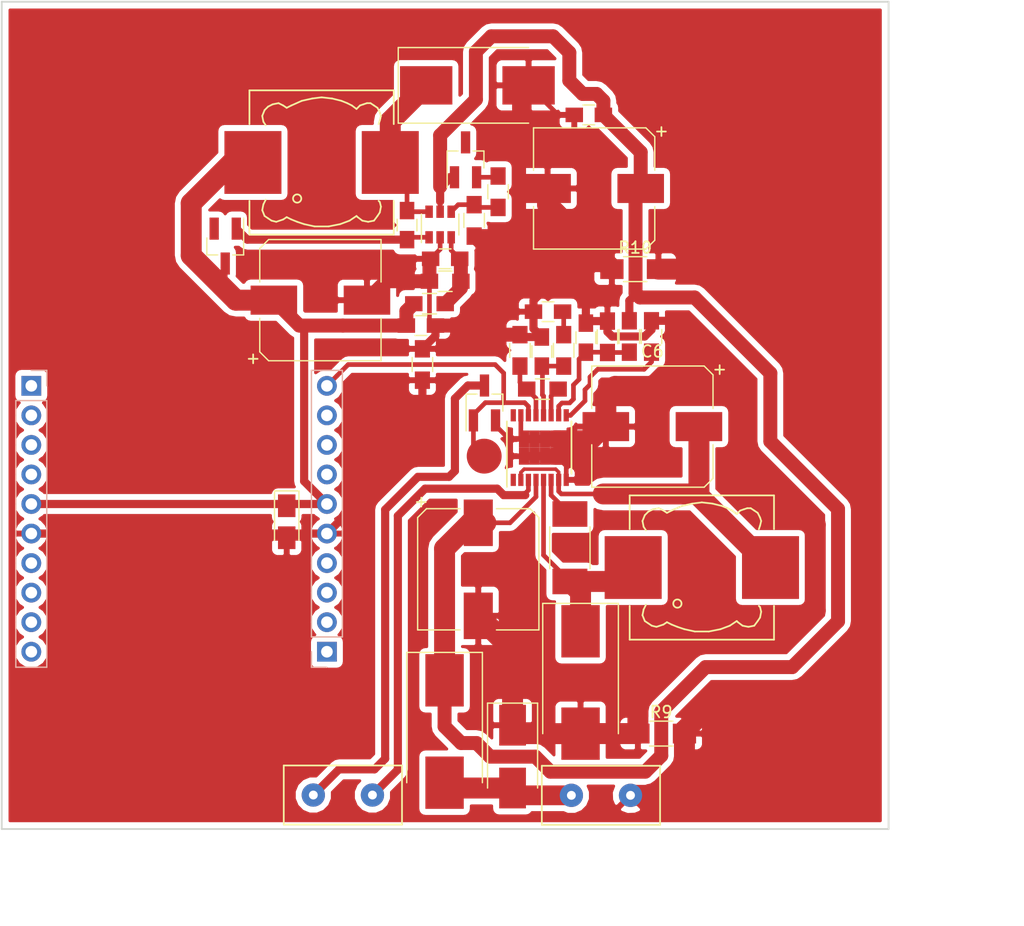
<source format=kicad_pcb>
(kicad_pcb (version 4) (host pcbnew "(2016-08-19 BZR 6308, Git fa85cb3)-product")

  (general
    (links 88)
    (no_connects 1)
    (area 134.544999 58.344999 210.895001 129.615001)
    (thickness 1.6)
    (drawings 6)
    (tracks 301)
    (zones 0)
    (modules 42)
    (nets 22)
  )

  (page A4)
  (layers
    (0 F.Cu signal)
    (31 B.Cu signal)
    (32 B.Adhes user)
    (33 F.Adhes user)
    (34 B.Paste user)
    (35 F.Paste user)
    (36 B.SilkS user)
    (37 F.SilkS user)
    (38 B.Mask user)
    (39 F.Mask user)
    (40 Dwgs.User user)
    (41 Cmts.User user)
    (42 Eco1.User user)
    (43 Eco2.User user)
    (44 Edge.Cuts user)
    (45 Margin user)
    (46 B.CrtYd user)
    (47 F.CrtYd user)
    (48 B.Fab user)
    (49 F.Fab user)
  )

  (setup
    (last_trace_width 0.4)
    (trace_clearance 0.2)
    (zone_clearance 0.508)
    (zone_45_only no)
    (trace_min 0.2)
    (segment_width 0.2)
    (edge_width 0.15)
    (via_size 0.6)
    (via_drill 0.4)
    (via_min_size 0.4)
    (via_min_drill 0.3)
    (uvia_size 0.3)
    (uvia_drill 0.1)
    (uvias_allowed no)
    (uvia_min_size 0.2)
    (uvia_min_drill 0.1)
    (pcb_text_width 0.3)
    (pcb_text_size 1.5 1.5)
    (mod_edge_width 0.15)
    (mod_text_size 1 1)
    (mod_text_width 0.15)
    (pad_size 1.524 1.524)
    (pad_drill 0.762)
    (pad_to_mask_clearance 0.2)
    (aux_axis_origin 0 0)
    (visible_elements FFFFEF7F)
    (pcbplotparams
      (layerselection 0x00030_80000001)
      (usegerberextensions false)
      (excludeedgelayer true)
      (linewidth 0.050000)
      (plotframeref false)
      (viasonmask false)
      (mode 1)
      (useauxorigin false)
      (hpglpennumber 1)
      (hpglpenspeed 20)
      (hpglpendiameter 15)
      (hpglpenoverlay 2)
      (psnegative false)
      (psa4output false)
      (plotreference true)
      (plotvalue true)
      (plotinvisibletext false)
      (padsonsilk false)
      (subtractmaskfromsilk false)
      (outputformat 1)
      (mirror false)
      (drillshape 1)
      (scaleselection 1)
      (outputdirectory ""))
  )

  (net 0 "")
  (net 1 VCOM)
  (net 2 GND)
  (net 3 "Net-(C2-Pad1)")
  (net 4 "Net-(C3-Pad2)")
  (net 5 "Net-(C4-Pad2)")
  (net 6 "Net-(C5-Pad1)")
  (net 7 "Net-(C5-Pad2)")
  (net 8 "Net-(C6-Pad1)")
  (net 9 "Net-(C9-Pad1)")
  (net 10 "Net-(C9-Pad2)")
  (net 11 "Net-(C10-Pad1)")
  (net 12 +5V)
  (net 13 "/Power Protection/V_IN")
  (net 14 "Net-(D4-Pad2)")
  (net 15 "/Constant Current Regulator/LED+")
  (net 16 "Net-(IC1-Pad9)")
  (net 17 "Net-(IC1-Pad11)")
  (net 18 "Net-(IC1-Pad13)")
  (net 19 "/Constant Current Regulator/LED-")
  (net 20 "Net-(R7-Pad1)")
  (net 21 /PWM)

  (net_class Default "This is the default net class."
    (clearance 0.2)
    (trace_width 0.4)
    (via_dia 0.6)
    (via_drill 0.4)
    (uvia_dia 0.3)
    (uvia_drill 0.1)
    (add_net "/Constant Current Regulator/LED+")
    (add_net "/Constant Current Regulator/LED-")
    (add_net /PWM)
    (add_net "/Power Protection/V_IN")
    (add_net "Net-(C10-Pad1)")
    (add_net "Net-(C2-Pad1)")
    (add_net "Net-(C3-Pad2)")
    (add_net "Net-(C4-Pad2)")
    (add_net "Net-(C5-Pad1)")
    (add_net "Net-(C9-Pad1)")
    (add_net "Net-(C9-Pad2)")
    (add_net "Net-(D4-Pad2)")
    (add_net "Net-(IC1-Pad11)")
    (add_net "Net-(IC1-Pad13)")
    (add_net "Net-(IC1-Pad9)")
    (add_net "Net-(R7-Pad1)")
  )

  (net_class gnd_p ""
    (clearance 0.2)
    (trace_width 1.8)
    (via_dia 0.6)
    (via_drill 0.4)
    (uvia_dia 0.3)
    (uvia_drill 0.1)
    (add_net GND)
    (add_net "Net-(C5-Pad2)")
    (add_net "Net-(C6-Pad1)")
  )

  (net_class power ""
    (clearance 0.2)
    (trace_width 1.2)
    (via_dia 0.6)
    (via_drill 0.4)
    (uvia_dia 0.3)
    (uvia_drill 0.1)
    (add_net VCOM)
  )

  (net_class power_l ""
    (clearance 0.2)
    (trace_width 0.7)
    (via_dia 0.6)
    (via_drill 0.4)
    (uvia_dia 0.3)
    (uvia_drill 0.1)
    (add_net +5V)
  )

  (net_class signal ""
    (clearance 0.2)
    (trace_width 0.4)
    (via_dia 0.6)
    (via_drill 0.4)
    (uvia_dia 0.3)
    (uvia_drill 0.1)
  )

  (module Housings_SSOP:TSSOP-16-1EP_4.4x5mm_Pitch0.65mm (layer F.Cu) (tedit 5947206B) (tstamp 594058DB)
    (at 180.848 96.7486 90)
    (descr "FE Package; 16-Lead Plastic TSSOP (4.4mm); Exposed Pad Variation BB; (see Linear Technology 1956f.pdf)")
    (tags "SSOP 0.65")
    (path /593D99BD/593CB872)
    (attr smd)
    (fp_text reference IC1 (at 0 -3.55 90) (layer F.SilkS) hide
      (effects (font (size 1 1) (thickness 0.15)))
    )
    (fp_text value LT3474 (at -4.3434 -0.762 180) (layer F.Fab)
      (effects (font (size 1 1) (thickness 0.15)))
    )
    (fp_line (start -1.2 -2.5) (end 2.2 -2.5) (layer F.Fab) (width 0.15))
    (fp_line (start 2.2 -2.5) (end 2.2 2.5) (layer F.Fab) (width 0.15))
    (fp_line (start 2.2 2.5) (end -2.2 2.5) (layer F.Fab) (width 0.15))
    (fp_line (start -2.2 2.5) (end -2.2 -1.5) (layer F.Fab) (width 0.15))
    (fp_line (start -2.2 -1.5) (end -1.2 -2.5) (layer F.Fab) (width 0.15))
    (fp_line (start -3.5 -2.9) (end -3.5 2.8) (layer F.CrtYd) (width 0.05))
    (fp_line (start 3.5 -2.9) (end 3.5 2.8) (layer F.CrtYd) (width 0.05))
    (fp_line (start -3.5 -2.9) (end 3.5 -2.9) (layer F.CrtYd) (width 0.05))
    (fp_line (start -3.5 2.8) (end 3.5 2.8) (layer F.CrtYd) (width 0.05))
    (fp_line (start -2.25 2.725) (end 2.25 2.725) (layer F.SilkS) (width 0.15))
    (fp_line (start -3.375 -2.825) (end 2.25 -2.825) (layer F.SilkS) (width 0.15))
    (fp_text user %R (at 0 0 90) (layer F.Fab)
      (effects (font (size 0.8 0.8) (thickness 0.15)))
    )
    (pad 1 smd rect (at -2.775 -2.275 90) (size 1.05 0.45) (layers F.Cu F.Paste F.Mask))
    (pad 2 smd rect (at -2.775 -1.625 90) (size 1.05 0.45) (layers F.Cu F.Paste F.Mask)
      (net 8 "Net-(C6-Pad1)"))
    (pad 3 smd rect (at -2.775 -0.975 90) (size 1.05 0.45) (layers F.Cu F.Paste F.Mask)
      (net 15 "/Constant Current Regulator/LED+"))
    (pad 4 smd rect (at -2.775 -0.325 90) (size 1.05 0.45) (layers F.Cu F.Paste F.Mask)
      (net 1 VCOM))
    (pad 5 smd rect (at -2.775 0.325 90) (size 1.05 0.45) (layers F.Cu F.Paste F.Mask)
      (net 7 "Net-(C5-Pad2)"))
    (pad 6 smd rect (at -2.775 0.975 90) (size 1.05 0.45) (layers F.Cu F.Paste F.Mask)
      (net 6 "Net-(C5-Pad1)"))
    (pad 7 smd rect (at -2.775 1.625 90) (size 1.05 0.45) (layers F.Cu F.Paste F.Mask)
      (net 8 "Net-(C6-Pad1)"))
    (pad 8 smd rect (at -2.775 2.275 90) (size 1.05 0.45) (layers F.Cu F.Paste F.Mask)
      (net 2 GND))
    (pad 9 smd rect (at 2.775 2.275 90) (size 1.05 0.45) (layers F.Cu F.Paste F.Mask)
      (net 16 "Net-(IC1-Pad9)"))
    (pad 10 smd rect (at 2.775 1.625 90) (size 1.05 0.45) (layers F.Cu F.Paste F.Mask)
      (net 3 "Net-(C2-Pad1)"))
    (pad 11 smd rect (at 2.775 0.975 90) (size 1.05 0.45) (layers F.Cu F.Paste F.Mask)
      (net 17 "Net-(IC1-Pad11)"))
    (pad 12 smd rect (at 2.775 0.325 90) (size 1.05 0.45) (layers F.Cu F.Paste F.Mask)
      (net 5 "Net-(C4-Pad2)"))
    (pad 13 smd rect (at 2.775 -0.325 90) (size 1.05 0.45) (layers F.Cu F.Paste F.Mask)
      (net 18 "Net-(IC1-Pad13)"))
    (pad 14 smd rect (at 2.775 -0.975 90) (size 1.05 0.45) (layers F.Cu F.Paste F.Mask)
      (net 21 /PWM))
    (pad 15 smd rect (at 2.775 -1.625 90) (size 1.05 0.45) (layers F.Cu F.Paste F.Mask)
      (net 2 GND))
    (pad 16 smd rect (at 2.775 -2.275 90) (size 1.05 0.45) (layers F.Cu F.Paste F.Mask))
    (pad 17 smd rect (at 0.735 1.3425 90) (size 1.47 0.895) (layers F.Cu F.Paste F.Mask)
      (net 2 GND) (solder_paste_margin_ratio -0.2))
    (pad 17 smd rect (at 0.735 0.4475 90) (size 1.47 0.895) (layers F.Cu F.Paste F.Mask)
      (net 2 GND) (solder_paste_margin_ratio -0.2))
    (pad 17 smd rect (at 0.735 -0.4475 90) (size 1.47 0.895) (layers F.Cu F.Paste F.Mask)
      (net 2 GND) (solder_paste_margin_ratio -0.2))
    (pad 17 smd rect (at 0.735 -1.3425 90) (size 1.47 0.895) (layers F.Cu F.Paste F.Mask)
      (net 2 GND) (solder_paste_margin_ratio -0.2))
    (pad 17 smd rect (at -0.735 1.3425 90) (size 1.47 0.895) (layers F.Cu F.Paste F.Mask)
      (net 2 GND) (solder_paste_margin_ratio -0.2))
    (pad 17 smd rect (at -0.735 0.4475 90) (size 1.47 0.895) (layers F.Cu F.Paste F.Mask)
      (net 2 GND) (solder_paste_margin_ratio -0.2))
    (pad 17 smd rect (at -0.735 -0.4475 90) (size 1.47 0.895) (layers F.Cu F.Paste F.Mask)
      (net 2 GND) (solder_paste_margin_ratio -0.2))
    (pad 17 smd rect (at -0.735 -1.3425 90) (size 1.47 0.895) (layers F.Cu F.Paste F.Mask)
      (net 2 GND) (solder_paste_margin_ratio -0.2))
    (model ${KISYS3DMOD}/Housings_SSOP.3dshapes/TSSOP-16-1EP_4.4x5mm_Pitch0.65mm.wrl
      (at (xyz 0 0 0))
      (scale (xyz 1 1 1))
      (rotate (xyz 0 0 0))
    )
  )

  (module Capacitors_SMD:CP_Elec_10x10.5 (layer F.Cu) (tedit 59472006) (tstamp 5940574D)
    (at 175.5648 107.2134 270)
    (descr "SMT capacitor, aluminium electrolytic, 10x10.5")
    (path /593D99BD/593D124F)
    (attr smd)
    (fp_text reference C1 (at 0 6.46 270) (layer F.SilkS) hide
      (effects (font (size 1 1) (thickness 0.15)))
    )
    (fp_text value 100u (at 0 -0.7112 270) (layer F.Fab)
      (effects (font (size 1 1) (thickness 0.15)))
    )
    (fp_circle (center 0 0) (end 0 5) (layer F.Fab) (width 0.1))
    (fp_text user + (at -2.91 -0.08 270) (layer F.Fab)
      (effects (font (size 1 1) (thickness 0.15)))
    )
    (fp_text user + (at -5.78 4.97 270) (layer F.SilkS)
      (effects (font (size 1 1) (thickness 0.15)))
    )
    (fp_text user %R (at 0 0.8128 270) (layer F.Fab)
      (effects (font (size 1 1) (thickness 0.15)))
    )
    (fp_line (start -5.21 -4.45) (end -5.21 -1.56) (layer F.SilkS) (width 0.12))
    (fp_line (start -5.21 4.45) (end -5.21 1.56) (layer F.SilkS) (width 0.12))
    (fp_line (start 5.21 5.21) (end 5.21 1.56) (layer F.SilkS) (width 0.12))
    (fp_line (start 5.21 -5.21) (end 5.21 -1.56) (layer F.SilkS) (width 0.12))
    (fp_line (start 5.05 5.05) (end 5.05 -5.05) (layer F.Fab) (width 0.1))
    (fp_line (start -4.38 5.05) (end 5.05 5.05) (layer F.Fab) (width 0.1))
    (fp_line (start -5.05 4.38) (end -4.38 5.05) (layer F.Fab) (width 0.1))
    (fp_line (start -5.05 -4.38) (end -5.05 4.38) (layer F.Fab) (width 0.1))
    (fp_line (start -4.38 -5.05) (end -5.05 -4.38) (layer F.Fab) (width 0.1))
    (fp_line (start 5.05 -5.05) (end -4.38 -5.05) (layer F.Fab) (width 0.1))
    (fp_line (start 5.21 5.21) (end -4.45 5.21) (layer F.SilkS) (width 0.12))
    (fp_line (start -4.45 5.21) (end -5.21 4.45) (layer F.SilkS) (width 0.12))
    (fp_line (start -5.21 -4.45) (end -4.45 -5.21) (layer F.SilkS) (width 0.12))
    (fp_line (start -4.45 -5.21) (end 5.21 -5.21) (layer F.SilkS) (width 0.12))
    (fp_line (start -6.25 -5.31) (end 6.25 -5.31) (layer F.CrtYd) (width 0.05))
    (fp_line (start -6.25 -5.31) (end -6.25 5.3) (layer F.CrtYd) (width 0.05))
    (fp_line (start 6.25 5.3) (end 6.25 -5.31) (layer F.CrtYd) (width 0.05))
    (fp_line (start 6.25 5.3) (end -6.25 5.3) (layer F.CrtYd) (width 0.05))
    (pad 1 smd rect (at -4 0 90) (size 4 2.5) (layers F.Cu F.Paste F.Mask)
      (net 1 VCOM))
    (pad 2 smd rect (at 4 0 90) (size 4 2.5) (layers F.Cu F.Paste F.Mask)
      (net 2 GND))
    (model Capacitors_SMD.3dshapes/CP_Elec_10x10.5.wrl
      (at (xyz 0 0 0))
      (scale (xyz 1 1 1))
      (rotate (xyz 0 0 180))
    )
  )

  (module Capacitors_SMD:C_0805_HandSoldering (layer F.Cu) (tedit 594721CD) (tstamp 5940575E)
    (at 184.8104 87.2998 90)
    (descr "Capacitor SMD 0805, hand soldering")
    (tags "capacitor 0805")
    (path /593D99BD/593D1E9B)
    (attr smd)
    (fp_text reference C2 (at 0 -1.75 90) (layer F.SilkS) hide
      (effects (font (size 1 1) (thickness 0.15)))
    )
    (fp_text value 1n (at 0 1.75 90) (layer F.Fab) hide
      (effects (font (size 1 1) (thickness 0.15)))
    )
    (fp_text user %R (at -0.0762 0.1016 180) (layer F.Fab)
      (effects (font (size 0.5 0.5) (thickness 0.075)))
    )
    (fp_line (start -1 0.62) (end -1 -0.62) (layer F.Fab) (width 0.1))
    (fp_line (start 1 0.62) (end -1 0.62) (layer F.Fab) (width 0.1))
    (fp_line (start 1 -0.62) (end 1 0.62) (layer F.Fab) (width 0.1))
    (fp_line (start -1 -0.62) (end 1 -0.62) (layer F.Fab) (width 0.1))
    (fp_line (start 0.5 -0.85) (end -0.5 -0.85) (layer F.SilkS) (width 0.12))
    (fp_line (start -0.5 0.85) (end 0.5 0.85) (layer F.SilkS) (width 0.12))
    (fp_line (start -2.25 -0.88) (end 2.25 -0.88) (layer F.CrtYd) (width 0.05))
    (fp_line (start -2.25 -0.88) (end -2.25 0.87) (layer F.CrtYd) (width 0.05))
    (fp_line (start 2.25 0.87) (end 2.25 -0.88) (layer F.CrtYd) (width 0.05))
    (fp_line (start 2.25 0.87) (end -2.25 0.87) (layer F.CrtYd) (width 0.05))
    (pad 1 smd rect (at -1.25 0 90) (size 1.5 1.25) (layers F.Cu F.Paste F.Mask)
      (net 3 "Net-(C2-Pad1)"))
    (pad 2 smd rect (at 1.25 0 90) (size 1.5 1.25) (layers F.Cu F.Paste F.Mask)
      (net 2 GND))
    (model Capacitors_SMD.3dshapes/C_0805.wrl
      (at (xyz 0 0 0))
      (scale (xyz 1 1 1))
      (rotate (xyz 0 0 0))
    )
  )

  (module Capacitors_SMD:C_0805_HandSoldering (layer F.Cu) (tedit 594721BE) (tstamp 5940576F)
    (at 181.5592 85.0646)
    (descr "Capacitor SMD 0805, hand soldering")
    (tags "capacitor 0805")
    (path /593D99BD/593DAF42)
    (attr smd)
    (fp_text reference C3 (at 0 -1.75) (layer F.SilkS) hide
      (effects (font (size 1 1) (thickness 0.15)))
    )
    (fp_text value 100n (at 2.5908 -1.4986) (layer F.Fab) hide
      (effects (font (size 1 1) (thickness 0.15)))
    )
    (fp_text user %R (at 0.0508 0.0254 90) (layer F.Fab)
      (effects (font (size 0.5 0.5) (thickness 0.075)))
    )
    (fp_line (start -1 0.62) (end -1 -0.62) (layer F.Fab) (width 0.1))
    (fp_line (start 1 0.62) (end -1 0.62) (layer F.Fab) (width 0.1))
    (fp_line (start 1 -0.62) (end 1 0.62) (layer F.Fab) (width 0.1))
    (fp_line (start -1 -0.62) (end 1 -0.62) (layer F.Fab) (width 0.1))
    (fp_line (start 0.5 -0.85) (end -0.5 -0.85) (layer F.SilkS) (width 0.12))
    (fp_line (start -0.5 0.85) (end 0.5 0.85) (layer F.SilkS) (width 0.12))
    (fp_line (start -2.25 -0.88) (end 2.25 -0.88) (layer F.CrtYd) (width 0.05))
    (fp_line (start -2.25 -0.88) (end -2.25 0.87) (layer F.CrtYd) (width 0.05))
    (fp_line (start 2.25 0.87) (end 2.25 -0.88) (layer F.CrtYd) (width 0.05))
    (fp_line (start 2.25 0.87) (end -2.25 0.87) (layer F.CrtYd) (width 0.05))
    (pad 1 smd rect (at -1.25 0) (size 1.5 1.25) (layers F.Cu F.Paste F.Mask)
      (net 2 GND))
    (pad 2 smd rect (at 1.25 0) (size 1.5 1.25) (layers F.Cu F.Paste F.Mask)
      (net 4 "Net-(C3-Pad2)"))
    (model Capacitors_SMD.3dshapes/C_0805.wrl
      (at (xyz 0 0 0))
      (scale (xyz 1 1 1))
      (rotate (xyz 0 0 0))
    )
  )

  (module Capacitors_SMD:C_0805_HandSoldering (layer F.Cu) (tedit 594721B7) (tstamp 59405780)
    (at 181.0258 88.4936 270)
    (descr "Capacitor SMD 0805, hand soldering")
    (tags "capacitor 0805")
    (path /593D99BD/593DC1EE)
    (attr smd)
    (fp_text reference C4 (at 0 -1.75 270) (layer F.SilkS) hide
      (effects (font (size 1 1) (thickness 0.15)))
    )
    (fp_text value 3.3n (at 0 0.4318 270) (layer F.Fab) hide
      (effects (font (size 1 1) (thickness 0.15)))
    )
    (fp_text user %R (at -0.1016 -0.0762 360) (layer F.Fab)
      (effects (font (size 0.5 0.5) (thickness 0.075)))
    )
    (fp_line (start -1 0.62) (end -1 -0.62) (layer F.Fab) (width 0.1))
    (fp_line (start 1 0.62) (end -1 0.62) (layer F.Fab) (width 0.1))
    (fp_line (start 1 -0.62) (end 1 0.62) (layer F.Fab) (width 0.1))
    (fp_line (start -1 -0.62) (end 1 -0.62) (layer F.Fab) (width 0.1))
    (fp_line (start 0.5 -0.85) (end -0.5 -0.85) (layer F.SilkS) (width 0.12))
    (fp_line (start -0.5 0.85) (end 0.5 0.85) (layer F.SilkS) (width 0.12))
    (fp_line (start -2.25 -0.88) (end 2.25 -0.88) (layer F.CrtYd) (width 0.05))
    (fp_line (start -2.25 -0.88) (end -2.25 0.87) (layer F.CrtYd) (width 0.05))
    (fp_line (start 2.25 0.87) (end 2.25 -0.88) (layer F.CrtYd) (width 0.05))
    (fp_line (start 2.25 0.87) (end -2.25 0.87) (layer F.CrtYd) (width 0.05))
    (pad 1 smd rect (at -1.25 0 270) (size 1.5 1.25) (layers F.Cu F.Paste F.Mask)
      (net 2 GND))
    (pad 2 smd rect (at 1.25 0 270) (size 1.5 1.25) (layers F.Cu F.Paste F.Mask)
      (net 5 "Net-(C4-Pad2)"))
    (model Capacitors_SMD.3dshapes/C_0805.wrl
      (at (xyz 0 0 0))
      (scale (xyz 1 1 1))
      (rotate (xyz 0 0 0))
    )
  )

  (module Capacitors_SMD:C_1812_HandSoldering (layer F.Cu) (tedit 5947200E) (tstamp 59405791)
    (at 183.4388 105.3592 270)
    (descr "Capacitor SMD 1812, hand soldering")
    (tags "capacitor 1812")
    (path /593D99BD/593CE402)
    (attr smd)
    (fp_text reference C5 (at 0 -2.75 270) (layer F.SilkS) hide
      (effects (font (size 1 1) (thickness 0.15)))
    )
    (fp_text value 2.2u (at 0 -0.7112 270) (layer F.Fab)
      (effects (font (size 1 1) (thickness 0.15)))
    )
    (fp_text user %R (at 0.0508 0.8128 270) (layer F.Fab)
      (effects (font (size 1 1) (thickness 0.15)))
    )
    (fp_line (start -2.25 1.6) (end -2.25 -1.6) (layer F.Fab) (width 0.1))
    (fp_line (start 2.3 1.6) (end -2.25 1.6) (layer F.Fab) (width 0.1))
    (fp_line (start 2.3 -1.6) (end 2.3 1.6) (layer F.Fab) (width 0.1))
    (fp_line (start -2.25 -1.6) (end 2.3 -1.6) (layer F.Fab) (width 0.1))
    (fp_line (start 1.8 -1.73) (end -1.8 -1.73) (layer F.SilkS) (width 0.12))
    (fp_line (start -1.8 1.73) (end 1.8 1.73) (layer F.SilkS) (width 0.12))
    (fp_line (start -4.25 -1.85) (end 4.25 -1.85) (layer F.CrtYd) (width 0.05))
    (fp_line (start -4.25 -1.85) (end -4.25 1.85) (layer F.CrtYd) (width 0.05))
    (fp_line (start 4.25 1.85) (end 4.25 -1.85) (layer F.CrtYd) (width 0.05))
    (fp_line (start 4.25 1.85) (end -4.25 1.85) (layer F.CrtYd) (width 0.05))
    (pad 1 smd rect (at -2.9 0 270) (size 2.2 3) (layers F.Cu F.Paste F.Mask)
      (net 6 "Net-(C5-Pad1)"))
    (pad 2 smd rect (at 2.9 0 270) (size 2.2 3) (layers F.Cu F.Paste F.Mask)
      (net 7 "Net-(C5-Pad2)"))
    (model Capacitors_SMD.3dshapes/C_1812.wrl
      (at (xyz 0 0 0))
      (scale (xyz 1 1 1))
      (rotate (xyz 0 0 0))
    )
  )

  (module Capacitors_SMD:CP_Elec_10x10.5 (layer F.Cu) (tedit 58AA917F) (tstamp 594057AD)
    (at 190.5254 94.9452 180)
    (descr "SMT capacitor, aluminium electrolytic, 10x10.5")
    (path /593D99BD/593CE9AA)
    (attr smd)
    (fp_text reference C6 (at 0 6.46 180) (layer F.SilkS)
      (effects (font (size 1 1) (thickness 0.15)))
    )
    (fp_text value 100u (at 0 -0.8128 180) (layer F.Fab)
      (effects (font (size 1 1) (thickness 0.15)))
    )
    (fp_circle (center 0 0) (end 0 5) (layer F.Fab) (width 0.1))
    (fp_text user + (at -2.91 -0.08 180) (layer F.Fab)
      (effects (font (size 1 1) (thickness 0.15)))
    )
    (fp_text user + (at -5.78 4.97 180) (layer F.SilkS)
      (effects (font (size 1 1) (thickness 0.15)))
    )
    (fp_text user %R (at 0 6.46 180) (layer F.Fab)
      (effects (font (size 1 1) (thickness 0.15)))
    )
    (fp_line (start -5.21 -4.45) (end -5.21 -1.56) (layer F.SilkS) (width 0.12))
    (fp_line (start -5.21 4.45) (end -5.21 1.56) (layer F.SilkS) (width 0.12))
    (fp_line (start 5.21 5.21) (end 5.21 1.56) (layer F.SilkS) (width 0.12))
    (fp_line (start 5.21 -5.21) (end 5.21 -1.56) (layer F.SilkS) (width 0.12))
    (fp_line (start 5.05 5.05) (end 5.05 -5.05) (layer F.Fab) (width 0.1))
    (fp_line (start -4.38 5.05) (end 5.05 5.05) (layer F.Fab) (width 0.1))
    (fp_line (start -5.05 4.38) (end -4.38 5.05) (layer F.Fab) (width 0.1))
    (fp_line (start -5.05 -4.38) (end -5.05 4.38) (layer F.Fab) (width 0.1))
    (fp_line (start -4.38 -5.05) (end -5.05 -4.38) (layer F.Fab) (width 0.1))
    (fp_line (start 5.05 -5.05) (end -4.38 -5.05) (layer F.Fab) (width 0.1))
    (fp_line (start 5.21 5.21) (end -4.45 5.21) (layer F.SilkS) (width 0.12))
    (fp_line (start -4.45 5.21) (end -5.21 4.45) (layer F.SilkS) (width 0.12))
    (fp_line (start -5.21 -4.45) (end -4.45 -5.21) (layer F.SilkS) (width 0.12))
    (fp_line (start -4.45 -5.21) (end 5.21 -5.21) (layer F.SilkS) (width 0.12))
    (fp_line (start -6.25 -5.31) (end 6.25 -5.31) (layer F.CrtYd) (width 0.05))
    (fp_line (start -6.25 -5.31) (end -6.25 5.3) (layer F.CrtYd) (width 0.05))
    (fp_line (start 6.25 5.3) (end 6.25 -5.31) (layer F.CrtYd) (width 0.05))
    (fp_line (start 6.25 5.3) (end -6.25 5.3) (layer F.CrtYd) (width 0.05))
    (pad 1 smd rect (at -4 0) (size 4 2.5) (layers F.Cu F.Paste F.Mask)
      (net 8 "Net-(C6-Pad1)"))
    (pad 2 smd rect (at 4 0) (size 4 2.5) (layers F.Cu F.Paste F.Mask)
      (net 2 GND))
    (model Capacitors_SMD.3dshapes/CP_Elec_10x10.5.wrl
      (at (xyz 0 0 0))
      (scale (xyz 1 1 1))
      (rotate (xyz 0 0 180))
    )
  )

  (module Capacitors_SMD:CP_Elec_10x10.5 (layer F.Cu) (tedit 594721F4) (tstamp 594057C9)
    (at 185.5216 74.4728 180)
    (descr "SMT capacitor, aluminium electrolytic, 10x10.5")
    (path /593E7E2E/593ECCAD)
    (attr smd)
    (fp_text reference C7 (at 0 6.46 180) (layer F.SilkS) hide
      (effects (font (size 1 1) (thickness 0.15)))
    )
    (fp_text value 100u (at -0.1524 0.0508 180) (layer F.Fab)
      (effects (font (size 1 1) (thickness 0.15)))
    )
    (fp_circle (center 0 0) (end 0 5) (layer F.Fab) (width 0.1))
    (fp_text user + (at -2.91 -0.08 180) (layer F.Fab)
      (effects (font (size 1 1) (thickness 0.15)))
    )
    (fp_text user + (at -5.78 4.97 180) (layer F.SilkS)
      (effects (font (size 1 1) (thickness 0.15)))
    )
    (fp_text user %R (at 0.3556 6.4008 270) (layer F.Fab)
      (effects (font (size 0.5 0.5) (thickness 0.075)))
    )
    (fp_line (start -5.21 -4.45) (end -5.21 -1.56) (layer F.SilkS) (width 0.12))
    (fp_line (start -5.21 4.45) (end -5.21 1.56) (layer F.SilkS) (width 0.12))
    (fp_line (start 5.21 5.21) (end 5.21 1.56) (layer F.SilkS) (width 0.12))
    (fp_line (start 5.21 -5.21) (end 5.21 -1.56) (layer F.SilkS) (width 0.12))
    (fp_line (start 5.05 5.05) (end 5.05 -5.05) (layer F.Fab) (width 0.1))
    (fp_line (start -4.38 5.05) (end 5.05 5.05) (layer F.Fab) (width 0.1))
    (fp_line (start -5.05 4.38) (end -4.38 5.05) (layer F.Fab) (width 0.1))
    (fp_line (start -5.05 -4.38) (end -5.05 4.38) (layer F.Fab) (width 0.1))
    (fp_line (start -4.38 -5.05) (end -5.05 -4.38) (layer F.Fab) (width 0.1))
    (fp_line (start 5.05 -5.05) (end -4.38 -5.05) (layer F.Fab) (width 0.1))
    (fp_line (start 5.21 5.21) (end -4.45 5.21) (layer F.SilkS) (width 0.12))
    (fp_line (start -4.45 5.21) (end -5.21 4.45) (layer F.SilkS) (width 0.12))
    (fp_line (start -5.21 -4.45) (end -4.45 -5.21) (layer F.SilkS) (width 0.12))
    (fp_line (start -4.45 -5.21) (end 5.21 -5.21) (layer F.SilkS) (width 0.12))
    (fp_line (start -6.25 -5.31) (end 6.25 -5.31) (layer F.CrtYd) (width 0.05))
    (fp_line (start -6.25 -5.31) (end -6.25 5.3) (layer F.CrtYd) (width 0.05))
    (fp_line (start 6.25 5.3) (end 6.25 -5.31) (layer F.CrtYd) (width 0.05))
    (fp_line (start 6.25 5.3) (end -6.25 5.3) (layer F.CrtYd) (width 0.05))
    (pad 1 smd rect (at -4 0) (size 4 2.5) (layers F.Cu F.Paste F.Mask)
      (net 1 VCOM))
    (pad 2 smd rect (at 4 0) (size 4 2.5) (layers F.Cu F.Paste F.Mask)
      (net 2 GND))
    (model Capacitors_SMD.3dshapes/CP_Elec_10x10.5.wrl
      (at (xyz 0 0 0))
      (scale (xyz 1 1 1))
      (rotate (xyz 0 0 180))
    )
  )

  (module Capacitors_SMD:C_0805_HandSoldering (layer F.Cu) (tedit 594721FB) (tstamp 594057DA)
    (at 185.0644 68.1482 180)
    (descr "Capacitor SMD 0805, hand soldering")
    (tags "capacitor 0805")
    (path /593E7E2E/593EC6E8)
    (attr smd)
    (fp_text reference C8 (at 0 -1.75 180) (layer F.SilkS) hide
      (effects (font (size 1 1) (thickness 0.15)))
    )
    (fp_text value 100n (at 0 1.75 180) (layer F.Fab) hide
      (effects (font (size 1 1) (thickness 0.15)))
    )
    (fp_text user %R (at 0 -1.75 180) (layer F.Fab) hide
      (effects (font (size 1 1) (thickness 0.15)))
    )
    (fp_line (start -1 0.62) (end -1 -0.62) (layer F.Fab) (width 0.1))
    (fp_line (start 1 0.62) (end -1 0.62) (layer F.Fab) (width 0.1))
    (fp_line (start 1 -0.62) (end 1 0.62) (layer F.Fab) (width 0.1))
    (fp_line (start -1 -0.62) (end 1 -0.62) (layer F.Fab) (width 0.1))
    (fp_line (start 0.5 -0.85) (end -0.5 -0.85) (layer F.SilkS) (width 0.12))
    (fp_line (start -0.5 0.85) (end 0.5 0.85) (layer F.SilkS) (width 0.12))
    (fp_line (start -2.25 -0.88) (end 2.25 -0.88) (layer F.CrtYd) (width 0.05))
    (fp_line (start -2.25 -0.88) (end -2.25 0.87) (layer F.CrtYd) (width 0.05))
    (fp_line (start 2.25 0.87) (end 2.25 -0.88) (layer F.CrtYd) (width 0.05))
    (fp_line (start 2.25 0.87) (end -2.25 0.87) (layer F.CrtYd) (width 0.05))
    (pad 1 smd rect (at -1.25 0 180) (size 1.5 1.25) (layers F.Cu F.Paste F.Mask)
      (net 1 VCOM))
    (pad 2 smd rect (at 1.25 0 180) (size 1.5 1.25) (layers F.Cu F.Paste F.Mask)
      (net 2 GND))
    (model Capacitors_SMD.3dshapes/C_0805.wrl
      (at (xyz 0 0 0))
      (scale (xyz 1 1 1))
      (rotate (xyz 0 0 0))
    )
  )

  (module Capacitors_SMD:C_0805_HandSoldering (layer F.Cu) (tedit 594722BB) (tstamp 594057EB)
    (at 169.4434 77.6224 270)
    (descr "Capacitor SMD 0805, hand soldering")
    (tags "capacitor 0805")
    (path /593E7E2E/593ED3B8)
    (attr smd)
    (fp_text reference C9 (at 0 -1.75 270) (layer F.SilkS) hide
      (effects (font (size 1 1) (thickness 0.15)))
    )
    (fp_text value 100n (at 0 1.75 270) (layer F.Fab) hide
      (effects (font (size 1 1) (thickness 0.15)))
    )
    (fp_text user %R (at 0 0.0254 360) (layer F.Fab)
      (effects (font (size 0.5 0.5) (thickness 0.075)))
    )
    (fp_line (start -1 0.62) (end -1 -0.62) (layer F.Fab) (width 0.1))
    (fp_line (start 1 0.62) (end -1 0.62) (layer F.Fab) (width 0.1))
    (fp_line (start 1 -0.62) (end 1 0.62) (layer F.Fab) (width 0.1))
    (fp_line (start -1 -0.62) (end 1 -0.62) (layer F.Fab) (width 0.1))
    (fp_line (start 0.5 -0.85) (end -0.5 -0.85) (layer F.SilkS) (width 0.12))
    (fp_line (start -0.5 0.85) (end 0.5 0.85) (layer F.SilkS) (width 0.12))
    (fp_line (start -2.25 -0.88) (end 2.25 -0.88) (layer F.CrtYd) (width 0.05))
    (fp_line (start -2.25 -0.88) (end -2.25 0.87) (layer F.CrtYd) (width 0.05))
    (fp_line (start 2.25 0.87) (end 2.25 -0.88) (layer F.CrtYd) (width 0.05))
    (fp_line (start 2.25 0.87) (end -2.25 0.87) (layer F.CrtYd) (width 0.05))
    (pad 1 smd rect (at -1.25 0 270) (size 1.5 1.25) (layers F.Cu F.Paste F.Mask)
      (net 9 "Net-(C9-Pad1)"))
    (pad 2 smd rect (at 1.25 0 270) (size 1.5 1.25) (layers F.Cu F.Paste F.Mask)
      (net 10 "Net-(C9-Pad2)"))
    (model Capacitors_SMD.3dshapes/C_0805.wrl
      (at (xyz 0 0 0))
      (scale (xyz 1 1 1))
      (rotate (xyz 0 0 0))
    )
  )

  (module Capacitors_SMD:C_0805_HandSoldering (layer F.Cu) (tedit 594722A9) (tstamp 594057FC)
    (at 172.72 80.518 180)
    (descr "Capacitor SMD 0805, hand soldering")
    (tags "capacitor 0805")
    (path /593E7E2E/593EDA20)
    (attr smd)
    (fp_text reference C10 (at 0 -1.75 180) (layer F.SilkS) hide
      (effects (font (size 1 1) (thickness 0.15)))
    )
    (fp_text value n.b. (at 0 1.75 180) (layer F.Fab)
      (effects (font (size 1 1) (thickness 0.15)))
    )
    (fp_text user %R (at 0 0 270) (layer F.Fab)
      (effects (font (size 0.5 0.5) (thickness 0.075)))
    )
    (fp_line (start -1 0.62) (end -1 -0.62) (layer F.Fab) (width 0.1))
    (fp_line (start 1 0.62) (end -1 0.62) (layer F.Fab) (width 0.1))
    (fp_line (start 1 -0.62) (end 1 0.62) (layer F.Fab) (width 0.1))
    (fp_line (start -1 -0.62) (end 1 -0.62) (layer F.Fab) (width 0.1))
    (fp_line (start 0.5 -0.85) (end -0.5 -0.85) (layer F.SilkS) (width 0.12))
    (fp_line (start -0.5 0.85) (end 0.5 0.85) (layer F.SilkS) (width 0.12))
    (fp_line (start -2.25 -0.88) (end 2.25 -0.88) (layer F.CrtYd) (width 0.05))
    (fp_line (start -2.25 -0.88) (end -2.25 0.87) (layer F.CrtYd) (width 0.05))
    (fp_line (start 2.25 0.87) (end 2.25 -0.88) (layer F.CrtYd) (width 0.05))
    (fp_line (start 2.25 0.87) (end -2.25 0.87) (layer F.CrtYd) (width 0.05))
    (pad 1 smd rect (at -1.25 0 180) (size 1.5 1.25) (layers F.Cu F.Paste F.Mask)
      (net 11 "Net-(C10-Pad1)"))
    (pad 2 smd rect (at 1.25 0 180) (size 1.5 1.25) (layers F.Cu F.Paste F.Mask)
      (net 2 GND))
    (model Capacitors_SMD.3dshapes/C_0805.wrl
      (at (xyz 0 0 0))
      (scale (xyz 1 1 1))
      (rotate (xyz 0 0 0))
    )
  )

  (module Capacitors_SMD:C_0805_HandSoldering (layer F.Cu) (tedit 5947226D) (tstamp 5940580D)
    (at 170.6372 86.2584)
    (descr "Capacitor SMD 0805, hand soldering")
    (tags "capacitor 0805")
    (path /593E7E2E/593EE15C)
    (attr smd)
    (fp_text reference C11 (at 0 -1.75) (layer F.SilkS) hide
      (effects (font (size 1 1) (thickness 0.15)))
    )
    (fp_text value 100n (at 0 1.75) (layer F.Fab) hide
      (effects (font (size 1 1) (thickness 0.15)))
    )
    (fp_text user %R (at 0.0508 0.1016 90) (layer F.Fab)
      (effects (font (size 0.5 0.5) (thickness 0.075)))
    )
    (fp_line (start -1 0.62) (end -1 -0.62) (layer F.Fab) (width 0.1))
    (fp_line (start 1 0.62) (end -1 0.62) (layer F.Fab) (width 0.1))
    (fp_line (start 1 -0.62) (end 1 0.62) (layer F.Fab) (width 0.1))
    (fp_line (start -1 -0.62) (end 1 -0.62) (layer F.Fab) (width 0.1))
    (fp_line (start 0.5 -0.85) (end -0.5 -0.85) (layer F.SilkS) (width 0.12))
    (fp_line (start -0.5 0.85) (end 0.5 0.85) (layer F.SilkS) (width 0.12))
    (fp_line (start -2.25 -0.88) (end 2.25 -0.88) (layer F.CrtYd) (width 0.05))
    (fp_line (start -2.25 -0.88) (end -2.25 0.87) (layer F.CrtYd) (width 0.05))
    (fp_line (start 2.25 0.87) (end 2.25 -0.88) (layer F.CrtYd) (width 0.05))
    (fp_line (start 2.25 0.87) (end -2.25 0.87) (layer F.CrtYd) (width 0.05))
    (pad 1 smd rect (at -1.25 0) (size 1.5 1.25) (layers F.Cu F.Paste F.Mask)
      (net 12 +5V))
    (pad 2 smd rect (at 1.25 0) (size 1.5 1.25) (layers F.Cu F.Paste F.Mask)
      (net 2 GND))
    (model Capacitors_SMD.3dshapes/C_0805.wrl
      (at (xyz 0 0 0))
      (scale (xyz 1 1 1))
      (rotate (xyz 0 0 0))
    )
  )

  (module Capacitors_SMD:CP_Elec_10x10.5 (layer F.Cu) (tedit 5947223D) (tstamp 59405829)
    (at 162.0012 84.074)
    (descr "SMT capacitor, aluminium electrolytic, 10x10.5")
    (path /593E7E2E/593EDEF1)
    (attr smd)
    (fp_text reference C12 (at 0 6.46) (layer F.SilkS) hide
      (effects (font (size 1 1) (thickness 0.15)))
    )
    (fp_text value 100u (at 0 0) (layer F.Fab)
      (effects (font (size 1 1) (thickness 0.15)))
    )
    (fp_circle (center 0 0) (end 0 5) (layer F.Fab) (width 0.1))
    (fp_text user + (at -2.91 -0.08) (layer F.Fab)
      (effects (font (size 1 1) (thickness 0.15)))
    )
    (fp_text user + (at -5.78 4.97) (layer F.SilkS)
      (effects (font (size 1 1) (thickness 0.15)))
    )
    (fp_text user %R (at 0 2.54) (layer F.Fab) hide
      (effects (font (size 1 1) (thickness 0.15)))
    )
    (fp_line (start -5.21 -4.45) (end -5.21 -1.56) (layer F.SilkS) (width 0.12))
    (fp_line (start -5.21 4.45) (end -5.21 1.56) (layer F.SilkS) (width 0.12))
    (fp_line (start 5.21 5.21) (end 5.21 1.56) (layer F.SilkS) (width 0.12))
    (fp_line (start 5.21 -5.21) (end 5.21 -1.56) (layer F.SilkS) (width 0.12))
    (fp_line (start 5.05 5.05) (end 5.05 -5.05) (layer F.Fab) (width 0.1))
    (fp_line (start -4.38 5.05) (end 5.05 5.05) (layer F.Fab) (width 0.1))
    (fp_line (start -5.05 4.38) (end -4.38 5.05) (layer F.Fab) (width 0.1))
    (fp_line (start -5.05 -4.38) (end -5.05 4.38) (layer F.Fab) (width 0.1))
    (fp_line (start -4.38 -5.05) (end -5.05 -4.38) (layer F.Fab) (width 0.1))
    (fp_line (start 5.05 -5.05) (end -4.38 -5.05) (layer F.Fab) (width 0.1))
    (fp_line (start 5.21 5.21) (end -4.45 5.21) (layer F.SilkS) (width 0.12))
    (fp_line (start -4.45 5.21) (end -5.21 4.45) (layer F.SilkS) (width 0.12))
    (fp_line (start -5.21 -4.45) (end -4.45 -5.21) (layer F.SilkS) (width 0.12))
    (fp_line (start -4.45 -5.21) (end 5.21 -5.21) (layer F.SilkS) (width 0.12))
    (fp_line (start -6.25 -5.31) (end 6.25 -5.31) (layer F.CrtYd) (width 0.05))
    (fp_line (start -6.25 -5.31) (end -6.25 5.3) (layer F.CrtYd) (width 0.05))
    (fp_line (start 6.25 5.3) (end 6.25 -5.31) (layer F.CrtYd) (width 0.05))
    (fp_line (start 6.25 5.3) (end -6.25 5.3) (layer F.CrtYd) (width 0.05))
    (pad 1 smd rect (at -4 0 180) (size 4 2.5) (layers F.Cu F.Paste F.Mask)
      (net 12 +5V))
    (pad 2 smd rect (at 4 0 180) (size 4 2.5) (layers F.Cu F.Paste F.Mask)
      (net 2 GND))
    (model Capacitors_SMD.3dshapes/CP_Elec_10x10.5.wrl
      (at (xyz 0 0 0))
      (scale (xyz 1 1 1))
      (rotate (xyz 0 0 180))
    )
  )

  (module Diodes_SMD:D_SMC_Handsoldering (layer F.Cu) (tedit 59471F9D) (tstamp 59405841)
    (at 184.3532 116.9416 270)
    (descr "Diode SMC Handsoldering = DO-214AB")
    (tags "Diode SMC Handsoldering DO-214AB")
    (path /593D99BD/593CECCA)
    (attr smd)
    (fp_text reference D1 (at 0 -4.1 270) (layer F.SilkS) hide
      (effects (font (size 1 1) (thickness 0.15)))
    )
    (fp_text value SK86 (at 0 1.9812 270) (layer F.Fab)
      (effects (font (size 1 1) (thickness 0.15)))
    )
    (fp_text user %R (at -0.1016 -2.0828 270) (layer F.Fab)
      (effects (font (size 1 1) (thickness 0.15)))
    )
    (fp_line (start -6.8 3.25) (end -6.8 -3.25) (layer F.SilkS) (width 0.12))
    (fp_line (start 3.55 3.1) (end -3.55 3.1) (layer F.Fab) (width 0.1))
    (fp_line (start -3.55 3.1) (end -3.55 -3.1) (layer F.Fab) (width 0.1))
    (fp_line (start 3.55 -3.1) (end 3.55 3.1) (layer F.Fab) (width 0.1))
    (fp_line (start 3.55 -3.1) (end -3.55 -3.1) (layer F.Fab) (width 0.1))
    (fp_line (start -6.9 -3.35) (end 6.9 -3.35) (layer F.CrtYd) (width 0.05))
    (fp_line (start 6.9 -3.35) (end 6.9 3.35) (layer F.CrtYd) (width 0.05))
    (fp_line (start 6.9 3.35) (end -6.9 3.35) (layer F.CrtYd) (width 0.05))
    (fp_line (start -6.9 3.35) (end -6.9 -3.35) (layer F.CrtYd) (width 0.05))
    (fp_line (start -0.64944 0.00102) (end -1.55114 0.00102) (layer F.Fab) (width 0.1))
    (fp_line (start 0.50118 0.00102) (end 1.4994 0.00102) (layer F.Fab) (width 0.1))
    (fp_line (start -0.64944 -0.79908) (end -0.64944 0.80112) (layer F.Fab) (width 0.1))
    (fp_line (start 0.50118 0.75032) (end 0.50118 -0.79908) (layer F.Fab) (width 0.1))
    (fp_line (start -0.64944 0.00102) (end 0.50118 0.75032) (layer F.Fab) (width 0.1))
    (fp_line (start -0.64944 0.00102) (end 0.50118 -0.79908) (layer F.Fab) (width 0.1))
    (fp_line (start -6.8 3.25) (end 4.4 3.25) (layer F.SilkS) (width 0.12))
    (fp_line (start -6.8 -3.25) (end 4.4 -3.25) (layer F.SilkS) (width 0.12))
    (pad 1 smd rect (at -4.4 0) (size 3.3 4.5) (layers F.Cu F.Paste F.Mask)
      (net 7 "Net-(C5-Pad2)"))
    (pad 2 smd rect (at 4.4 0) (size 3.3 4.5) (layers F.Cu F.Paste F.Mask)
      (net 2 GND))
    (model ${KISYS3DMOD}/Diodes_SMD.3dshapes/D_SMC.wrl
      (at (xyz 0 0 0))
      (scale (xyz 1 1 1))
      (rotate (xyz 0 0 0))
    )
  )

  (module Diodes_SMD:D_SMB_Handsoldering (layer F.Cu) (tedit 59471FC1) (tstamp 59405859)
    (at 178.5112 123.317 270)
    (descr "Diode SMB Handsoldering")
    (tags "Diode SMB Handsoldering")
    (path /593E5E92/593E5F71)
    (attr smd)
    (fp_text reference D2 (at 0 -3 270) (layer F.SilkS) hide
      (effects (font (size 1 1) (thickness 0.15)))
    )
    (fp_text value P6SMB30CA (at 0 1.7272 270) (layer F.Fab)
      (effects (font (size 1 1) (thickness 0.15)))
    )
    (fp_text user %R (at -0.127 -1.5748 270) (layer F.Fab)
      (effects (font (size 1 1) (thickness 0.15)))
    )
    (fp_line (start -4.6 -2.15) (end -4.6 2.15) (layer F.SilkS) (width 0.12))
    (fp_line (start 2.3 2) (end -2.3 2) (layer F.Fab) (width 0.1))
    (fp_line (start -2.3 2) (end -2.3 -2) (layer F.Fab) (width 0.1))
    (fp_line (start 2.3 -2) (end 2.3 2) (layer F.Fab) (width 0.1))
    (fp_line (start 2.3 -2) (end -2.3 -2) (layer F.Fab) (width 0.1))
    (fp_line (start -4.7 -2.25) (end 4.7 -2.25) (layer F.CrtYd) (width 0.05))
    (fp_line (start 4.7 -2.25) (end 4.7 2.25) (layer F.CrtYd) (width 0.05))
    (fp_line (start 4.7 2.25) (end -4.7 2.25) (layer F.CrtYd) (width 0.05))
    (fp_line (start -4.7 2.25) (end -4.7 -2.25) (layer F.CrtYd) (width 0.05))
    (fp_line (start -0.64944 0.00102) (end -1.55114 0.00102) (layer F.Fab) (width 0.1))
    (fp_line (start 0.50118 0.00102) (end 1.4994 0.00102) (layer F.Fab) (width 0.1))
    (fp_line (start -0.64944 -0.79908) (end -0.64944 0.80112) (layer F.Fab) (width 0.1))
    (fp_line (start 0.50118 0.75032) (end 0.50118 -0.79908) (layer F.Fab) (width 0.1))
    (fp_line (start -0.64944 0.00102) (end 0.50118 0.75032) (layer F.Fab) (width 0.1))
    (fp_line (start -0.64944 0.00102) (end 0.50118 -0.79908) (layer F.Fab) (width 0.1))
    (fp_line (start -4.6 2.15) (end 2.7 2.15) (layer F.SilkS) (width 0.12))
    (fp_line (start -4.6 -2.15) (end 2.7 -2.15) (layer F.SilkS) (width 0.12))
    (pad 1 smd rect (at -2.7 0 270) (size 3.5 2.3) (layers F.Cu F.Paste F.Mask)
      (net 2 GND))
    (pad 2 smd rect (at 2.7 0 270) (size 3.5 2.3) (layers F.Cu F.Paste F.Mask)
      (net 13 "/Power Protection/V_IN"))
    (model ${KISYS3DMOD}/Diodes_SMD.3dshapes/D_SMB.wrl
      (at (xyz 0 0 0))
      (scale (xyz 1 1 1))
      (rotate (xyz 0 0 0))
    )
  )

  (module Diodes_SMD:D_SMC_Handsoldering (layer F.Cu) (tedit 59471FB1) (tstamp 59405871)
    (at 172.6692 121.158 270)
    (descr "Diode SMC Handsoldering = DO-214AB")
    (tags "Diode SMC Handsoldering DO-214AB")
    (path /593E5E92/593E607E)
    (attr smd)
    (fp_text reference D3 (at -0.254 1.9812 270) (layer F.SilkS) hide
      (effects (font (size 1 1) (thickness 0.15)))
    )
    (fp_text value SK86 (at 0 1.4732 270) (layer F.Fab)
      (effects (font (size 1 1) (thickness 0.15)))
    )
    (fp_text user %R (at 0 -1.5 270) (layer F.Fab)
      (effects (font (size 1 1) (thickness 0.15)))
    )
    (fp_line (start -6.8 3.25) (end -6.8 -3.25) (layer F.SilkS) (width 0.12))
    (fp_line (start 3.55 3.1) (end -3.55 3.1) (layer F.Fab) (width 0.1))
    (fp_line (start -3.55 3.1) (end -3.55 -3.1) (layer F.Fab) (width 0.1))
    (fp_line (start 3.55 -3.1) (end 3.55 3.1) (layer F.Fab) (width 0.1))
    (fp_line (start 3.55 -3.1) (end -3.55 -3.1) (layer F.Fab) (width 0.1))
    (fp_line (start -6.9 -3.35) (end 6.9 -3.35) (layer F.CrtYd) (width 0.05))
    (fp_line (start 6.9 -3.35) (end 6.9 3.35) (layer F.CrtYd) (width 0.05))
    (fp_line (start 6.9 3.35) (end -6.9 3.35) (layer F.CrtYd) (width 0.05))
    (fp_line (start -6.9 3.35) (end -6.9 -3.35) (layer F.CrtYd) (width 0.05))
    (fp_line (start -0.64944 0.00102) (end -1.55114 0.00102) (layer F.Fab) (width 0.1))
    (fp_line (start 0.50118 0.00102) (end 1.4994 0.00102) (layer F.Fab) (width 0.1))
    (fp_line (start -0.64944 -0.79908) (end -0.64944 0.80112) (layer F.Fab) (width 0.1))
    (fp_line (start 0.50118 0.75032) (end 0.50118 -0.79908) (layer F.Fab) (width 0.1))
    (fp_line (start -0.64944 0.00102) (end 0.50118 0.75032) (layer F.Fab) (width 0.1))
    (fp_line (start -0.64944 0.00102) (end 0.50118 -0.79908) (layer F.Fab) (width 0.1))
    (fp_line (start -6.8 3.25) (end 4.4 3.25) (layer F.SilkS) (width 0.12))
    (fp_line (start -6.8 -3.25) (end 4.4 -3.25) (layer F.SilkS) (width 0.12))
    (pad 1 smd rect (at -4.4 0) (size 3.3 4.5) (layers F.Cu F.Paste F.Mask)
      (net 1 VCOM))
    (pad 2 smd rect (at 4.4 0) (size 3.3 4.5) (layers F.Cu F.Paste F.Mask)
      (net 13 "/Power Protection/V_IN"))
    (model ${KISYS3DMOD}/Diodes_SMD.3dshapes/D_SMC.wrl
      (at (xyz 0 0 0))
      (scale (xyz 1 1 1))
      (rotate (xyz 0 0 0))
    )
  )

  (module TO_SOT_Packages_SMD:SOT-23_Handsoldering (layer F.Cu) (tedit 594722E7) (tstamp 59405886)
    (at 174.4726 72.009 90)
    (descr "SOT-23, Handsoldering")
    (tags SOT-23)
    (path /593E7E2E/593EC8BA)
    (attr smd)
    (fp_text reference D4 (at 0 -2.5 90) (layer F.SilkS) hide
      (effects (font (size 1 1) (thickness 0.15)))
    )
    (fp_text value "BZX84C 8V2" (at 0.381 -2.7686 90) (layer F.Fab) hide
      (effects (font (size 1 1) (thickness 0.15)))
    )
    (fp_text user %R (at 0 0.0254 180) (layer F.Fab)
      (effects (font (size 0.5 0.5) (thickness 0.075)))
    )
    (fp_line (start 0.76 1.58) (end 0.76 0.65) (layer F.SilkS) (width 0.12))
    (fp_line (start 0.76 -1.58) (end 0.76 -0.65) (layer F.SilkS) (width 0.12))
    (fp_line (start -2.7 -1.75) (end 2.7 -1.75) (layer F.CrtYd) (width 0.05))
    (fp_line (start 2.7 -1.75) (end 2.7 1.75) (layer F.CrtYd) (width 0.05))
    (fp_line (start 2.7 1.75) (end -2.7 1.75) (layer F.CrtYd) (width 0.05))
    (fp_line (start -2.7 1.75) (end -2.7 -1.75) (layer F.CrtYd) (width 0.05))
    (fp_line (start 0.76 -1.58) (end -2.4 -1.58) (layer F.SilkS) (width 0.12))
    (fp_line (start -0.7 -0.95) (end -0.7 1.5) (layer F.Fab) (width 0.1))
    (fp_line (start -0.15 -1.52) (end 0.7 -1.52) (layer F.Fab) (width 0.1))
    (fp_line (start -0.7 -0.95) (end -0.15 -1.52) (layer F.Fab) (width 0.1))
    (fp_line (start 0.7 -1.52) (end 0.7 1.52) (layer F.Fab) (width 0.1))
    (fp_line (start -0.7 1.52) (end 0.7 1.52) (layer F.Fab) (width 0.1))
    (fp_line (start 0.76 1.58) (end -0.7 1.58) (layer F.SilkS) (width 0.12))
    (pad 1 smd rect (at -1.5 -0.95 90) (size 1.9 0.8) (layers F.Cu F.Paste F.Mask)
      (net 1 VCOM))
    (pad 2 smd rect (at -1.5 0.95 90) (size 1.9 0.8) (layers F.Cu F.Paste F.Mask)
      (net 14 "Net-(D4-Pad2)"))
    (pad 3 smd rect (at 1.5 0 90) (size 1.9 0.8) (layers F.Cu F.Paste F.Mask))
    (model ${KISYS3DMOD}/TO_SOT_Packages_SMD.3dshapes\SOT-23.wrl
      (at (xyz 0 0 0))
      (scale (xyz 1 1 1))
      (rotate (xyz 0 0 0))
    )
  )

  (module Diodes_SMD:D_SMC_Handsoldering (layer F.Cu) (tedit 594720B6) (tstamp 5940589E)
    (at 175.4886 65.6082)
    (descr "Diode SMC Handsoldering = DO-214AB")
    (tags "Diode SMC Handsoldering DO-214AB")
    (path /593E7E2E/593ED222)
    (attr smd)
    (fp_text reference D5 (at 0 -4.1) (layer F.SilkS) hide
      (effects (font (size 1 1) (thickness 0.15)))
    )
    (fp_text value SK86 (at 0 1.7018) (layer F.Fab)
      (effects (font (size 1 1) (thickness 0.15)))
    )
    (fp_text user %R (at 0 -1.5) (layer F.Fab)
      (effects (font (size 1 1) (thickness 0.15)))
    )
    (fp_line (start -6.8 3.25) (end -6.8 -3.25) (layer F.SilkS) (width 0.12))
    (fp_line (start 3.55 3.1) (end -3.55 3.1) (layer F.Fab) (width 0.1))
    (fp_line (start -3.55 3.1) (end -3.55 -3.1) (layer F.Fab) (width 0.1))
    (fp_line (start 3.55 -3.1) (end 3.55 3.1) (layer F.Fab) (width 0.1))
    (fp_line (start 3.55 -3.1) (end -3.55 -3.1) (layer F.Fab) (width 0.1))
    (fp_line (start -6.9 -3.35) (end 6.9 -3.35) (layer F.CrtYd) (width 0.05))
    (fp_line (start 6.9 -3.35) (end 6.9 3.35) (layer F.CrtYd) (width 0.05))
    (fp_line (start 6.9 3.35) (end -6.9 3.35) (layer F.CrtYd) (width 0.05))
    (fp_line (start -6.9 3.35) (end -6.9 -3.35) (layer F.CrtYd) (width 0.05))
    (fp_line (start -0.64944 0.00102) (end -1.55114 0.00102) (layer F.Fab) (width 0.1))
    (fp_line (start 0.50118 0.00102) (end 1.4994 0.00102) (layer F.Fab) (width 0.1))
    (fp_line (start -0.64944 -0.79908) (end -0.64944 0.80112) (layer F.Fab) (width 0.1))
    (fp_line (start 0.50118 0.75032) (end 0.50118 -0.79908) (layer F.Fab) (width 0.1))
    (fp_line (start -0.64944 0.00102) (end 0.50118 0.75032) (layer F.Fab) (width 0.1))
    (fp_line (start -0.64944 0.00102) (end 0.50118 -0.79908) (layer F.Fab) (width 0.1))
    (fp_line (start -6.8 3.25) (end 4.4 3.25) (layer F.SilkS) (width 0.12))
    (fp_line (start -6.8 -3.25) (end 4.4 -3.25) (layer F.SilkS) (width 0.12))
    (pad 1 smd rect (at -4.4 0 90) (size 3.3 4.5) (layers F.Cu F.Paste F.Mask)
      (net 9 "Net-(C9-Pad1)"))
    (pad 2 smd rect (at 4.4 0 90) (size 3.3 4.5) (layers F.Cu F.Paste F.Mask)
      (net 2 GND))
    (model ${KISYS3DMOD}/Diodes_SMD.3dshapes/D_SMC.wrl
      (at (xyz 0 0 0))
      (scale (xyz 1 1 1))
      (rotate (xyz 0 0 0))
    )
  )

  (module TO_SOT_Packages_SMD:SOT-23_Handsoldering (layer F.Cu) (tedit 5947234B) (tstamp 594058B3)
    (at 153.8224 79.4258 270)
    (descr "SOT-23, Handsoldering")
    (tags SOT-23)
    (path /593E7E2E/593ED562)
    (attr smd)
    (fp_text reference D6 (at 0 -2.5 270) (layer F.SilkS) hide
      (effects (font (size 1 1) (thickness 0.15)))
    )
    (fp_text value BAS70-06 (at 0 2.5 270) (layer F.Fab) hide
      (effects (font (size 1 1) (thickness 0.15)))
    )
    (fp_text user %R (at 0 0 360) (layer F.Fab)
      (effects (font (size 0.5 0.5) (thickness 0.075)))
    )
    (fp_line (start 0.76 1.58) (end 0.76 0.65) (layer F.SilkS) (width 0.12))
    (fp_line (start 0.76 -1.58) (end 0.76 -0.65) (layer F.SilkS) (width 0.12))
    (fp_line (start -2.7 -1.75) (end 2.7 -1.75) (layer F.CrtYd) (width 0.05))
    (fp_line (start 2.7 -1.75) (end 2.7 1.75) (layer F.CrtYd) (width 0.05))
    (fp_line (start 2.7 1.75) (end -2.7 1.75) (layer F.CrtYd) (width 0.05))
    (fp_line (start -2.7 1.75) (end -2.7 -1.75) (layer F.CrtYd) (width 0.05))
    (fp_line (start 0.76 -1.58) (end -2.4 -1.58) (layer F.SilkS) (width 0.12))
    (fp_line (start -0.7 -0.95) (end -0.7 1.5) (layer F.Fab) (width 0.1))
    (fp_line (start -0.15 -1.52) (end 0.7 -1.52) (layer F.Fab) (width 0.1))
    (fp_line (start -0.7 -0.95) (end -0.15 -1.52) (layer F.Fab) (width 0.1))
    (fp_line (start 0.7 -1.52) (end 0.7 1.52) (layer F.Fab) (width 0.1))
    (fp_line (start -0.7 1.52) (end 0.7 1.52) (layer F.Fab) (width 0.1))
    (fp_line (start 0.76 1.58) (end -0.7 1.58) (layer F.SilkS) (width 0.12))
    (pad 1 smd rect (at -1.5 -0.95 270) (size 1.9 0.8) (layers F.Cu F.Paste F.Mask)
      (net 10 "Net-(C9-Pad2)"))
    (pad 2 smd rect (at -1.5 0.95 270) (size 1.9 0.8) (layers F.Cu F.Paste F.Mask))
    (pad 3 smd rect (at 1.5 0 270) (size 1.9 0.8) (layers F.Cu F.Paste F.Mask)
      (net 12 +5V))
    (model ${KISYS3DMOD}/TO_SOT_Packages_SMD.3dshapes\SOT-23.wrl
      (at (xyz 0 0 0))
      (scale (xyz 1 1 1))
      (rotate (xyz 0 0 0))
    )
  )

  (module Choke_SMD:Choke_SMD_Wuerth-WE-PD-Typ-LS_Handsoldering (layer F.Cu) (tedit 59472039) (tstamp 59405920)
    (at 194.77482 107.061)
    (descr "Choke, Drossel, WE-PD Typ LS, Wuerth, SMD, Handsoldering,")
    (tags "Choke, Drossel, WE-PD Typ LS, Wuerth, SMD, Handsoldering,")
    (path /593D99BD/593CE70B)
    (attr smd)
    (fp_text reference L1 (at 0 -8.89) (layer F.SilkS) hide
      (effects (font (size 1 1) (thickness 0.15)))
    )
    (fp_text value "L-PIS4728 47u" (at 0 3.937) (layer F.Fab)
      (effects (font (size 1 1) (thickness 0.15)))
    )
    (fp_circle (center 0 0) (end 0.8 0) (layer F.Adhes) (width 0.3048))
    (fp_circle (center 0 0) (end 0.6 0) (layer F.Adhes) (width 0.3048))
    (fp_circle (center 0 0) (end 0.3 0) (layer F.Adhes) (width 0.3048))
    (fp_circle (center 0 0) (end 0.1 0) (layer F.Adhes) (width 0.3048))
    (fp_circle (center -2.10058 3.0988) (end -1.84912 3.35026) (layer F.SilkS) (width 0.15))
    (fp_line (start 4.89966 3.29946) (end 5.00126 3.40106) (layer F.SilkS) (width 0.15))
    (fp_line (start 5.00126 3.40106) (end 5.10032 3.79984) (layer F.SilkS) (width 0.15))
    (fp_line (start 5.10032 3.79984) (end 5.00126 4.30022) (layer F.SilkS) (width 0.15))
    (fp_line (start 5.00126 4.30022) (end 4.8006 4.59994) (layer F.SilkS) (width 0.15))
    (fp_line (start 4.8006 4.59994) (end 4.50088 5.00126) (layer F.SilkS) (width 0.15))
    (fp_line (start 4.50088 5.00126) (end 4.0005 5.10032) (layer F.SilkS) (width 0.15))
    (fp_line (start 4.0005 5.10032) (end 3.50012 5.00126) (layer F.SilkS) (width 0.15))
    (fp_line (start 3.50012 5.00126) (end 3.0988 4.699) (layer F.SilkS) (width 0.15))
    (fp_line (start 3.0988 4.699) (end 2.99974 4.59994) (layer F.SilkS) (width 0.15))
    (fp_line (start 2.99974 4.59994) (end 2.4003 5.00126) (layer F.SilkS) (width 0.15))
    (fp_line (start 2.4003 5.00126) (end 1.6002 5.30098) (layer F.SilkS) (width 0.15))
    (fp_line (start 1.6002 5.30098) (end 0.59944 5.4991) (layer F.SilkS) (width 0.15))
    (fp_line (start 0.59944 5.4991) (end -0.59944 5.4991) (layer F.SilkS) (width 0.15))
    (fp_line (start -0.59944 5.4991) (end -1.50114 5.30098) (layer F.SilkS) (width 0.15))
    (fp_line (start -1.50114 5.30098) (end -2.10058 5.10032) (layer F.SilkS) (width 0.15))
    (fp_line (start -2.10058 5.10032) (end -2.60096 4.89966) (layer F.SilkS) (width 0.15))
    (fp_line (start -2.60096 4.89966) (end -2.99974 4.699) (layer F.SilkS) (width 0.15))
    (fp_line (start -2.99974 4.699) (end -3.29946 4.89966) (layer F.SilkS) (width 0.15))
    (fp_line (start -3.29946 4.89966) (end -3.8989 5.10032) (layer F.SilkS) (width 0.15))
    (fp_line (start -3.8989 5.10032) (end -4.30022 5.00126) (layer F.SilkS) (width 0.15))
    (fp_line (start -4.30022 5.00126) (end -4.59994 4.8006) (layer F.SilkS) (width 0.15))
    (fp_line (start -4.59994 4.8006) (end -4.89966 4.59994) (layer F.SilkS) (width 0.15))
    (fp_line (start -4.89966 4.59994) (end -5.10032 4.09956) (layer F.SilkS) (width 0.15))
    (fp_line (start -5.10032 4.09956) (end -5.00126 3.59918) (layer F.SilkS) (width 0.15))
    (fp_line (start -5.00126 3.59918) (end -4.8006 3.2004) (layer F.SilkS) (width 0.15))
    (fp_line (start 4.89966 -3.29946) (end 5.00126 -3.59918) (layer F.SilkS) (width 0.15))
    (fp_line (start 5.00126 -3.59918) (end 5.10032 -4.0005) (layer F.SilkS) (width 0.15))
    (fp_line (start 5.10032 -4.0005) (end 5.00126 -4.30022) (layer F.SilkS) (width 0.15))
    (fp_line (start 5.00126 -4.30022) (end 4.8006 -4.699) (layer F.SilkS) (width 0.15))
    (fp_line (start 4.8006 -4.699) (end 4.50088 -4.89966) (layer F.SilkS) (width 0.15))
    (fp_line (start 4.50088 -4.89966) (end 4.20116 -5.10032) (layer F.SilkS) (width 0.15))
    (fp_line (start 4.20116 -5.10032) (end 3.8989 -5.10032) (layer F.SilkS) (width 0.15))
    (fp_line (start 3.8989 -5.10032) (end 3.59918 -5.00126) (layer F.SilkS) (width 0.15))
    (fp_line (start 3.59918 -5.00126) (end 3.29946 -4.89966) (layer F.SilkS) (width 0.15))
    (fp_line (start 3.29946 -4.89966) (end 2.99974 -4.59994) (layer F.SilkS) (width 0.15))
    (fp_line (start 2.99974 -4.59994) (end 2.60096 -4.89966) (layer F.SilkS) (width 0.15))
    (fp_line (start 2.60096 -4.89966) (end 2.19964 -5.10032) (layer F.SilkS) (width 0.15))
    (fp_line (start 2.19964 -5.10032) (end 1.69926 -5.30098) (layer F.SilkS) (width 0.15))
    (fp_line (start 1.69926 -5.30098) (end 0.89916 -5.4991) (layer F.SilkS) (width 0.15))
    (fp_line (start 0.89916 -5.4991) (end 0 -5.6007) (layer F.SilkS) (width 0.15))
    (fp_line (start 0 -5.6007) (end -0.8001 -5.4991) (layer F.SilkS) (width 0.15))
    (fp_line (start -0.8001 -5.4991) (end -1.69926 -5.30098) (layer F.SilkS) (width 0.15))
    (fp_line (start -1.69926 -5.30098) (end -2.60096 -4.89966) (layer F.SilkS) (width 0.15))
    (fp_line (start -2.60096 -4.89966) (end -2.99974 -4.699) (layer F.SilkS) (width 0.15))
    (fp_line (start -2.99974 -4.699) (end -3.29946 -4.89966) (layer F.SilkS) (width 0.15))
    (fp_line (start -3.29946 -4.89966) (end -3.70078 -5.10032) (layer F.SilkS) (width 0.15))
    (fp_line (start -3.70078 -5.10032) (end -4.20116 -5.00126) (layer F.SilkS) (width 0.15))
    (fp_line (start -4.20116 -5.00126) (end -4.59994 -4.8006) (layer F.SilkS) (width 0.15))
    (fp_line (start -4.59994 -4.8006) (end -4.89966 -4.50088) (layer F.SilkS) (width 0.15))
    (fp_line (start -4.89966 -4.50088) (end -5.10032 -4.0005) (layer F.SilkS) (width 0.15))
    (fp_line (start -5.10032 -4.0005) (end -5.00126 -3.50012) (layer F.SilkS) (width 0.15))
    (fp_line (start -5.00126 -3.50012) (end -4.8006 -3.2004) (layer F.SilkS) (width 0.15))
    (fp_line (start -6.20014 3.29946) (end -6.20014 6.20014) (layer F.SilkS) (width 0.15))
    (fp_line (start -6.20014 6.20014) (end 6.20014 6.20014) (layer F.SilkS) (width 0.15))
    (fp_line (start 6.20014 6.20014) (end 6.20014 3.29946) (layer F.SilkS) (width 0.15))
    (fp_line (start 6.20014 -6.20014) (end -6.20014 -6.20014) (layer F.SilkS) (width 0.15))
    (fp_line (start -6.20014 -6.20014) (end -6.20014 -3.29946) (layer F.SilkS) (width 0.15))
    (fp_line (start 6.20014 -6.20014) (end 6.20014 -3.29946) (layer F.SilkS) (width 0.15))
    (pad 1 smd rect (at -5.90042 0) (size 4.89966 5.40004) (layers F.Cu F.Paste F.Mask)
      (net 7 "Net-(C5-Pad2)"))
    (pad 2 smd rect (at 5.90042 0) (size 4.89966 5.40004) (layers F.Cu F.Paste F.Mask)
      (net 8 "Net-(C6-Pad1)"))
  )

  (module Choke_SMD:Choke_SMD_Wuerth-WE-PD-Typ-LS_Handsoldering (layer F.Cu) (tedit 594720B9) (tstamp 59405965)
    (at 162.1028 72.2376)
    (descr "Choke, Drossel, WE-PD Typ LS, Wuerth, SMD, Handsoldering,")
    (tags "Choke, Drossel, WE-PD Typ LS, Wuerth, SMD, Handsoldering,")
    (path /593E7E2E/593ED619)
    (attr smd)
    (fp_text reference L2 (at 0 -8.89) (layer F.SilkS) hide
      (effects (font (size 1 1) (thickness 0.15)))
    )
    (fp_text value "L-PIS4728 33u" (at 0 3.9624) (layer F.Fab)
      (effects (font (size 1 1) (thickness 0.15)))
    )
    (fp_circle (center 0 0) (end 0.8 0) (layer F.Adhes) (width 0.3048))
    (fp_circle (center 0 0) (end 0.6 0) (layer F.Adhes) (width 0.3048))
    (fp_circle (center 0 0) (end 0.3 0) (layer F.Adhes) (width 0.3048))
    (fp_circle (center 0 0) (end 0.1 0) (layer F.Adhes) (width 0.3048))
    (fp_circle (center -2.10058 3.0988) (end -1.84912 3.35026) (layer F.SilkS) (width 0.15))
    (fp_line (start 4.89966 3.29946) (end 5.00126 3.40106) (layer F.SilkS) (width 0.15))
    (fp_line (start 5.00126 3.40106) (end 5.10032 3.79984) (layer F.SilkS) (width 0.15))
    (fp_line (start 5.10032 3.79984) (end 5.00126 4.30022) (layer F.SilkS) (width 0.15))
    (fp_line (start 5.00126 4.30022) (end 4.8006 4.59994) (layer F.SilkS) (width 0.15))
    (fp_line (start 4.8006 4.59994) (end 4.50088 5.00126) (layer F.SilkS) (width 0.15))
    (fp_line (start 4.50088 5.00126) (end 4.0005 5.10032) (layer F.SilkS) (width 0.15))
    (fp_line (start 4.0005 5.10032) (end 3.50012 5.00126) (layer F.SilkS) (width 0.15))
    (fp_line (start 3.50012 5.00126) (end 3.0988 4.699) (layer F.SilkS) (width 0.15))
    (fp_line (start 3.0988 4.699) (end 2.99974 4.59994) (layer F.SilkS) (width 0.15))
    (fp_line (start 2.99974 4.59994) (end 2.4003 5.00126) (layer F.SilkS) (width 0.15))
    (fp_line (start 2.4003 5.00126) (end 1.6002 5.30098) (layer F.SilkS) (width 0.15))
    (fp_line (start 1.6002 5.30098) (end 0.59944 5.4991) (layer F.SilkS) (width 0.15))
    (fp_line (start 0.59944 5.4991) (end -0.59944 5.4991) (layer F.SilkS) (width 0.15))
    (fp_line (start -0.59944 5.4991) (end -1.50114 5.30098) (layer F.SilkS) (width 0.15))
    (fp_line (start -1.50114 5.30098) (end -2.10058 5.10032) (layer F.SilkS) (width 0.15))
    (fp_line (start -2.10058 5.10032) (end -2.60096 4.89966) (layer F.SilkS) (width 0.15))
    (fp_line (start -2.60096 4.89966) (end -2.99974 4.699) (layer F.SilkS) (width 0.15))
    (fp_line (start -2.99974 4.699) (end -3.29946 4.89966) (layer F.SilkS) (width 0.15))
    (fp_line (start -3.29946 4.89966) (end -3.8989 5.10032) (layer F.SilkS) (width 0.15))
    (fp_line (start -3.8989 5.10032) (end -4.30022 5.00126) (layer F.SilkS) (width 0.15))
    (fp_line (start -4.30022 5.00126) (end -4.59994 4.8006) (layer F.SilkS) (width 0.15))
    (fp_line (start -4.59994 4.8006) (end -4.89966 4.59994) (layer F.SilkS) (width 0.15))
    (fp_line (start -4.89966 4.59994) (end -5.10032 4.09956) (layer F.SilkS) (width 0.15))
    (fp_line (start -5.10032 4.09956) (end -5.00126 3.59918) (layer F.SilkS) (width 0.15))
    (fp_line (start -5.00126 3.59918) (end -4.8006 3.2004) (layer F.SilkS) (width 0.15))
    (fp_line (start 4.89966 -3.29946) (end 5.00126 -3.59918) (layer F.SilkS) (width 0.15))
    (fp_line (start 5.00126 -3.59918) (end 5.10032 -4.0005) (layer F.SilkS) (width 0.15))
    (fp_line (start 5.10032 -4.0005) (end 5.00126 -4.30022) (layer F.SilkS) (width 0.15))
    (fp_line (start 5.00126 -4.30022) (end 4.8006 -4.699) (layer F.SilkS) (width 0.15))
    (fp_line (start 4.8006 -4.699) (end 4.50088 -4.89966) (layer F.SilkS) (width 0.15))
    (fp_line (start 4.50088 -4.89966) (end 4.20116 -5.10032) (layer F.SilkS) (width 0.15))
    (fp_line (start 4.20116 -5.10032) (end 3.8989 -5.10032) (layer F.SilkS) (width 0.15))
    (fp_line (start 3.8989 -5.10032) (end 3.59918 -5.00126) (layer F.SilkS) (width 0.15))
    (fp_line (start 3.59918 -5.00126) (end 3.29946 -4.89966) (layer F.SilkS) (width 0.15))
    (fp_line (start 3.29946 -4.89966) (end 2.99974 -4.59994) (layer F.SilkS) (width 0.15))
    (fp_line (start 2.99974 -4.59994) (end 2.60096 -4.89966) (layer F.SilkS) (width 0.15))
    (fp_line (start 2.60096 -4.89966) (end 2.19964 -5.10032) (layer F.SilkS) (width 0.15))
    (fp_line (start 2.19964 -5.10032) (end 1.69926 -5.30098) (layer F.SilkS) (width 0.15))
    (fp_line (start 1.69926 -5.30098) (end 0.89916 -5.4991) (layer F.SilkS) (width 0.15))
    (fp_line (start 0.89916 -5.4991) (end 0 -5.6007) (layer F.SilkS) (width 0.15))
    (fp_line (start 0 -5.6007) (end -0.8001 -5.4991) (layer F.SilkS) (width 0.15))
    (fp_line (start -0.8001 -5.4991) (end -1.69926 -5.30098) (layer F.SilkS) (width 0.15))
    (fp_line (start -1.69926 -5.30098) (end -2.60096 -4.89966) (layer F.SilkS) (width 0.15))
    (fp_line (start -2.60096 -4.89966) (end -2.99974 -4.699) (layer F.SilkS) (width 0.15))
    (fp_line (start -2.99974 -4.699) (end -3.29946 -4.89966) (layer F.SilkS) (width 0.15))
    (fp_line (start -3.29946 -4.89966) (end -3.70078 -5.10032) (layer F.SilkS) (width 0.15))
    (fp_line (start -3.70078 -5.10032) (end -4.20116 -5.00126) (layer F.SilkS) (width 0.15))
    (fp_line (start -4.20116 -5.00126) (end -4.59994 -4.8006) (layer F.SilkS) (width 0.15))
    (fp_line (start -4.59994 -4.8006) (end -4.89966 -4.50088) (layer F.SilkS) (width 0.15))
    (fp_line (start -4.89966 -4.50088) (end -5.10032 -4.0005) (layer F.SilkS) (width 0.15))
    (fp_line (start -5.10032 -4.0005) (end -5.00126 -3.50012) (layer F.SilkS) (width 0.15))
    (fp_line (start -5.00126 -3.50012) (end -4.8006 -3.2004) (layer F.SilkS) (width 0.15))
    (fp_line (start -6.20014 3.29946) (end -6.20014 6.20014) (layer F.SilkS) (width 0.15))
    (fp_line (start -6.20014 6.20014) (end 6.20014 6.20014) (layer F.SilkS) (width 0.15))
    (fp_line (start 6.20014 6.20014) (end 6.20014 3.29946) (layer F.SilkS) (width 0.15))
    (fp_line (start 6.20014 -6.20014) (end -6.20014 -6.20014) (layer F.SilkS) (width 0.15))
    (fp_line (start -6.20014 -6.20014) (end -6.20014 -3.29946) (layer F.SilkS) (width 0.15))
    (fp_line (start 6.20014 -6.20014) (end 6.20014 -3.29946) (layer F.SilkS) (width 0.15))
    (pad 1 smd rect (at -5.90042 0) (size 4.89966 5.40004) (layers F.Cu F.Paste F.Mask)
      (net 12 +5V))
    (pad 2 smd rect (at 5.90042 0) (size 4.89966 5.40004) (layers F.Cu F.Paste F.Mask)
      (net 9 "Net-(C9-Pad1)"))
  )

  (module Measurement_Points:Measurement_Point_Round-SMD-Pad_Big (layer F.Cu) (tedit 59472068) (tstamp 5940596B)
    (at 176.0728 97.4852)
    (descr "Mesurement Point, Round, SMD Pad, DM 3mm,")
    (tags "Mesurement Point Round SMD Pad 3mm")
    (path /593EBCDB)
    (attr virtual)
    (fp_text reference P1 (at 0 -3) (layer F.SilkS) hide
      (effects (font (size 1 1) (thickness 0.15)))
    )
    (fp_text value PWM (at -0.0508 2.5908) (layer F.Fab)
      (effects (font (size 1 1) (thickness 0.15)))
    )
    (fp_circle (center 0 0) (end 1.75 0) (layer F.CrtYd) (width 0.05))
    (pad 1 smd circle (at 0 0) (size 3 3) (layers F.Cu F.Mask)
      (net 21 /PWM))
  )

  (module Resistors_SMD:R_0805_HandSoldering (layer F.Cu) (tedit 5947218A) (tstamp 59405991)
    (at 179.1462 88.392 270)
    (descr "Resistor SMD 0805, hand soldering")
    (tags "resistor 0805")
    (path /593D99BD/593CDFB6)
    (attr smd)
    (fp_text reference R1 (at 0 -1.7 270) (layer F.SilkS) hide
      (effects (font (size 1 1) (thickness 0.15)))
    )
    (fp_text value R_adj_2 (at 0 1.75 270) (layer F.Fab) hide
      (effects (font (size 1 1) (thickness 0.15)))
    )
    (fp_text user %R (at 0 0 360) (layer F.Fab)
      (effects (font (size 0.5 0.5) (thickness 0.075)))
    )
    (fp_line (start -1 0.62) (end -1 -0.62) (layer F.Fab) (width 0.1))
    (fp_line (start 1 0.62) (end -1 0.62) (layer F.Fab) (width 0.1))
    (fp_line (start 1 -0.62) (end 1 0.62) (layer F.Fab) (width 0.1))
    (fp_line (start -1 -0.62) (end 1 -0.62) (layer F.Fab) (width 0.1))
    (fp_line (start 0.6 0.88) (end -0.6 0.88) (layer F.SilkS) (width 0.12))
    (fp_line (start -0.6 -0.88) (end 0.6 -0.88) (layer F.SilkS) (width 0.12))
    (fp_line (start -2.35 -0.9) (end 2.35 -0.9) (layer F.CrtYd) (width 0.05))
    (fp_line (start -2.35 -0.9) (end -2.35 0.9) (layer F.CrtYd) (width 0.05))
    (fp_line (start 2.35 0.9) (end 2.35 -0.9) (layer F.CrtYd) (width 0.05))
    (fp_line (start 2.35 0.9) (end -2.35 0.9) (layer F.CrtYd) (width 0.05))
    (pad 1 smd rect (at -1.35 0 270) (size 1.5 1.3) (layers F.Cu F.Paste F.Mask)
      (net 2 GND))
    (pad 2 smd rect (at 1.35 0 270) (size 1.5 1.3) (layers F.Cu F.Paste F.Mask)
      (net 18 "Net-(IC1-Pad13)"))
    (model ${KISYS3DMOD}/Resistors_SMD.3dshapes/R_0805.wrl
      (at (xyz 0 0 0))
      (scale (xyz 1 1 1))
      (rotate (xyz 0 0 0))
    )
  )

  (module Resistors_SMD:R_0805_HandSoldering (layer F.Cu) (tedit 5947212F) (tstamp 594059A2)
    (at 190.4492 87.1982 270)
    (descr "Resistor SMD 0805, hand soldering")
    (tags "resistor 0805")
    (path /593D99BD/593CD6CD)
    (attr smd)
    (fp_text reference R2 (at 0 -1.7 270) (layer F.SilkS) hide
      (effects (font (size 1 1) (thickness 0.15)))
    )
    (fp_text value 82k (at 0 -0.8128 270) (layer F.Fab) hide
      (effects (font (size 1 1) (thickness 0.15)))
    )
    (fp_text user %R (at 0 0 360) (layer F.Fab)
      (effects (font (size 0.5 0.5) (thickness 0.075)))
    )
    (fp_line (start -1 0.62) (end -1 -0.62) (layer F.Fab) (width 0.1))
    (fp_line (start 1 0.62) (end -1 0.62) (layer F.Fab) (width 0.1))
    (fp_line (start 1 -0.62) (end 1 0.62) (layer F.Fab) (width 0.1))
    (fp_line (start -1 -0.62) (end 1 -0.62) (layer F.Fab) (width 0.1))
    (fp_line (start 0.6 0.88) (end -0.6 0.88) (layer F.SilkS) (width 0.12))
    (fp_line (start -0.6 -0.88) (end 0.6 -0.88) (layer F.SilkS) (width 0.12))
    (fp_line (start -2.35 -0.9) (end 2.35 -0.9) (layer F.CrtYd) (width 0.05))
    (fp_line (start -2.35 -0.9) (end -2.35 0.9) (layer F.CrtYd) (width 0.05))
    (fp_line (start 2.35 0.9) (end 2.35 -0.9) (layer F.CrtYd) (width 0.05))
    (fp_line (start 2.35 0.9) (end -2.35 0.9) (layer F.CrtYd) (width 0.05))
    (pad 1 smd rect (at -1.35 0 270) (size 1.5 1.3) (layers F.Cu F.Paste F.Mask)
      (net 2 GND))
    (pad 2 smd rect (at 1.35 0 270) (size 1.5 1.3) (layers F.Cu F.Paste F.Mask)
      (net 16 "Net-(IC1-Pad9)"))
    (model ${KISYS3DMOD}/Resistors_SMD.3dshapes/R_0805.wrl
      (at (xyz 0 0 0))
      (scale (xyz 1 1 1))
      (rotate (xyz 0 0 0))
    )
  )

  (module Resistors_SMD:R_0805_HandSoldering (layer F.Cu) (tedit 5947213A) (tstamp 594059B3)
    (at 188.5442 87.1982 270)
    (descr "Resistor SMD 0805, hand soldering")
    (tags "resistor 0805")
    (path /593D99BD/593D190A)
    (attr smd)
    (fp_text reference R3 (at 0 -1.7 270) (layer F.SilkS) hide
      (effects (font (size 1 1) (thickness 0.15)))
    )
    (fp_text value 100k (at 0 1.75 270) (layer F.Fab) hide
      (effects (font (size 1 1) (thickness 0.15)))
    )
    (fp_text user %R (at 0 0 360) (layer F.Fab)
      (effects (font (size 0.5 0.5) (thickness 0.075)))
    )
    (fp_line (start -1 0.62) (end -1 -0.62) (layer F.Fab) (width 0.1))
    (fp_line (start 1 0.62) (end -1 0.62) (layer F.Fab) (width 0.1))
    (fp_line (start 1 -0.62) (end 1 0.62) (layer F.Fab) (width 0.1))
    (fp_line (start -1 -0.62) (end 1 -0.62) (layer F.Fab) (width 0.1))
    (fp_line (start 0.6 0.88) (end -0.6 0.88) (layer F.SilkS) (width 0.12))
    (fp_line (start -0.6 -0.88) (end 0.6 -0.88) (layer F.SilkS) (width 0.12))
    (fp_line (start -2.35 -0.9) (end 2.35 -0.9) (layer F.CrtYd) (width 0.05))
    (fp_line (start -2.35 -0.9) (end -2.35 0.9) (layer F.CrtYd) (width 0.05))
    (fp_line (start 2.35 0.9) (end 2.35 -0.9) (layer F.CrtYd) (width 0.05))
    (fp_line (start 2.35 0.9) (end -2.35 0.9) (layer F.CrtYd) (width 0.05))
    (pad 1 smd rect (at -1.35 0 270) (size 1.5 1.3) (layers F.Cu F.Paste F.Mask)
      (net 1 VCOM))
    (pad 2 smd rect (at 1.35 0 270) (size 1.5 1.3) (layers F.Cu F.Paste F.Mask)
      (net 3 "Net-(C2-Pad1)"))
    (model ${KISYS3DMOD}/Resistors_SMD.3dshapes/R_0805.wrl
      (at (xyz 0 0 0))
      (scale (xyz 1 1 1))
      (rotate (xyz 0 0 0))
    )
  )

  (module Resistors_SMD:R_0805_HandSoldering (layer F.Cu) (tedit 59472148) (tstamp 594059C4)
    (at 186.6646 87.2236 270)
    (descr "Resistor SMD 0805, hand soldering")
    (tags "resistor 0805")
    (path /593D99BD/593CD186)
    (attr smd)
    (fp_text reference R4 (at 0 -1.7 270) (layer F.SilkS) hide
      (effects (font (size 1 1) (thickness 0.15)))
    )
    (fp_text value 27k (at 0 1.75 270) (layer F.Fab) hide
      (effects (font (size 1 1) (thickness 0.15)))
    )
    (fp_text user %R (at 0 0 360) (layer F.Fab)
      (effects (font (size 0.5 0.5) (thickness 0.075)))
    )
    (fp_line (start -1 0.62) (end -1 -0.62) (layer F.Fab) (width 0.1))
    (fp_line (start 1 0.62) (end -1 0.62) (layer F.Fab) (width 0.1))
    (fp_line (start 1 -0.62) (end 1 0.62) (layer F.Fab) (width 0.1))
    (fp_line (start -1 -0.62) (end 1 -0.62) (layer F.Fab) (width 0.1))
    (fp_line (start 0.6 0.88) (end -0.6 0.88) (layer F.SilkS) (width 0.12))
    (fp_line (start -0.6 -0.88) (end 0.6 -0.88) (layer F.SilkS) (width 0.12))
    (fp_line (start -2.35 -0.9) (end 2.35 -0.9) (layer F.CrtYd) (width 0.05))
    (fp_line (start -2.35 -0.9) (end -2.35 0.9) (layer F.CrtYd) (width 0.05))
    (fp_line (start 2.35 0.9) (end 2.35 -0.9) (layer F.CrtYd) (width 0.05))
    (fp_line (start 2.35 0.9) (end -2.35 0.9) (layer F.CrtYd) (width 0.05))
    (pad 1 smd rect (at -1.35 0 270) (size 1.5 1.3) (layers F.Cu F.Paste F.Mask)
      (net 2 GND))
    (pad 2 smd rect (at 1.35 0 270) (size 1.5 1.3) (layers F.Cu F.Paste F.Mask)
      (net 3 "Net-(C2-Pad1)"))
    (model ${KISYS3DMOD}/Resistors_SMD.3dshapes/R_0805.wrl
      (at (xyz 0 0 0))
      (scale (xyz 1 1 1))
      (rotate (xyz 0 0 0))
    )
  )

  (module Resistors_SMD:R_0805_HandSoldering (layer F.Cu) (tedit 59472188) (tstamp 594059D5)
    (at 181.0766 91.7194 180)
    (descr "Resistor SMD 0805, hand soldering")
    (tags "resistor 0805")
    (path /593D99BD/593CDACB)
    (attr smd)
    (fp_text reference R5 (at 0 -1.7 180) (layer F.SilkS) hide
      (effects (font (size 1 1) (thickness 0.15)))
    )
    (fp_text value R_adj_1 (at -0.2794 -0.9906 180) (layer F.Fab) hide
      (effects (font (size 1 1) (thickness 0.15)))
    )
    (fp_text user %R (at 0 0 180) (layer F.Fab)
      (effects (font (size 0.5 0.5) (thickness 0.075)))
    )
    (fp_line (start -1 0.62) (end -1 -0.62) (layer F.Fab) (width 0.1))
    (fp_line (start 1 0.62) (end -1 0.62) (layer F.Fab) (width 0.1))
    (fp_line (start 1 -0.62) (end 1 0.62) (layer F.Fab) (width 0.1))
    (fp_line (start -1 -0.62) (end 1 -0.62) (layer F.Fab) (width 0.1))
    (fp_line (start 0.6 0.88) (end -0.6 0.88) (layer F.SilkS) (width 0.12))
    (fp_line (start -0.6 -0.88) (end 0.6 -0.88) (layer F.SilkS) (width 0.12))
    (fp_line (start -2.35 -0.9) (end 2.35 -0.9) (layer F.CrtYd) (width 0.05))
    (fp_line (start -2.35 -0.9) (end -2.35 0.9) (layer F.CrtYd) (width 0.05))
    (fp_line (start 2.35 0.9) (end 2.35 -0.9) (layer F.CrtYd) (width 0.05))
    (fp_line (start 2.35 0.9) (end -2.35 0.9) (layer F.CrtYd) (width 0.05))
    (pad 1 smd rect (at -1.35 0 180) (size 1.5 1.3) (layers F.Cu F.Paste F.Mask)
      (net 17 "Net-(IC1-Pad11)"))
    (pad 2 smd rect (at 1.35 0 180) (size 1.5 1.3) (layers F.Cu F.Paste F.Mask)
      (net 18 "Net-(IC1-Pad13)"))
    (model ${KISYS3DMOD}/Resistors_SMD.3dshapes/R_0805.wrl
      (at (xyz 0 0 0))
      (scale (xyz 1 1 1))
      (rotate (xyz 0 0 0))
    )
  )

  (module Resistors_SMD:R_0805_HandSoldering (layer F.Cu) (tedit 59472151) (tstamp 594059E6)
    (at 182.9054 88.392 270)
    (descr "Resistor SMD 0805, hand soldering")
    (tags "resistor 0805")
    (path /593D99BD/593DAEBC)
    (attr smd)
    (fp_text reference R6 (at 0 -1.7 270) (layer F.SilkS) hide
      (effects (font (size 1 1) (thickness 0.15)))
    )
    (fp_text value 10k (at 0 0.5334 270) (layer F.Fab) hide
      (effects (font (size 1 1) (thickness 0.15)))
    )
    (fp_text user %R (at 0 0 360) (layer F.Fab)
      (effects (font (size 0.5 0.5) (thickness 0.075)))
    )
    (fp_line (start -1 0.62) (end -1 -0.62) (layer F.Fab) (width 0.1))
    (fp_line (start 1 0.62) (end -1 0.62) (layer F.Fab) (width 0.1))
    (fp_line (start 1 -0.62) (end 1 0.62) (layer F.Fab) (width 0.1))
    (fp_line (start -1 -0.62) (end 1 -0.62) (layer F.Fab) (width 0.1))
    (fp_line (start 0.6 0.88) (end -0.6 0.88) (layer F.SilkS) (width 0.12))
    (fp_line (start -0.6 -0.88) (end 0.6 -0.88) (layer F.SilkS) (width 0.12))
    (fp_line (start -2.35 -0.9) (end 2.35 -0.9) (layer F.CrtYd) (width 0.05))
    (fp_line (start -2.35 -0.9) (end -2.35 0.9) (layer F.CrtYd) (width 0.05))
    (fp_line (start 2.35 0.9) (end 2.35 -0.9) (layer F.CrtYd) (width 0.05))
    (fp_line (start 2.35 0.9) (end -2.35 0.9) (layer F.CrtYd) (width 0.05))
    (pad 1 smd rect (at -1.35 0 270) (size 1.5 1.3) (layers F.Cu F.Paste F.Mask)
      (net 4 "Net-(C3-Pad2)"))
    (pad 2 smd rect (at 1.35 0 270) (size 1.5 1.3) (layers F.Cu F.Paste F.Mask)
      (net 5 "Net-(C4-Pad2)"))
    (model ${KISYS3DMOD}/Resistors_SMD.3dshapes/R_0805.wrl
      (at (xyz 0 0 0))
      (scale (xyz 1 1 1))
      (rotate (xyz 0 0 0))
    )
  )

  (module Resistors_SMD:R_0805_HandSoldering (layer F.Cu) (tedit 594722D3) (tstamp 594059F7)
    (at 177.2666 74.7522 90)
    (descr "Resistor SMD 0805, hand soldering")
    (tags "resistor 0805")
    (path /593E7E2E/593ECA36)
    (attr smd)
    (fp_text reference R7 (at 0 -1.7 90) (layer F.SilkS) hide
      (effects (font (size 1 1) (thickness 0.15)))
    )
    (fp_text value 10k (at 0 1.75 90) (layer F.Fab) hide
      (effects (font (size 1 1) (thickness 0.15)))
    )
    (fp_text user %R (at 0 0 180) (layer F.Fab)
      (effects (font (size 0.5 0.5) (thickness 0.075)))
    )
    (fp_line (start -1 0.62) (end -1 -0.62) (layer F.Fab) (width 0.1))
    (fp_line (start 1 0.62) (end -1 0.62) (layer F.Fab) (width 0.1))
    (fp_line (start 1 -0.62) (end 1 0.62) (layer F.Fab) (width 0.1))
    (fp_line (start -1 -0.62) (end 1 -0.62) (layer F.Fab) (width 0.1))
    (fp_line (start 0.6 0.88) (end -0.6 0.88) (layer F.SilkS) (width 0.12))
    (fp_line (start -0.6 -0.88) (end 0.6 -0.88) (layer F.SilkS) (width 0.12))
    (fp_line (start -2.35 -0.9) (end 2.35 -0.9) (layer F.CrtYd) (width 0.05))
    (fp_line (start -2.35 -0.9) (end -2.35 0.9) (layer F.CrtYd) (width 0.05))
    (fp_line (start 2.35 0.9) (end 2.35 -0.9) (layer F.CrtYd) (width 0.05))
    (fp_line (start 2.35 0.9) (end -2.35 0.9) (layer F.CrtYd) (width 0.05))
    (pad 1 smd rect (at -1.35 0 90) (size 1.5 1.3) (layers F.Cu F.Paste F.Mask)
      (net 20 "Net-(R7-Pad1)"))
    (pad 2 smd rect (at 1.35 0 90) (size 1.5 1.3) (layers F.Cu F.Paste F.Mask)
      (net 14 "Net-(D4-Pad2)"))
    (model ${KISYS3DMOD}/Resistors_SMD.3dshapes/R_0805.wrl
      (at (xyz 0 0 0))
      (scale (xyz 1 1 1))
      (rotate (xyz 0 0 0))
    )
  )

  (module Resistors_SMD:R_0805_HandSoldering (layer F.Cu) (tedit 594722DD) (tstamp 59405A08)
    (at 175.2092 77.216 90)
    (descr "Resistor SMD 0805, hand soldering")
    (tags "resistor 0805")
    (path /593E7E2E/593ECA9F)
    (attr smd)
    (fp_text reference R8 (at 0 -1.7 90) (layer F.SilkS) hide
      (effects (font (size 1 1) (thickness 0.15)))
    )
    (fp_text value 10k (at 0 1.75 90) (layer F.Fab) hide
      (effects (font (size 1 1) (thickness 0.15)))
    )
    (fp_text user %R (at 0 0 180) (layer F.Fab)
      (effects (font (size 0.5 0.5) (thickness 0.075)))
    )
    (fp_line (start -1 0.62) (end -1 -0.62) (layer F.Fab) (width 0.1))
    (fp_line (start 1 0.62) (end -1 0.62) (layer F.Fab) (width 0.1))
    (fp_line (start 1 -0.62) (end 1 0.62) (layer F.Fab) (width 0.1))
    (fp_line (start -1 -0.62) (end 1 -0.62) (layer F.Fab) (width 0.1))
    (fp_line (start 0.6 0.88) (end -0.6 0.88) (layer F.SilkS) (width 0.12))
    (fp_line (start -0.6 -0.88) (end 0.6 -0.88) (layer F.SilkS) (width 0.12))
    (fp_line (start -2.35 -0.9) (end 2.35 -0.9) (layer F.CrtYd) (width 0.05))
    (fp_line (start -2.35 -0.9) (end -2.35 0.9) (layer F.CrtYd) (width 0.05))
    (fp_line (start 2.35 0.9) (end 2.35 -0.9) (layer F.CrtYd) (width 0.05))
    (fp_line (start 2.35 0.9) (end -2.35 0.9) (layer F.CrtYd) (width 0.05))
    (pad 1 smd rect (at -1.35 0 90) (size 1.5 1.3) (layers F.Cu F.Paste F.Mask)
      (net 2 GND))
    (pad 2 smd rect (at 1.35 0 90) (size 1.5 1.3) (layers F.Cu F.Paste F.Mask)
      (net 20 "Net-(R7-Pad1)"))
    (model ${KISYS3DMOD}/Resistors_SMD.3dshapes/R_0805.wrl
      (at (xyz 0 0 0))
      (scale (xyz 1 1 1))
      (rotate (xyz 0 0 0))
    )
  )

  (module Resistors_SMD:R_0805_HandSoldering (layer F.Cu) (tedit 5947229D) (tstamp 59405A19)
    (at 172.72 82.4484 180)
    (descr "Resistor SMD 0805, hand soldering")
    (tags "resistor 0805")
    (path /593E7E2E/593ED9A2)
    (attr smd)
    (fp_text reference R_bot1 (at 0 -1.7 180) (layer F.SilkS) hide
      (effects (font (size 1 1) (thickness 0.15)))
    )
    (fp_text value 8k2 (at -4.064 1.75 180) (layer F.Fab) hide
      (effects (font (size 1 1) (thickness 0.15)))
    )
    (fp_text user %R (at -3.81 0 180) (layer F.Fab)
      (effects (font (size 0.5 0.5) (thickness 0.075)))
    )
    (fp_line (start -1 0.62) (end -1 -0.62) (layer F.Fab) (width 0.1))
    (fp_line (start 1 0.62) (end -1 0.62) (layer F.Fab) (width 0.1))
    (fp_line (start 1 -0.62) (end 1 0.62) (layer F.Fab) (width 0.1))
    (fp_line (start -1 -0.62) (end 1 -0.62) (layer F.Fab) (width 0.1))
    (fp_line (start 0.6 0.88) (end -0.6 0.88) (layer F.SilkS) (width 0.12))
    (fp_line (start -0.6 -0.88) (end 0.6 -0.88) (layer F.SilkS) (width 0.12))
    (fp_line (start -2.35 -0.9) (end 2.35 -0.9) (layer F.CrtYd) (width 0.05))
    (fp_line (start -2.35 -0.9) (end -2.35 0.9) (layer F.CrtYd) (width 0.05))
    (fp_line (start 2.35 0.9) (end 2.35 -0.9) (layer F.CrtYd) (width 0.05))
    (fp_line (start 2.35 0.9) (end -2.35 0.9) (layer F.CrtYd) (width 0.05))
    (pad 1 smd rect (at -1.35 0 180) (size 1.5 1.3) (layers F.Cu F.Paste F.Mask)
      (net 11 "Net-(C10-Pad1)"))
    (pad 2 smd rect (at 1.35 0 180) (size 1.5 1.3) (layers F.Cu F.Paste F.Mask)
      (net 2 GND))
    (model ${KISYS3DMOD}/Resistors_SMD.3dshapes/R_0805.wrl
      (at (xyz 0 0 0))
      (scale (xyz 1 1 1))
      (rotate (xyz 0 0 0))
    )
  )

  (module Resistors_SMD:R_0805_HandSoldering (layer F.Cu) (tedit 59472215) (tstamp 59405A2A)
    (at 171.3738 84.3788)
    (descr "Resistor SMD 0805, hand soldering")
    (tags "resistor 0805")
    (path /593E7E2E/593ED8D0)
    (attr smd)
    (fp_text reference R_top1 (at 0 -1.7) (layer F.SilkS) hide
      (effects (font (size 1 1) (thickness 0.15)))
    )
    (fp_text value 43k (at 3.1242 2.2352) (layer F.Fab) hide
      (effects (font (size 1 1) (thickness 0.15)))
    )
    (fp_text user %R (at 3.6322 0) (layer F.Fab)
      (effects (font (size 0.5 0.5) (thickness 0.075)))
    )
    (fp_line (start -1 0.62) (end -1 -0.62) (layer F.Fab) (width 0.1))
    (fp_line (start 1 0.62) (end -1 0.62) (layer F.Fab) (width 0.1))
    (fp_line (start 1 -0.62) (end 1 0.62) (layer F.Fab) (width 0.1))
    (fp_line (start -1 -0.62) (end 1 -0.62) (layer F.Fab) (width 0.1))
    (fp_line (start 0.6 0.88) (end -0.6 0.88) (layer F.SilkS) (width 0.12))
    (fp_line (start -0.6 -0.88) (end 0.6 -0.88) (layer F.SilkS) (width 0.12))
    (fp_line (start -2.35 -0.9) (end 2.35 -0.9) (layer F.CrtYd) (width 0.05))
    (fp_line (start -2.35 -0.9) (end -2.35 0.9) (layer F.CrtYd) (width 0.05))
    (fp_line (start 2.35 0.9) (end 2.35 -0.9) (layer F.CrtYd) (width 0.05))
    (fp_line (start 2.35 0.9) (end -2.35 0.9) (layer F.CrtYd) (width 0.05))
    (pad 1 smd rect (at -1.35 0) (size 1.5 1.3) (layers F.Cu F.Paste F.Mask)
      (net 12 +5V))
    (pad 2 smd rect (at 1.35 0) (size 1.5 1.3) (layers F.Cu F.Paste F.Mask)
      (net 11 "Net-(C10-Pad1)"))
    (model ${KISYS3DMOD}/Resistors_SMD.3dshapes/R_0805.wrl
      (at (xyz 0 0 0))
      (scale (xyz 1 1 1))
      (rotate (xyz 0 0 0))
    )
  )

  (module TO_SOT_Packages_SMD:SOT-23-6 (layer F.Cu) (tedit 594722D0) (tstamp 59405A40)
    (at 172.2882 77.5716 90)
    (descr "6-pin SOT-23 package")
    (tags SOT-23-6)
    (path /593E7E2E/593EC621)
    (attr smd)
    (fp_text reference U1 (at 0 -2.9 90) (layer F.SilkS) hide
      (effects (font (size 1 1) (thickness 0.15)))
    )
    (fp_text value MCP16331 (at -0.4064 6.7818 90) (layer F.Fab) hide
      (effects (font (size 1 1) (thickness 0.15)))
    )
    (fp_text user %R (at 0 0 180) (layer F.Fab)
      (effects (font (size 0.5 0.5) (thickness 0.075)))
    )
    (fp_line (start -0.9 1.61) (end 0.9 1.61) (layer F.SilkS) (width 0.12))
    (fp_line (start 0.9 -1.61) (end -1.55 -1.61) (layer F.SilkS) (width 0.12))
    (fp_line (start 1.9 -1.8) (end -1.9 -1.8) (layer F.CrtYd) (width 0.05))
    (fp_line (start 1.9 1.8) (end 1.9 -1.8) (layer F.CrtYd) (width 0.05))
    (fp_line (start -1.9 1.8) (end 1.9 1.8) (layer F.CrtYd) (width 0.05))
    (fp_line (start -1.9 -1.8) (end -1.9 1.8) (layer F.CrtYd) (width 0.05))
    (fp_line (start -0.9 -0.9) (end -0.25 -1.55) (layer F.Fab) (width 0.1))
    (fp_line (start 0.9 -1.55) (end -0.25 -1.55) (layer F.Fab) (width 0.1))
    (fp_line (start -0.9 -0.9) (end -0.9 1.55) (layer F.Fab) (width 0.1))
    (fp_line (start 0.9 1.55) (end -0.9 1.55) (layer F.Fab) (width 0.1))
    (fp_line (start 0.9 -1.55) (end 0.9 1.55) (layer F.Fab) (width 0.1))
    (pad 1 smd rect (at -1.1 -0.95 90) (size 1.06 0.65) (layers F.Cu F.Paste F.Mask)
      (net 10 "Net-(C9-Pad2)"))
    (pad 2 smd rect (at -1.1 0 90) (size 1.06 0.65) (layers F.Cu F.Paste F.Mask)
      (net 2 GND))
    (pad 3 smd rect (at -1.1 0.95 90) (size 1.06 0.65) (layers F.Cu F.Paste F.Mask)
      (net 11 "Net-(C10-Pad1)"))
    (pad 4 smd rect (at 1.1 0.95 90) (size 1.06 0.65) (layers F.Cu F.Paste F.Mask)
      (net 20 "Net-(R7-Pad1)"))
    (pad 6 smd rect (at 1.1 -0.95 90) (size 1.06 0.65) (layers F.Cu F.Paste F.Mask)
      (net 9 "Net-(C9-Pad1)"))
    (pad 5 smd rect (at 1.1 0 90) (size 1.06 0.65) (layers F.Cu F.Paste F.Mask)
      (net 1 VCOM))
    (model ${KISYS3DMOD}/TO_SOT_Packages_SMD.3dshapes/SOT-23-6.wrl
      (at (xyz 0 0 0))
      (scale (xyz 1 1 1))
      (rotate (xyz 0 0 0))
    )
  )

  (module RND_Connectors:2_5.08mm (layer F.Cu) (tedit 59471F74) (tstamp 59407CB2)
    (at 166.4716 126.619 180)
    (path /5940647C)
    (fp_text reference P2 (at 5.08 -3.81 180) (layer F.SilkS) hide
      (effects (font (size 1 1) (thickness 0.15)))
    )
    (fp_text value CONN_01X02 (at 2.54 3.81 180) (layer F.Fab) hide
      (effects (font (size 1 1) (thickness 0.15)))
    )
    (fp_line (start -2.54 2.54) (end 7.62 2.54) (layer F.SilkS) (width 0.15))
    (fp_line (start 7.62 2.54) (end 7.62 -2.54) (layer F.SilkS) (width 0.15))
    (fp_line (start 7.62 -2.54) (end -2.54 -2.54) (layer F.SilkS) (width 0.15))
    (fp_line (start -2.54 -2.54) (end -2.54 2.54) (layer F.SilkS) (width 0.15))
    (pad 1 thru_hole circle (at 0 0 180) (size 2 2) (drill 0.762) (layers *.Cu *.Mask)
      (net 15 "/Constant Current Regulator/LED+"))
    (pad 2 thru_hole circle (at 5.08 0 180) (size 2 2) (drill 0.762) (layers *.Cu *.Mask)
      (net 19 "/Constant Current Regulator/LED-"))
  )

  (module Socket_Strips:Socket_Strip_Straight_1x10_Pitch2.54mm (layer B.Cu) (tedit 59472225) (tstamp 5945E630)
    (at 162.56 114.3)
    (descr "Through hole straight socket strip, 1x10, 2.54mm pitch, single row")
    (tags "Through hole socket strip THT 1x10 2.54mm single row")
    (path /593E7ED5/5945E77A)
    (fp_text reference P3 (at 0 2.33) (layer B.SilkS) hide
      (effects (font (size 1 1) (thickness 0.15)) (justify mirror))
    )
    (fp_text value CONN_01X10 (at 0 -25.19) (layer B.Fab) hide
      (effects (font (size 1 1) (thickness 0.15)) (justify mirror))
    )
    (fp_line (start -1.27 1.27) (end -1.27 -24.13) (layer B.Fab) (width 0.1))
    (fp_line (start -1.27 -24.13) (end 1.27 -24.13) (layer B.Fab) (width 0.1))
    (fp_line (start 1.27 -24.13) (end 1.27 1.27) (layer B.Fab) (width 0.1))
    (fp_line (start 1.27 1.27) (end -1.27 1.27) (layer B.Fab) (width 0.1))
    (fp_line (start -1.33 -1.27) (end -1.33 -24.19) (layer B.SilkS) (width 0.12))
    (fp_line (start -1.33 -24.19) (end 1.33 -24.19) (layer B.SilkS) (width 0.12))
    (fp_line (start 1.33 -24.19) (end 1.33 -1.27) (layer B.SilkS) (width 0.12))
    (fp_line (start 1.33 -1.27) (end -1.33 -1.27) (layer B.SilkS) (width 0.12))
    (fp_line (start -1.33 0) (end -1.33 1.33) (layer B.SilkS) (width 0.12))
    (fp_line (start -1.33 1.33) (end 0 1.33) (layer B.SilkS) (width 0.12))
    (fp_line (start -1.8 1.8) (end -1.8 -24.65) (layer B.CrtYd) (width 0.05))
    (fp_line (start -1.8 -24.65) (end 1.8 -24.65) (layer B.CrtYd) (width 0.05))
    (fp_line (start 1.8 -24.65) (end 1.8 1.8) (layer B.CrtYd) (width 0.05))
    (fp_line (start 1.8 1.8) (end -1.8 1.8) (layer B.CrtYd) (width 0.05))
    (fp_text user %R (at 0 2.33) (layer B.Fab) hide
      (effects (font (size 1 1) (thickness 0.15)) (justify mirror))
    )
    (pad 1 thru_hole rect (at 0 0) (size 1.7 1.7) (drill 1) (layers *.Cu *.Mask))
    (pad 2 thru_hole oval (at 0 -2.54) (size 1.7 1.7) (drill 1) (layers *.Cu *.Mask))
    (pad 3 thru_hole oval (at 0 -5.08) (size 1.7 1.7) (drill 1) (layers *.Cu *.Mask))
    (pad 4 thru_hole oval (at 0 -7.62) (size 1.7 1.7) (drill 1) (layers *.Cu *.Mask))
    (pad 5 thru_hole oval (at 0 -10.16) (size 1.7 1.7) (drill 1) (layers *.Cu *.Mask)
      (net 2 GND))
    (pad 6 thru_hole oval (at 0 -12.7) (size 1.7 1.7) (drill 1) (layers *.Cu *.Mask)
      (net 12 +5V))
    (pad 7 thru_hole oval (at 0 -15.24) (size 1.7 1.7) (drill 1) (layers *.Cu *.Mask))
    (pad 8 thru_hole oval (at 0 -17.78) (size 1.7 1.7) (drill 1) (layers *.Cu *.Mask))
    (pad 9 thru_hole oval (at 0 -20.32) (size 1.7 1.7) (drill 1) (layers *.Cu *.Mask))
    (pad 10 thru_hole oval (at 0 -22.86) (size 1.7 1.7) (drill 1) (layers *.Cu *.Mask)
      (net 21 /PWM))
    (model ${KISYS3DMOD}/Socket_Strips.3dshapes/Socket_Strip_Straight_1x10_Pitch2.54mm.wrl
      (at (xyz 0 -0.45 0))
      (scale (xyz 1 1 1))
      (rotate (xyz 0 0 270))
    )
  )

  (module Socket_Strips:Socket_Strip_Straight_1x10_Pitch2.54mm (layer B.Cu) (tedit 59471F4A) (tstamp 5945E63E)
    (at 137.16 91.44 180)
    (descr "Through hole straight socket strip, 1x10, 2.54mm pitch, single row")
    (tags "Through hole socket strip THT 1x10 2.54mm single row")
    (path /593E7ED5/5945E892)
    (fp_text reference P4 (at 0 2.33 180) (layer B.SilkS) hide
      (effects (font (size 1 1) (thickness 0.15)) (justify mirror))
    )
    (fp_text value CONN_01X10 (at 0 -25.19 180) (layer B.Fab) hide
      (effects (font (size 1 1) (thickness 0.15)) (justify mirror))
    )
    (fp_line (start -1.27 1.27) (end -1.27 -24.13) (layer B.Fab) (width 0.1))
    (fp_line (start -1.27 -24.13) (end 1.27 -24.13) (layer B.Fab) (width 0.1))
    (fp_line (start 1.27 -24.13) (end 1.27 1.27) (layer B.Fab) (width 0.1))
    (fp_line (start 1.27 1.27) (end -1.27 1.27) (layer B.Fab) (width 0.1))
    (fp_line (start -1.33 -1.27) (end -1.33 -24.19) (layer B.SilkS) (width 0.12))
    (fp_line (start -1.33 -24.19) (end 1.33 -24.19) (layer B.SilkS) (width 0.12))
    (fp_line (start 1.33 -24.19) (end 1.33 -1.27) (layer B.SilkS) (width 0.12))
    (fp_line (start 1.33 -1.27) (end -1.33 -1.27) (layer B.SilkS) (width 0.12))
    (fp_line (start -1.33 0) (end -1.33 1.33) (layer B.SilkS) (width 0.12))
    (fp_line (start -1.33 1.33) (end 0 1.33) (layer B.SilkS) (width 0.12))
    (fp_line (start -1.8 1.8) (end -1.8 -24.65) (layer B.CrtYd) (width 0.05))
    (fp_line (start -1.8 -24.65) (end 1.8 -24.65) (layer B.CrtYd) (width 0.05))
    (fp_line (start 1.8 -24.65) (end 1.8 1.8) (layer B.CrtYd) (width 0.05))
    (fp_line (start 1.8 1.8) (end -1.8 1.8) (layer B.CrtYd) (width 0.05))
    (fp_text user %R (at 0 2.33 180) (layer B.Fab) hide
      (effects (font (size 1 1) (thickness 0.15)) (justify mirror))
    )
    (pad 1 thru_hole rect (at 0 0 180) (size 1.7 1.7) (drill 1) (layers *.Cu *.Mask))
    (pad 2 thru_hole oval (at 0 -2.54 180) (size 1.7 1.7) (drill 1) (layers *.Cu *.Mask))
    (pad 3 thru_hole oval (at 0 -5.08 180) (size 1.7 1.7) (drill 1) (layers *.Cu *.Mask))
    (pad 4 thru_hole oval (at 0 -7.62 180) (size 1.7 1.7) (drill 1) (layers *.Cu *.Mask))
    (pad 5 thru_hole oval (at 0 -10.16 180) (size 1.7 1.7) (drill 1) (layers *.Cu *.Mask)
      (net 12 +5V))
    (pad 6 thru_hole oval (at 0 -12.7 180) (size 1.7 1.7) (drill 1) (layers *.Cu *.Mask)
      (net 2 GND))
    (pad 7 thru_hole oval (at 0 -15.24 180) (size 1.7 1.7) (drill 1) (layers *.Cu *.Mask))
    (pad 8 thru_hole oval (at 0 -17.78 180) (size 1.7 1.7) (drill 1) (layers *.Cu *.Mask))
    (pad 9 thru_hole oval (at 0 -20.32 180) (size 1.7 1.7) (drill 1) (layers *.Cu *.Mask))
    (pad 10 thru_hole oval (at 0 -22.86 180) (size 1.7 1.7) (drill 1) (layers *.Cu *.Mask))
    (model ${KISYS3DMOD}/Socket_Strips.3dshapes/Socket_Strip_Straight_1x10_Pitch2.54mm.wrl
      (at (xyz 0 -0.45 0))
      (scale (xyz 1 1 1))
      (rotate (xyz 0 0 270))
    )
  )

  (module RND_Connectors:2_5.08mm (layer F.Cu) (tedit 59471F7F) (tstamp 594692A6)
    (at 188.6458 126.6444 180)
    (path /594699D7)
    (fp_text reference P5 (at 5.08 -3.81 180) (layer F.SilkS) hide
      (effects (font (size 1 1) (thickness 0.15)))
    )
    (fp_text value CONN_01X02 (at 2.54 3.81 180) (layer F.Fab) hide
      (effects (font (size 1 1) (thickness 0.15)))
    )
    (fp_line (start -2.54 2.54) (end 7.62 2.54) (layer F.SilkS) (width 0.15))
    (fp_line (start 7.62 2.54) (end 7.62 -2.54) (layer F.SilkS) (width 0.15))
    (fp_line (start 7.62 -2.54) (end -2.54 -2.54) (layer F.SilkS) (width 0.15))
    (fp_line (start -2.54 -2.54) (end -2.54 2.54) (layer F.SilkS) (width 0.15))
    (pad 1 thru_hole circle (at 0 0 180) (size 2 2) (drill 0.762) (layers *.Cu *.Mask)
      (net 2 GND))
    (pad 2 thru_hole circle (at 5.08 0 180) (size 2 2) (drill 0.762) (layers *.Cu *.Mask)
      (net 13 "/Power Protection/V_IN"))
  )

  (module Capacitors_Tantalum_SMD:CP_Tantalum_Case-A_EIA-3216-18_Reflow (layer F.Cu) (tedit 5947233D) (tstamp 5946A0CA)
    (at 159.1056 103.124 270)
    (descr "Tantalum capacitor, Case A, EIA 3216-18, 3.2x1.6x1.6mm, Reflow soldering footprint")
    (tags "capacitor tantalum smd")
    (path /593E7ED5/5946F6FB)
    (attr smd)
    (fp_text reference C13 (at 4.826 -0.1524 270) (layer F.SilkS) hide
      (effects (font (size 1 1) (thickness 0.15)))
    )
    (fp_text value 10u (at 0 2.1336 270) (layer F.Fab) hide
      (effects (font (size 1 1) (thickness 0.15)))
    )
    (fp_text user %R (at 0 1.8796 270) (layer F.Fab)
      (effects (font (size 0.7 0.7) (thickness 0.105)))
    )
    (fp_line (start -2.75 -1.2) (end -2.75 1.2) (layer F.CrtYd) (width 0.05))
    (fp_line (start -2.75 1.2) (end 2.75 1.2) (layer F.CrtYd) (width 0.05))
    (fp_line (start 2.75 1.2) (end 2.75 -1.2) (layer F.CrtYd) (width 0.05))
    (fp_line (start 2.75 -1.2) (end -2.75 -1.2) (layer F.CrtYd) (width 0.05))
    (fp_line (start -1.6 -0.8) (end -1.6 0.8) (layer F.Fab) (width 0.1))
    (fp_line (start -1.6 0.8) (end 1.6 0.8) (layer F.Fab) (width 0.1))
    (fp_line (start 1.6 0.8) (end 1.6 -0.8) (layer F.Fab) (width 0.1))
    (fp_line (start 1.6 -0.8) (end -1.6 -0.8) (layer F.Fab) (width 0.1))
    (fp_line (start -1.28 -0.8) (end -1.28 0.8) (layer F.Fab) (width 0.1))
    (fp_line (start -1.12 -0.8) (end -1.12 0.8) (layer F.Fab) (width 0.1))
    (fp_line (start -2.65 -1.05) (end 1.6 -1.05) (layer F.SilkS) (width 0.12))
    (fp_line (start -2.65 1.05) (end 1.6 1.05) (layer F.SilkS) (width 0.12))
    (fp_line (start -2.65 -1.05) (end -2.65 1.05) (layer F.SilkS) (width 0.12))
    (pad 1 smd rect (at -1.375 0 270) (size 1.95 1.5) (layers F.Cu F.Paste F.Mask)
      (net 12 +5V))
    (pad 2 smd rect (at 1.375 0 270) (size 1.95 1.5) (layers F.Cu F.Paste F.Mask)
      (net 2 GND))
    (model Capacitors_Tantalum_SMD.3dshapes/CP_Tantalum_Case-A_EIA-3216-18.wrl
      (at (xyz 0 0 0))
      (scale (xyz 1 1 1))
      (rotate (xyz 0 0 0))
    )
  )

  (module Resistors_SMD:R_0805_HandSoldering (layer F.Cu) (tedit 59472204) (tstamp 5946BEB2)
    (at 170.7642 89.6074 90)
    (descr "Resistor SMD 0805, hand soldering")
    (tags "resistor 0805")
    (path /5946B1B0)
    (attr smd)
    (fp_text reference R11 (at 0 -1.7 90) (layer F.SilkS) hide
      (effects (font (size 1 1) (thickness 0.15)))
    )
    (fp_text value 0R (at 0 1.75 90) (layer F.Fab) hide
      (effects (font (size 1 1) (thickness 0.15)))
    )
    (fp_text user %R (at 0 0 180) (layer F.Fab)
      (effects (font (size 0.5 0.5) (thickness 0.075)))
    )
    (fp_line (start -1 0.62) (end -1 -0.62) (layer F.Fab) (width 0.1))
    (fp_line (start 1 0.62) (end -1 0.62) (layer F.Fab) (width 0.1))
    (fp_line (start 1 -0.62) (end 1 0.62) (layer F.Fab) (width 0.1))
    (fp_line (start -1 -0.62) (end 1 -0.62) (layer F.Fab) (width 0.1))
    (fp_line (start 0.6 0.88) (end -0.6 0.88) (layer F.SilkS) (width 0.12))
    (fp_line (start -0.6 -0.88) (end 0.6 -0.88) (layer F.SilkS) (width 0.12))
    (fp_line (start -2.35 -0.9) (end 2.35 -0.9) (layer F.CrtYd) (width 0.05))
    (fp_line (start -2.35 -0.9) (end -2.35 0.9) (layer F.CrtYd) (width 0.05))
    (fp_line (start 2.35 0.9) (end 2.35 -0.9) (layer F.CrtYd) (width 0.05))
    (fp_line (start 2.35 0.9) (end -2.35 0.9) (layer F.CrtYd) (width 0.05))
    (pad 1 smd rect (at -1.35 0 90) (size 1.5 1.3) (layers F.Cu F.Paste F.Mask)
      (net 2 GND))
    (pad 2 smd rect (at 1.35 0 90) (size 1.5 1.3) (layers F.Cu F.Paste F.Mask)
      (net 2 GND))
    (model ${KISYS3DMOD}/Resistors_SMD.3dshapes/R_0805.wrl
      (at (xyz 0 0 0))
      (scale (xyz 1 1 1))
      (rotate (xyz 0 0 0))
    )
  )

  (module TO_SOT_Packages_SMD:SOT-23_Handsoldering (layer F.Cu) (tedit 5947206E) (tstamp 5946F041)
    (at 176.0982 92.9132 90)
    (descr "SOT-23, Handsoldering")
    (tags SOT-23)
    (path /593D99BD/593DE923)
    (attr smd)
    (fp_text reference Q1 (at 0 -2.5 90) (layer F.SilkS) hide
      (effects (font (size 1 1) (thickness 0.15)))
    )
    (fp_text value IRLM0060 (at 0 -2.3622 90) (layer F.Fab)
      (effects (font (size 1 1) (thickness 0.15)))
    )
    (fp_text user %R (at 0 0 180) (layer F.Fab)
      (effects (font (size 0.5 0.5) (thickness 0.075)))
    )
    (fp_line (start 0.76 1.58) (end 0.76 0.65) (layer F.SilkS) (width 0.12))
    (fp_line (start 0.76 -1.58) (end 0.76 -0.65) (layer F.SilkS) (width 0.12))
    (fp_line (start -2.7 -1.75) (end 2.7 -1.75) (layer F.CrtYd) (width 0.05))
    (fp_line (start 2.7 -1.75) (end 2.7 1.75) (layer F.CrtYd) (width 0.05))
    (fp_line (start 2.7 1.75) (end -2.7 1.75) (layer F.CrtYd) (width 0.05))
    (fp_line (start -2.7 1.75) (end -2.7 -1.75) (layer F.CrtYd) (width 0.05))
    (fp_line (start 0.76 -1.58) (end -2.4 -1.58) (layer F.SilkS) (width 0.12))
    (fp_line (start -0.7 -0.95) (end -0.7 1.5) (layer F.Fab) (width 0.1))
    (fp_line (start -0.15 -1.52) (end 0.7 -1.52) (layer F.Fab) (width 0.1))
    (fp_line (start -0.7 -0.95) (end -0.15 -1.52) (layer F.Fab) (width 0.1))
    (fp_line (start 0.7 -1.52) (end 0.7 1.52) (layer F.Fab) (width 0.1))
    (fp_line (start -0.7 1.52) (end 0.7 1.52) (layer F.Fab) (width 0.1))
    (fp_line (start 0.76 1.58) (end -0.7 1.58) (layer F.SilkS) (width 0.12))
    (pad 1 smd rect (at -1.5 -0.95 90) (size 1.9 0.8) (layers F.Cu F.Paste F.Mask)
      (net 21 /PWM))
    (pad 2 smd rect (at -1.5 0.95 90) (size 1.9 0.8) (layers F.Cu F.Paste F.Mask)
      (net 2 GND))
    (pad 3 smd rect (at 1.5 0 90) (size 1.9 0.8) (layers F.Cu F.Paste F.Mask)
      (net 19 "/Constant Current Regulator/LED-"))
    (model ${KISYS3DMOD}/TO_SOT_Packages_SMD.3dshapes\SOT-23.wrl
      (at (xyz 0 0 0))
      (scale (xyz 1 1 1))
      (rotate (xyz 0 0 0))
    )
  )

  (module Resistors_SMD:R_1206_HandSoldering (layer F.Cu) (tedit 58E0A804) (tstamp 598F6EE7)
    (at 191.2808 121.3358)
    (descr "Resistor SMD 1206, hand soldering")
    (tags "resistor 1206")
    (path /5946CA8B)
    (attr smd)
    (fp_text reference R9 (at 0 -1.85) (layer F.SilkS)
      (effects (font (size 1 1) (thickness 0.15)))
    )
    (fp_text value 0R (at 0 1.9) (layer F.Fab)
      (effects (font (size 1 1) (thickness 0.15)))
    )
    (fp_text user %R (at 0 0) (layer F.Fab)
      (effects (font (size 0.7 0.7) (thickness 0.105)))
    )
    (fp_line (start -1.6 0.8) (end -1.6 -0.8) (layer F.Fab) (width 0.1))
    (fp_line (start 1.6 0.8) (end -1.6 0.8) (layer F.Fab) (width 0.1))
    (fp_line (start 1.6 -0.8) (end 1.6 0.8) (layer F.Fab) (width 0.1))
    (fp_line (start -1.6 -0.8) (end 1.6 -0.8) (layer F.Fab) (width 0.1))
    (fp_line (start 1 1.07) (end -1 1.07) (layer F.SilkS) (width 0.12))
    (fp_line (start -1 -1.07) (end 1 -1.07) (layer F.SilkS) (width 0.12))
    (fp_line (start -3.25 -1.11) (end 3.25 -1.11) (layer F.CrtYd) (width 0.05))
    (fp_line (start -3.25 -1.11) (end -3.25 1.1) (layer F.CrtYd) (width 0.05))
    (fp_line (start 3.25 1.1) (end 3.25 -1.11) (layer F.CrtYd) (width 0.05))
    (fp_line (start 3.25 1.1) (end -3.25 1.1) (layer F.CrtYd) (width 0.05))
    (pad 1 smd rect (at -2 0) (size 2 1.7) (layers F.Cu F.Paste F.Mask)
      (net 2 GND))
    (pad 2 smd rect (at 2 0) (size 2 1.7) (layers F.Cu F.Paste F.Mask)
      (net 2 GND))
    (model ${KISYS3DMOD}/Resistors_SMD.3dshapes/R_1206.wrl
      (at (xyz 0 0 0))
      (scale (xyz 1 1 1))
      (rotate (xyz 0 0 0))
    )
  )

  (module Resistors_SMD:R_1206_HandSoldering (layer F.Cu) (tedit 58E0A804) (tstamp 598F6EF7)
    (at 189.0456 81.407)
    (descr "Resistor SMD 1206, hand soldering")
    (tags "resistor 1206")
    (path /5946E3C2)
    (attr smd)
    (fp_text reference R10 (at 0 -1.85) (layer F.SilkS)
      (effects (font (size 1 1) (thickness 0.15)))
    )
    (fp_text value 0R (at 0 1.9) (layer F.Fab)
      (effects (font (size 1 1) (thickness 0.15)))
    )
    (fp_text user %R (at 0 0) (layer F.Fab)
      (effects (font (size 0.7 0.7) (thickness 0.105)))
    )
    (fp_line (start -1.6 0.8) (end -1.6 -0.8) (layer F.Fab) (width 0.1))
    (fp_line (start 1.6 0.8) (end -1.6 0.8) (layer F.Fab) (width 0.1))
    (fp_line (start 1.6 -0.8) (end 1.6 0.8) (layer F.Fab) (width 0.1))
    (fp_line (start -1.6 -0.8) (end 1.6 -0.8) (layer F.Fab) (width 0.1))
    (fp_line (start 1 1.07) (end -1 1.07) (layer F.SilkS) (width 0.12))
    (fp_line (start -1 -1.07) (end 1 -1.07) (layer F.SilkS) (width 0.12))
    (fp_line (start -3.25 -1.11) (end 3.25 -1.11) (layer F.CrtYd) (width 0.05))
    (fp_line (start -3.25 -1.11) (end -3.25 1.1) (layer F.CrtYd) (width 0.05))
    (fp_line (start 3.25 1.1) (end 3.25 -1.11) (layer F.CrtYd) (width 0.05))
    (fp_line (start 3.25 1.1) (end -3.25 1.1) (layer F.CrtYd) (width 0.05))
    (pad 1 smd rect (at -2 0) (size 2 1.7) (layers F.Cu F.Paste F.Mask)
      (net 2 GND))
    (pad 2 smd rect (at 2 0) (size 2 1.7) (layers F.Cu F.Paste F.Mask)
      (net 2 GND))
    (model ${KISYS3DMOD}/Resistors_SMD.3dshapes/R_1206.wrl
      (at (xyz 0 0 0))
      (scale (xyz 1 1 1))
      (rotate (xyz 0 0 0))
    )
  )

  (gr_line (start 210.82 129.54) (end 134.62 129.54) (layer Edge.Cuts) (width 0.15))
  (gr_line (start 210.82 58.42) (end 210.82 129.54) (layer Edge.Cuts) (width 0.15))
  (gr_line (start 134.62 58.42) (end 210.82 58.42) (layer Edge.Cuts) (width 0.15))
  (gr_line (start 134.62 129.54) (end 134.62 58.42) (layer Edge.Cuts) (width 0.15))
  (dimension 71.12 (width 0.3) (layer Dwgs.User)
    (gr_text "71,120 mm" (at 219.79 93.98 90) (layer Dwgs.User)
      (effects (font (size 1.5 1.5) (thickness 0.3)))
    )
    (feature1 (pts (xy 210.82 58.42) (xy 221.14 58.42)))
    (feature2 (pts (xy 210.82 129.54) (xy 221.14 129.54)))
    (crossbar (pts (xy 218.44 129.54) (xy 218.44 58.42)))
    (arrow1a (pts (xy 218.44 58.42) (xy 219.026421 59.546504)))
    (arrow1b (pts (xy 218.44 58.42) (xy 217.853579 59.546504)))
    (arrow2a (pts (xy 218.44 129.54) (xy 219.026421 128.413496)))
    (arrow2b (pts (xy 218.44 129.54) (xy 217.853579 128.413496)))
  )
  (dimension 76.2 (width 0.3) (layer Dwgs.User)
    (gr_text "76,200 mm" (at 172.72 138.51) (layer Dwgs.User)
      (effects (font (size 1.5 1.5) (thickness 0.3)))
    )
    (feature1 (pts (xy 134.62 129.54) (xy 134.62 139.86)))
    (feature2 (pts (xy 210.82 129.54) (xy 210.82 139.86)))
    (crossbar (pts (xy 210.82 137.16) (xy 134.62 137.16)))
    (arrow1a (pts (xy 134.62 137.16) (xy 135.746504 136.573579)))
    (arrow1b (pts (xy 134.62 137.16) (xy 135.746504 137.746421)))
    (arrow2a (pts (xy 210.82 137.16) (xy 209.693496 136.573579)))
    (arrow2b (pts (xy 210.82 137.16) (xy 209.693496 137.746421)))
  )

  (segment (start 191.2874 119.4308) (end 195.0974 115.6208) (width 1.2) (layer F.Cu) (net 1))
  (segment (start 172.6692 116.758) (end 172.6692 120.7262) (width 1.2) (layer F.Cu) (net 1))
  (segment (start 191.2874 123.2408) (end 191.2874 119.4308) (width 1.2) (layer F.Cu) (net 1))
  (segment (start 200.66 90.3478) (end 194.1576 83.8454) (width 1.2) (layer F.Cu) (net 1))
  (segment (start 202.5396 115.6208) (end 206.4766 111.6838) (width 1.2) (layer F.Cu) (net 1))
  (segment (start 172.6692 120.7262) (end 174.0916 122.1486) (width 1.2) (layer F.Cu) (net 1))
  (segment (start 189.0776 74.9168) (end 189.5216 74.4728) (width 1.2) (layer F.Cu) (net 1))
  (segment (start 174.0916 122.1486) (end 175.4124 122.1486) (width 1.2) (layer F.Cu) (net 1))
  (segment (start 195.0974 115.6208) (end 202.5396 115.6208) (width 1.2) (layer F.Cu) (net 1))
  (segment (start 175.4124 122.1486) (end 176.5808 123.317) (width 1.2) (layer F.Cu) (net 1))
  (segment (start 176.5808 123.317) (end 180.467 123.317) (width 1.2) (layer F.Cu) (net 1))
  (segment (start 180.467 123.317) (end 181.7624 124.6124) (width 1.2) (layer F.Cu) (net 1))
  (segment (start 189.9158 124.6124) (end 191.2874 123.2408) (width 1.2) (layer F.Cu) (net 1))
  (segment (start 181.7624 124.6124) (end 189.9158 124.6124) (width 1.2) (layer F.Cu) (net 1))
  (segment (start 206.4766 111.6838) (end 206.4766 102.0318) (width 1.2) (layer F.Cu) (net 1))
  (segment (start 206.4766 102.0318) (end 200.66 96.2152) (width 1.2) (layer F.Cu) (net 1))
  (segment (start 194.1576 83.8454) (end 189.4586 83.8454) (width 1.2) (layer F.Cu) (net 1))
  (segment (start 200.66 96.2152) (end 200.66 90.3478) (width 1.2) (layer F.Cu) (net 1))
  (segment (start 189.4586 83.8454) (end 189.0776 83.4644) (width 1.2) (layer F.Cu) (net 1))
  (segment (start 189.0776 83.4644) (end 189.0776 74.9168) (width 1.2) (layer F.Cu) (net 1))
  (segment (start 172.6692 116.758) (end 172.6692 105.4354) (width 1.8) (layer F.Cu) (net 1))
  (segment (start 172.6692 105.4354) (end 174.8912 103.2134) (width 1.8) (layer F.Cu) (net 1) (tstamp 59408803))
  (segment (start 174.8912 103.2134) (end 175.5648 103.2134) (width 1.8) (layer F.Cu) (net 1) (tstamp 59408804))
  (segment (start 176.213 103.2134) (end 175.5648 103.2134) (width 1.8) (layer F.Cu) (net 1) (tstamp 59408773))
  (segment (start 188.5442 84.1248) (end 189.0776 83.5914) (width 0.7) (layer F.Cu) (net 1) (tstamp 59407DF4))
  (segment (start 188.5442 85.8482) (end 188.5442 84.1248) (width 0.7) (layer F.Cu) (net 1))
  (segment (start 186.3144 68.1482) (end 189.5216 71.3554) (width 1.2) (layer F.Cu) (net 1))
  (segment (start 189.5216 71.3554) (end 189.5216 74.4728) (width 1.2) (layer F.Cu) (net 1) (tstamp 5940861A))
  (segment (start 172.2882 69.9008) (end 172.2882 74.3204) (width 1.2) (layer F.Cu) (net 1))
  (segment (start 183.388 65.2018) (end 184.531 66.3448) (width 1.2) (layer F.Cu) (net 1) (tstamp 594085FB))
  (segment (start 175.3616 62.7126) (end 176.6824 61.3918) (width 1.2) (layer F.Cu) (net 1) (tstamp 594085F7))
  (segment (start 183.388 62.7888) (end 183.388 65.2018) (width 1.2) (layer F.Cu) (net 1) (tstamp 594085FA))
  (segment (start 181.991 61.3918) (end 183.388 62.7888) (width 1.2) (layer F.Cu) (net 1) (tstamp 594085F9))
  (segment (start 176.6824 61.3918) (end 181.991 61.3918) (width 1.2) (layer F.Cu) (net 1) (tstamp 594085F8))
  (segment (start 184.531 66.3448) (end 185.7248 66.3448) (width 1.2) (layer F.Cu) (net 1))
  (segment (start 172.2882 69.9008) (end 175.3616 66.8274) (width 1.2) (layer F.Cu) (net 1))
  (segment (start 175.3616 66.8274) (end 175.3616 62.7126) (width 1.2) (layer F.Cu) (net 1) (tstamp 594085F6))
  (segment (start 185.7248 66.3448) (end 186.3144 66.9344) (width 1.2) (layer F.Cu) (net 1) (tstamp 594085FD))
  (segment (start 186.3144 66.9344) (end 186.3144 68.1482) (width 1.2) (layer F.Cu) (net 1) (tstamp 594085FE))
  (segment (start 173.5226 73.509) (end 173.0996 73.509) (width 0.7) (layer F.Cu) (net 1))
  (segment (start 173.0996 73.509) (end 172.2882 74.3204) (width 0.7) (layer F.Cu) (net 1) (tstamp 594085F1))
  (segment (start 172.2882 75.5904) (end 172.2882 74.3204) (width 0.7) (layer F.Cu) (net 1))
  (segment (start 173.5226 73.509) (end 173.4298 73.509) (width 0.4) (layer F.Cu) (net 1))
  (segment (start 173.4298 73.509) (end 172.2882 74.6506) (width 0.4) (layer F.Cu) (net 1) (tstamp 5940854D))
  (segment (start 172.2882 75.5904) (end 172.2882 74.6506) (width 0.4) (layer F.Cu) (net 1))
  (segment (start 172.2882 76.4716) (end 172.2882 75.5904) (width 0.4) (layer F.Cu) (net 1))
  (segment (start 180.523 99.5236) (end 180.523 100.9852) (width 0.4) (layer F.Cu) (net 1))
  (segment (start 178.2948 103.2134) (end 175.5648 103.2134) (width 0.4) (layer F.Cu) (net 1) (tstamp 59407DA4))
  (segment (start 180.523 100.9852) (end 178.2948 103.2134) (width 0.4) (layer F.Cu) (net 1) (tstamp 59407DA3))
  (segment (start 203.07046 89.41054) (end 195.06692 81.407) (width 1.8) (layer F.Cu) (net 2))
  (segment (start 195.06692 81.407) (end 191.0456 81.407) (width 1.8) (layer F.Cu) (net 2))
  (segment (start 203.07046 95.35922) (end 203.07046 89.41054) (width 1.8) (layer F.Cu) (net 2))
  (segment (start 208.83118 101.11994) (end 203.07046 95.35922) (width 1.8) (layer F.Cu) (net 2))
  (segment (start 208.83118 112.68202) (end 208.83118 101.11994) (width 1.8) (layer F.Cu) (net 2))
  (segment (start 203.5556 117.9576) (end 208.83118 112.68202) (width 1.8) (layer F.Cu) (net 2))
  (segment (start 193.2808 121.3358) (end 193.2808 121.0858) (width 1.8) (layer F.Cu) (net 2))
  (segment (start 193.2808 121.0858) (end 196.409 117.9576) (width 1.8) (layer F.Cu) (net 2))
  (segment (start 196.409 117.9576) (end 203.5556 117.9576) (width 1.8) (layer F.Cu) (net 2))
  (segment (start 162.56 104.14) (end 170.7642 95.9358) (width 0.7) (layer F.Cu) (net 2))
  (segment (start 170.7642 95.9358) (end 170.7642 90.9574) (width 0.7) (layer F.Cu) (net 2))
  (segment (start 171.8872 86.2584) (end 171.8872 87.1344) (width 0.7) (layer F.Cu) (net 2))
  (segment (start 171.8872 87.1344) (end 170.7642 88.2574) (width 0.7) (layer F.Cu) (net 2))
  (segment (start 189.2808 121.3358) (end 189.2808 115.7732) (width 1.8) (layer F.Cu) (net 2))
  (segment (start 189.2808 115.7732) (end 191.516 113.538) (width 1.8) (layer F.Cu) (net 2))
  (segment (start 198.247 97.1042) (end 198.247 92.3036) (width 1.8) (layer F.Cu) (net 2))
  (segment (start 191.516 113.538) (end 201.7522 113.538) (width 1.8) (layer F.Cu) (net 2))
  (segment (start 201.7522 113.538) (end 204.5208 110.7694) (width 1.8) (layer F.Cu) (net 2))
  (segment (start 204.5208 110.7694) (end 204.5208 103.378) (width 1.8) (layer F.Cu) (net 2))
  (segment (start 204.5208 103.378) (end 198.247 97.1042) (width 1.8) (layer F.Cu) (net 2))
  (segment (start 198.247 92.3036) (end 196.1642 90.2208) (width 1.8) (layer F.Cu) (net 2))
  (segment (start 196.1642 90.2208) (end 192.5574 90.2208) (width 1.8) (layer F.Cu) (net 2))
  (segment (start 193.2808 121.3358) (end 193.2808 124.3858) (width 1.8) (layer F.Cu) (net 2))
  (segment (start 193.2808 124.3858) (end 191.0222 126.6444) (width 1.8) (layer F.Cu) (net 2))
  (segment (start 191.0222 126.6444) (end 190.060013 126.6444) (width 1.8) (layer F.Cu) (net 2))
  (segment (start 190.060013 126.6444) (end 188.6458 126.6444) (width 1.8) (layer F.Cu) (net 2))
  (segment (start 189.2808 121.3358) (end 184.359 121.3358) (width 1.8) (layer F.Cu) (net 2))
  (segment (start 184.359 121.3358) (end 184.3532 121.3416) (width 1.8) (layer F.Cu) (net 2))
  (segment (start 181.5216 74.4728) (end 181.5216 75.883) (width 1.8) (layer F.Cu) (net 2))
  (segment (start 181.5216 75.883) (end 187.0456 81.407) (width 1.8) (layer F.Cu) (net 2))
  (segment (start 137.16 104.14) (end 162.56 104.14) (width 0.7) (layer F.Cu) (net 2))
  (segment (start 178.5112 120.617) (end 178.5112 114.1598) (width 1.8) (layer F.Cu) (net 2))
  (segment (start 178.5112 114.1598) (end 175.5648 111.2134) (width 1.8) (layer F.Cu) (net 2) (tstamp 59408800))
  (segment (start 184.3532 121.3416) (end 179.2358 121.3416) (width 1.8) (layer F.Cu) (net 2))
  (segment (start 179.2358 121.3416) (end 178.5112 120.617) (width 1.8) (layer F.Cu) (net 2) (tstamp 594087FD))
  (segment (start 179.1462 87.042) (end 174.6212 87.042) (width 1.2) (layer F.Cu) (net 2))
  (segment (start 174.6212 87.042) (end 173.8376 86.2584) (width 1.2) (layer F.Cu) (net 2) (tstamp 5940861F))
  (segment (start 181.5216 74.4728) (end 179.5526 74.4728) (width 1.2) (layer F.Cu) (net 2))
  (segment (start 179.5526 74.4728) (end 179.07 74.9554) (width 1.2) (layer F.Cu) (net 2) (tstamp 594085C4))
  (segment (start 175.2092 78.566) (end 177.9486 78.566) (width 1.2) (layer F.Cu) (net 2))
  (segment (start 179.07 77.4446) (end 179.07 74.9554) (width 1.2) (layer F.Cu) (net 2) (tstamp 594085BC))
  (segment (start 179.07 74.9554) (end 179.07 66.4268) (width 1.2) (layer F.Cu) (net 2) (tstamp 594085C7))
  (segment (start 177.9486 78.566) (end 179.07 77.4446) (width 1.2) (layer F.Cu) (net 2) (tstamp 594085BB))
  (segment (start 179.07 66.4268) (end 179.8886 65.6082) (width 1.2) (layer F.Cu) (net 2) (tstamp 594085BD))
  (segment (start 171.8872 86.2584) (end 173.8376 86.2584) (width 1.2) (layer F.Cu) (net 2))
  (segment (start 175.9204 79.2772) (end 175.2092 78.566) (width 1.2) (layer F.Cu) (net 2) (tstamp 594085B7))
  (segment (start 173.8376 86.2584) (end 175.9204 84.1756) (width 1.2) (layer F.Cu) (net 2) (tstamp 594085B5))
  (segment (start 175.9204 84.1756) (end 175.9204 79.2772) (width 1.2) (layer F.Cu) (net 2) (tstamp 594085B6))
  (segment (start 171.37 82.4484) (end 171.37 80.618) (width 1.2) (layer F.Cu) (net 2))
  (segment (start 171.37 80.618) (end 171.47 80.518) (width 1.2) (layer F.Cu) (net 2) (tstamp 594085B2))
  (segment (start 171.37 82.4484) (end 167.6268 82.4484) (width 1.2) (layer F.Cu) (net 2))
  (segment (start 167.6268 82.4484) (end 166.0012 84.074) (width 1.2) (layer F.Cu) (net 2) (tstamp 594085AF))
  (segment (start 183.8144 68.1482) (end 182.4286 68.1482) (width 0.4) (layer F.Cu) (net 2))
  (segment (start 182.4286 68.1482) (end 179.8886 65.6082) (width 0.4) (layer F.Cu) (net 2) (tstamp 5940858E))
  (segment (start 178.7906 66.7062) (end 179.8886 65.6082) (width 0.4) (layer F.Cu) (net 2) (tstamp 59408540))
  (segment (start 175.6156 78.9724) (end 175.2092 78.566) (width 0.4) (layer F.Cu) (net 2) (tstamp 594084BB))
  (segment (start 171.37 82.4484) (end 171.37 85.7412) (width 0.4) (layer F.Cu) (net 2))
  (segment (start 171.37 85.7412) (end 171.8872 86.2584) (width 0.4) (layer F.Cu) (net 2) (tstamp 594084B2))
  (segment (start 167.6268 82.4484) (end 166.0012 84.074) (width 0.4) (layer F.Cu) (net 2) (tstamp 5940846E))
  (segment (start 175.4378 78.7946) (end 175.2092 78.566) (width 0.4) (layer F.Cu) (net 2) (tstamp 59408467))
  (segment (start 171.47 80.518) (end 171.47 82.3484) (width 0.4) (layer F.Cu) (net 2))
  (segment (start 171.47 82.3484) (end 171.37 82.4484) (width 0.4) (layer F.Cu) (net 2) (tstamp 59408412))
  (segment (start 172.2882 78.6716) (end 172.2882 79.6998) (width 0.4) (layer F.Cu) (net 2))
  (segment (start 172.2882 79.6998) (end 171.47 80.518) (width 0.4) (layer F.Cu) (net 2) (tstamp 5940840F))
  (segment (start 167.1574 84.074) (end 166.0012 84.074) (width 0.7) (layer F.Cu) (net 2) (tstamp 594081C8))
  (segment (start 180.4005 97.4836) (end 182.1905 97.4836) (width 0.7) (layer F.Cu) (net 2))
  (segment (start 182.1905 96.0136) (end 180.4005 96.0136) (width 0.7) (layer F.Cu) (net 2))
  (segment (start 182.1905 96.0136) (end 179.5055 96.0136) (width 0.7) (layer F.Cu) (net 2))
  (segment (start 179.5055 97.4836) (end 182.1905 97.4836) (width 0.7) (layer F.Cu) (net 2))
  (segment (start 183.123 99.5236) (end 183.123 98.3124) (width 0.4) (layer F.Cu) (net 2))
  (segment (start 183.123 98.3124) (end 182.2942 97.4836) (width 0.4) (layer F.Cu) (net 2) (tstamp 59407C32))
  (segment (start 182.2942 97.4836) (end 182.1905 97.4836) (width 0.4) (layer F.Cu) (net 2) (tstamp 59407C34))
  (segment (start 177.0482 94.4132) (end 177.0482 94.8538) (width 0.4) (layer F.Cu) (net 2))
  (segment (start 177.0482 94.8538) (end 178.208 96.0136) (width 0.4) (layer F.Cu) (net 2) (tstamp 59407C2D))
  (segment (start 178.208 96.0136) (end 179.5055 96.0136) (width 0.4) (layer F.Cu) (net 2) (tstamp 59407C2E))
  (segment (start 179.223 93.9736) (end 179.223 95.7311) (width 0.4) (layer F.Cu) (net 2))
  (segment (start 179.223 95.7311) (end 179.5055 96.0136) (width 0.4) (layer F.Cu) (net 2) (tstamp 59407C0B))
  (segment (start 182.1905 97.4836) (end 183.987 97.4836) (width 1.5) (layer F.Cu) (net 2))
  (segment (start 183.987 97.4836) (end 186.5254 94.9452) (width 1.5) (layer F.Cu) (net 2) (tstamp 59407C08))
  (segment (start 182.1905 96.0136) (end 185.457 96.0136) (width 1.5) (layer F.Cu) (net 2))
  (segment (start 185.457 96.0136) (end 186.5254 94.9452) (width 1.5) (layer F.Cu) (net 2) (tstamp 59407C05))
  (segment (start 192.5574 86.9696) (end 192.5574 86.487) (width 0.7) (layer F.Cu) (net 2))
  (segment (start 192.5574 86.487) (end 191.9186 85.8482) (width 0.7) (layer F.Cu) (net 2) (tstamp 59407BF4))
  (segment (start 191.9186 85.8482) (end 190.4492 85.8482) (width 0.7) (layer F.Cu) (net 2) (tstamp 59407BF5))
  (segment (start 192.5574 90.2208) (end 192.5574 86.9696) (width 1.8) (layer F.Cu) (net 2) (tstamp 59407BE7))
  (segment (start 186.5254 92.2904) (end 187.325 91.4908) (width 1.8) (layer F.Cu) (net 2) (tstamp 59407BE4))
  (segment (start 186.5254 94.9452) (end 186.5254 92.2904) (width 1.8) (layer F.Cu) (net 2))
  (segment (start 191.2874 91.4908) (end 192.5574 90.2208) (width 1.8) (layer F.Cu) (net 2) (tstamp 59407BE6))
  (segment (start 187.325 91.4908) (end 191.2874 91.4908) (width 1.8) (layer F.Cu) (net 2) (tstamp 59407BE5))
  (segment (start 181.0258 87.2436) (end 179.3478 87.2436) (width 0.7) (layer F.Cu) (net 2))
  (segment (start 179.3478 87.2436) (end 179.1462 87.042) (width 0.7) (layer F.Cu) (net 2) (tstamp 59407BDC))
  (segment (start 180.3092 85.0646) (end 180.3092 86.527) (width 0.7) (layer F.Cu) (net 2))
  (segment (start 180.3092 86.527) (end 181.0258 87.2436) (width 0.7) (layer F.Cu) (net 2) (tstamp 59407BD8))
  (segment (start 184.8104 86.0498) (end 184.8104 84.328) (width 0.7) (layer F.Cu) (net 2))
  (segment (start 180.3092 84.1048) (end 180.3092 85.0646) (width 0.7) (layer F.Cu) (net 2) (tstamp 59407BD4))
  (segment (start 180.8226 83.5914) (end 180.3092 84.1048) (width 0.7) (layer F.Cu) (net 2) (tstamp 59407BD3))
  (segment (start 184.0738 83.5914) (end 180.8226 83.5914) (width 0.7) (layer F.Cu) (net 2) (tstamp 59407BD2))
  (segment (start 184.8104 84.328) (end 184.0738 83.5914) (width 0.7) (layer F.Cu) (net 2) (tstamp 59407BD1))
  (segment (start 186.6646 85.8736) (end 184.9866 85.8736) (width 0.7) (layer F.Cu) (net 2))
  (segment (start 184.9866 85.8736) (end 184.8104 86.0498) (width 0.7) (layer F.Cu) (net 2) (tstamp 59407BCE))
  (segment (start 190.4492 85.8482) (end 190.4492 86.614) (width 0.7) (layer F.Cu) (net 2))
  (segment (start 186.6646 86.7918) (end 186.6646 85.8736) (width 0.7) (layer F.Cu) (net 2) (tstamp 59407BBF))
  (segment (start 187.071 87.1982) (end 186.6646 86.7918) (width 0.7) (layer F.Cu) (net 2) (tstamp 59407BBE))
  (segment (start 189.865 87.1982) (end 187.071 87.1982) (width 0.7) (layer F.Cu) (net 2) (tstamp 59407BBD))
  (segment (start 190.4492 86.614) (end 189.865 87.1982) (width 0.7) (layer F.Cu) (net 2) (tstamp 59407BBC))
  (segment (start 179.3478 87.2436) (end 179.1462 87.042) (width 0.4) (layer F.Cu) (net 2) (tstamp 59407A56))
  (segment (start 186.6646 88.5736) (end 188.5188 88.5736) (width 0.4) (layer F.Cu) (net 3))
  (segment (start 188.5188 88.5736) (end 188.5442 88.5482) (width 0.4) (layer F.Cu) (net 3) (tstamp 59407BB1))
  (segment (start 184.8104 88.5498) (end 186.6408 88.5498) (width 0.4) (layer F.Cu) (net 3))
  (segment (start 186.6408 88.5498) (end 186.6646 88.5736) (width 0.4) (layer F.Cu) (net 3) (tstamp 59407BAE))
  (segment (start 182.473 93.9736) (end 182.473 93.1932) (width 0.4) (layer F.Cu) (net 3))
  (segment (start 184.2262 90.8812) (end 184.2262 89.134) (width 0.4) (layer F.Cu) (net 3) (tstamp 59407AE8))
  (segment (start 183.7436 91.3638) (end 184.2262 90.8812) (width 0.4) (layer F.Cu) (net 3) (tstamp 59407AE7))
  (segment (start 183.7436 92.583) (end 183.7436 91.3638) (width 0.4) (layer F.Cu) (net 3) (tstamp 59407AE6))
  (segment (start 183.4134 92.9132) (end 183.7436 92.583) (width 0.4) (layer F.Cu) (net 3) (tstamp 59407AE5))
  (segment (start 182.753 92.9132) (end 183.4134 92.9132) (width 0.4) (layer F.Cu) (net 3) (tstamp 59407AE4))
  (segment (start 182.473 93.1932) (end 182.753 92.9132) (width 0.4) (layer F.Cu) (net 3) (tstamp 59407AE3))
  (segment (start 184.2262 89.134) (end 184.8104 88.5498) (width 0.4) (layer F.Cu) (net 3) (tstamp 59407AE9))
  (segment (start 182.9054 87.042) (end 182.9054 85.1608) (width 0.4) (layer F.Cu) (net 4))
  (segment (start 182.9054 85.1608) (end 182.8092 85.0646) (width 0.4) (layer F.Cu) (net 4) (tstamp 59407BDF))
  (segment (start 182.9054 89.742) (end 181.0274 89.742) (width 0.4) (layer F.Cu) (net 5))
  (segment (start 181.0274 89.742) (end 181.0258 89.7436) (width 0.4) (layer F.Cu) (net 5) (tstamp 59407A4D))
  (segment (start 181.0766 89.7944) (end 181.0766 90.9066) (width 0.4) (layer F.Cu) (net 5))
  (segment (start 181.173 92.31727) (end 181.0766 92.22087) (width 0.4) (layer F.Cu) (net 5) (tstamp 594079FA))
  (segment (start 181.0766 92.22087) (end 181.0766 90.9066) (width 0.4) (layer F.Cu) (net 5) (tstamp 594079FB))
  (segment (start 181.173 92.31727) (end 181.173 93.9736) (width 0.4) (layer F.Cu) (net 5))
  (segment (start 181.0766 89.7944) (end 181.0258 89.7436) (width 0.4) (layer F.Cu) (net 5) (tstamp 59407A4A))
  (segment (start 181.823 99.5236) (end 181.823 100.8434) (width 0.4) (layer F.Cu) (net 6))
  (segment (start 181.823 100.8434) (end 183.4388 102.4592) (width 0.4) (layer F.Cu) (net 6) (tstamp 594077A2))
  (segment (start 183.4388 108.2592) (end 187.6762 108.2592) (width 1.8) (layer F.Cu) (net 7))
  (segment (start 187.6762 108.2592) (end 188.8744 107.061) (width 1.8) (layer F.Cu) (net 7))
  (segment (start 184.3532 112.5416) (end 184.3532 109.1736) (width 1.8) (layer F.Cu) (net 7))
  (segment (start 184.3532 109.1736) (end 183.4388 108.2592) (width 1.8) (layer F.Cu) (net 7) (tstamp 594077BF))
  (segment (start 181.173 99.5236) (end 181.173 105.9934) (width 0.4) (layer F.Cu) (net 7))
  (segment (start 181.173 105.9934) (end 183.4388 108.2592) (width 0.4) (layer F.Cu) (net 7) (tstamp 594077A5))
  (segment (start 186.309 100.7364) (end 194.35064 100.7364) (width 1.8) (layer F.Cu) (net 8))
  (segment (start 194.35064 100.7364) (end 194.5254 100.91116) (width 1.8) (layer F.Cu) (net 8))
  (segment (start 194.5254 94.9452) (end 194.5254 100.91116) (width 1.8) (layer F.Cu) (net 8))
  (segment (start 194.5254 100.91116) (end 200.67524 107.061) (width 1.8) (layer F.Cu) (net 8))
  (segment (start 179.5018 98.6028) (end 182.2196 98.6028) (width 0.3) (layer F.Cu) (net 8))
  (segment (start 179.223 98.8816) (end 179.5018 98.6028) (width 0.3) (layer F.Cu) (net 8) (tstamp 59407DA8))
  (segment (start 179.223 99.5236) (end 179.223 98.8816) (width 0.3) (layer F.Cu) (net 8))
  (segment (start 182.473 98.8562) (end 182.473 99.5236) (width 0.3) (layer F.Cu) (net 8) (tstamp 59407DAC))
  (segment (start 182.2196 98.6028) (end 182.473 98.8562) (width 0.3) (layer F.Cu) (net 8) (tstamp 59407DAB))
  (segment (start 182.473 99.5236) (end 182.473 100.5072) (width 0.4) (layer F.Cu) (net 8))
  (segment (start 182.7022 100.7364) (end 186.309 100.7364) (width 0.4) (layer F.Cu) (net 8) (tstamp 5940779A))
  (segment (start 182.473 100.5072) (end 182.7022 100.7364) (width 0.4) (layer F.Cu) (net 8) (tstamp 59407799))
  (segment (start 168.00322 72.2376) (end 168.00322 68.69358) (width 1.8) (layer F.Cu) (net 9))
  (segment (start 168.00322 68.69358) (end 171.0886 65.6082) (width 1.8) (layer F.Cu) (net 9) (tstamp 5940859F))
  (segment (start 168.00322 68.69358) (end 171.0886 65.6082) (width 0.4) (layer F.Cu) (net 9) (tstamp 5940853A))
  (segment (start 169.4434 76.3724) (end 169.4434 73.67778) (width 0.4) (layer F.Cu) (net 9))
  (segment (start 169.4434 73.67778) (end 168.00322 72.2376) (width 0.4) (layer F.Cu) (net 9) (tstamp 594084C9))
  (segment (start 171.3382 76.4716) (end 169.5426 76.4716) (width 0.4) (layer F.Cu) (net 9))
  (segment (start 169.5426 76.4716) (end 169.4434 76.3724) (width 0.4) (layer F.Cu) (net 9) (tstamp 59408426))
  (segment (start 169.4332 73.66758) (end 168.00322 72.2376) (width 0.7) (layer F.Cu) (net 9) (tstamp 5940825D))
  (segment (start 169.52142 73.7558) (end 168.00322 72.2376) (width 0.7) (layer F.Cu) (net 9) (tstamp 594081D2))
  (segment (start 169.484 73.71838) (end 168.00322 72.2376) (width 0.7) (layer F.Cu) (net 9) (tstamp 594081CF))
  (segment (start 169.4434 78.8724) (end 155.719 78.8724) (width 0.7) (layer F.Cu) (net 10))
  (segment (start 155.719 78.8724) (end 154.7724 77.9258) (width 0.7) (layer F.Cu) (net 10) (tstamp 594085E2))
  (segment (start 171.3382 78.6716) (end 169.6442 78.6716) (width 0.4) (layer F.Cu) (net 10))
  (segment (start 169.6442 78.6716) (end 169.4434 78.8724) (width 0.4) (layer F.Cu) (net 10) (tstamp 59408423))
  (segment (start 174.07 82.4484) (end 174.07 80.618) (width 1.2) (layer F.Cu) (net 11))
  (segment (start 174.07 80.618) (end 173.97 80.518) (width 1.2) (layer F.Cu) (net 11) (tstamp 594085DE))
  (segment (start 174.07 82.4484) (end 174.07 83.0326) (width 1.2) (layer F.Cu) (net 11))
  (segment (start 174.07 83.0326) (end 172.7238 84.3788) (width 1.2) (layer F.Cu) (net 11) (tstamp 594085DB))
  (segment (start 174.07 83.0326) (end 172.7238 84.3788) (width 0.4) (layer F.Cu) (net 11) (tstamp 5940846B))
  (segment (start 173.2382 78.6716) (end 173.2382 79.7862) (width 0.4) (layer F.Cu) (net 11))
  (segment (start 173.2382 79.7862) (end 173.97 80.518) (width 0.4) (layer F.Cu) (net 11) (tstamp 59408415))
  (segment (start 173.97 80.518) (end 173.97 82.3484) (width 0.4) (layer F.Cu) (net 11))
  (segment (start 173.97 82.3484) (end 174.07 82.4484) (width 0.4) (layer F.Cu) (net 11) (tstamp 5940840B))
  (segment (start 137.16 101.6) (end 158.9566 101.6) (width 0.7) (layer F.Cu) (net 12))
  (segment (start 158.9566 101.6) (end 159.1056 101.749) (width 0.7) (layer F.Cu) (net 12))
  (segment (start 162.56 101.6) (end 159.2546 101.6) (width 0.7) (layer F.Cu) (net 12))
  (segment (start 159.2546 101.6) (end 159.1056 101.749) (width 0.7) (layer F.Cu) (net 12))
  (segment (start 160.6042 99.6442) (end 160.6042 86.677) (width 0.7) (layer F.Cu) (net 12))
  (segment (start 160.6042 86.677) (end 160.1856 86.2584) (width 0.7) (layer F.Cu) (net 12))
  (segment (start 162.56 101.6) (end 160.6042 99.6442) (width 0.7) (layer F.Cu) (net 12))
  (segment (start 169.3872 86.2584) (end 169.3872 85.0154) (width 1.2) (layer F.Cu) (net 12))
  (segment (start 169.3872 85.0154) (end 170.0238 84.3788) (width 1.2) (layer F.Cu) (net 12) (tstamp 594085D7))
  (segment (start 160.1856 86.2584) (end 163.9316 86.2584) (width 1.2) (layer F.Cu) (net 12))
  (segment (start 163.9316 86.2584) (end 169.3872 86.2584) (width 1.2) (layer F.Cu) (net 12) (tstamp 5945E7A7))
  (segment (start 160.1856 86.2584) (end 158.0012 84.074) (width 1.2) (layer F.Cu) (net 12) (tstamp 594085C9))
  (segment (start 153.8224 80.9258) (end 153.8224 83.1596) (width 0.4) (layer F.Cu) (net 12))
  (segment (start 153.8224 83.1596) (end 154.7368 84.074) (width 0.4) (layer F.Cu) (net 12) (tstamp 594085AB))
  (segment (start 154.7368 84.074) (end 158.0012 84.074) (width 0.4) (layer F.Cu) (net 12) (tstamp 594085AC))
  (segment (start 156.20238 72.2376) (end 154.4066 72.2376) (width 1.8) (layer F.Cu) (net 12))
  (segment (start 154.4066 72.2376) (end 150.9014 75.7428) (width 1.8) (layer F.Cu) (net 12) (tstamp 594085A3))
  (segment (start 154.7368 84.074) (end 158.0012 84.074) (width 1.8) (layer F.Cu) (net 12) (tstamp 594085A6))
  (segment (start 150.9014 80.2386) (end 154.7368 84.074) (width 1.8) (layer F.Cu) (net 12) (tstamp 594085A5))
  (segment (start 150.9014 75.7428) (end 150.9014 80.2386) (width 1.8) (layer F.Cu) (net 12) (tstamp 594085A4))
  (segment (start 160.1856 86.2584) (end 158.0012 84.074) (width 0.4) (layer F.Cu) (net 12) (tstamp 594084C5))
  (segment (start 156.20238 72.2376) (end 154.7368 72.2376) (width 0.7) (layer F.Cu) (net 12))
  (segment (start 158.0012 84.074) (end 156.9706 84.074) (width 0.7) (layer F.Cu) (net 12))
  (segment (start 183.5658 126.6444) (end 179.1386 126.6444) (width 1.7) (layer F.Cu) (net 13))
  (segment (start 179.1386 126.6444) (end 178.5112 126.017) (width 1.7) (layer F.Cu) (net 13) (tstamp 59469322))
  (segment (start 178.5112 126.017) (end 173.1282 126.017) (width 1.8) (layer F.Cu) (net 13))
  (segment (start 173.1282 126.017) (end 172.6692 125.558) (width 1.8) (layer F.Cu) (net 13) (tstamp 59408807))
  (segment (start 175.4226 73.509) (end 177.1598 73.509) (width 0.4) (layer F.Cu) (net 14))
  (segment (start 177.1598 73.509) (end 177.2666 73.4022) (width 0.4) (layer F.Cu) (net 14) (tstamp 5940851B))
  (segment (start 168.656 102.616) (end 168.656 124.4346) (width 0.7) (layer F.Cu) (net 15))
  (segment (start 168.656 124.4346) (end 166.4716 126.619) (width 0.7) (layer F.Cu) (net 15))
  (segment (start 170.9928 100.2792) (end 168.656 102.616) (width 0.7) (layer F.Cu) (net 15))
  (segment (start 177.1904 100.2792) (end 170.9928 100.2792) (width 0.7) (layer F.Cu) (net 15))
  (segment (start 179.873 99.5236) (end 179.873 100.416) (width 0.4) (layer F.Cu) (net 15))
  (segment (start 179.873 100.416) (end 179.451 100.838) (width 0.4) (layer F.Cu) (net 15) (tstamp 5945E79B))
  (segment (start 177.7492 100.838) (end 179.451 100.838) (width 0.7) (layer F.Cu) (net 15) (tstamp 5945E785))
  (segment (start 179.451 100.838) (end 179.6034 100.838) (width 0.7) (layer F.Cu) (net 15) (tstamp 5945E79E))
  (segment (start 177.1904 100.2792) (end 177.7492 100.838) (width 0.7) (layer F.Cu) (net 15) (tstamp 5945E784))
  (segment (start 185.166 90.678) (end 185.8264 90.0176) (width 0.4) (layer F.Cu) (net 16))
  (segment (start 185.8264 90.0176) (end 189.8142 90.0176) (width 0.4) (layer F.Cu) (net 16))
  (segment (start 185.166 91.3384) (end 185.166 90.678) (width 0.4) (layer F.Cu) (net 16))
  (segment (start 184.7342 91.7702) (end 185.166 91.3384) (width 0.4) (layer F.Cu) (net 16))
  (segment (start 184.7342 92.7354) (end 184.7342 91.7702) (width 0.4) (layer F.Cu) (net 16))
  (segment (start 183.496 93.9736) (end 184.7342 92.7354) (width 0.4) (layer F.Cu) (net 16))
  (segment (start 183.123 93.9736) (end 183.496 93.9736) (width 0.4) (layer F.Cu) (net 16))
  (segment (start 183.123 93.9736) (end 183.3436 93.9736) (width 0.4) (layer F.Cu) (net 16))
  (segment (start 189.8142 90.0176) (end 190.4492 89.3826) (width 0.4) (layer F.Cu) (net 16) (tstamp 59407BAA))
  (segment (start 190.4492 89.3826) (end 190.4492 88.5482) (width 0.4) (layer F.Cu) (net 16) (tstamp 59407BAB))
  (segment (start 181.823 93.9736) (end 181.823 92.323) (width 0.4) (layer F.Cu) (net 17))
  (segment (start 181.823 92.323) (end 182.4266 91.7194) (width 0.4) (layer F.Cu) (net 17) (tstamp 594079FE))
  (segment (start 179.1462 89.742) (end 179.1462 91.139) (width 0.4) (layer F.Cu) (net 18))
  (segment (start 179.1462 91.139) (end 179.7266 91.7194) (width 0.4) (layer F.Cu) (net 18) (tstamp 59407A53))
  (segment (start 180.523 93.9736) (end 180.523 92.5158) (width 0.4) (layer F.Cu) (net 18))
  (segment (start 180.523 92.5158) (end 179.7266 91.7194) (width 0.4) (layer F.Cu) (net 18) (tstamp 594079F7))
  (segment (start 176.0982 91.4132) (end 174.6772 91.4132) (width 0.7) (layer F.Cu) (net 19))
  (segment (start 174.6772 91.4132) (end 173.5582 92.5322) (width 0.7) (layer F.Cu) (net 19))
  (segment (start 173.5582 92.5322) (end 173.5582 98.7552) (width 0.7) (layer F.Cu) (net 19))
  (segment (start 173.5582 98.7552) (end 173.0502 99.2632) (width 0.7) (layer F.Cu) (net 19))
  (segment (start 163.6014 124.4092) (end 161.3916 126.619) (width 0.7) (layer F.Cu) (net 19))
  (segment (start 173.0502 99.2632) (end 170.3832 99.2632) (width 0.7) (layer F.Cu) (net 19))
  (segment (start 170.3832 99.2632) (end 167.5638 102.0826) (width 0.7) (layer F.Cu) (net 19))
  (segment (start 167.5638 102.0826) (end 167.5638 123.4948) (width 0.7) (layer F.Cu) (net 19))
  (segment (start 167.5638 123.4948) (end 166.6494 124.4092) (width 0.7) (layer F.Cu) (net 19))
  (segment (start 166.6494 124.4092) (end 163.6014 124.4092) (width 0.7) (layer F.Cu) (net 19))
  (segment (start 161.417 126.5936) (end 161.3916 126.619) (width 0.7) (layer F.Cu) (net 19))
  (segment (start 177.2666 76.1022) (end 175.4454 76.1022) (width 0.4) (layer F.Cu) (net 20))
  (segment (start 175.4454 76.1022) (end 175.2092 75.866) (width 0.4) (layer F.Cu) (net 20) (tstamp 59408518))
  (segment (start 175.2092 75.866) (end 173.8438 75.866) (width 0.4) (layer F.Cu) (net 20))
  (segment (start 173.8438 75.866) (end 173.2382 76.4716) (width 0.4) (layer F.Cu) (net 20) (tstamp 59408418))
  (segment (start 177.7492 90.3478) (end 177.0126 89.6112) (width 0.4) (layer F.Cu) (net 21))
  (segment (start 177.0126 89.6112) (end 164.3888 89.6112) (width 0.4) (layer F.Cu) (net 21))
  (segment (start 164.3888 89.6112) (end 163.409999 90.590001) (width 0.4) (layer F.Cu) (net 21))
  (segment (start 163.409999 90.590001) (end 162.56 91.44) (width 0.4) (layer F.Cu) (net 21))
  (segment (start 177.7492 92.8878) (end 177.7492 90.3478) (width 0.4) (layer F.Cu) (net 21))
  (segment (start 175.1482 94.4132) (end 175.1482 96.5606) (width 0.4) (layer F.Cu) (net 21))
  (segment (start 175.1482 96.5606) (end 176.0728 97.4852) (width 0.4) (layer F.Cu) (net 21) (tstamp 59407C46))
  (segment (start 179.873 93.9736) (end 179.873 93.2082) (width 0.4) (layer F.Cu) (net 21))
  (segment (start 176.1744 92.8878) (end 175.1482 93.914) (width 0.4) (layer F.Cu) (net 21) (tstamp 59407C28))
  (segment (start 179.5526 92.8878) (end 177.7492 92.8878) (width 0.4) (layer F.Cu) (net 21) (tstamp 59407C27))
  (segment (start 177.7492 92.8878) (end 176.1744 92.8878) (width 0.4) (layer F.Cu) (net 21) (tstamp 5945E778))
  (segment (start 179.873 93.2082) (end 179.5526 92.8878) (width 0.4) (layer F.Cu) (net 21) (tstamp 59407C26))
  (segment (start 175.1482 93.914) (end 175.1482 94.4132) (width 0.4) (layer F.Cu) (net 21) (tstamp 59407C29))

  (zone (net 2) (net_name GND) (layer F.Cu) (tstamp 0) (hatch edge 0.508)
    (connect_pads (clearance 0.508))
    (min_thickness 0.254)
    (fill yes (arc_segments 16) (thermal_gap 0.508) (thermal_bridge_width 0.508))
    (polygon
      (pts
        (xy 134.62 129.54) (xy 210.82 129.54) (xy 210.82 58.42) (xy 134.62 58.42)
      )
    )
    (filled_polygon
      (pts
        (xy 210.11 128.83) (xy 135.33 128.83) (xy 135.33 106.68) (xy 135.645907 106.68) (xy 135.758946 107.248285)
        (xy 136.080853 107.730054) (xy 136.410026 107.95) (xy 136.080853 108.169946) (xy 135.758946 108.651715) (xy 135.645907 109.22)
        (xy 135.758946 109.788285) (xy 136.080853 110.270054) (xy 136.410026 110.49) (xy 136.080853 110.709946) (xy 135.758946 111.191715)
        (xy 135.645907 111.76) (xy 135.758946 112.328285) (xy 136.080853 112.810054) (xy 136.410026 113.03) (xy 136.080853 113.249946)
        (xy 135.758946 113.731715) (xy 135.645907 114.3) (xy 135.758946 114.868285) (xy 136.080853 115.350054) (xy 136.562622 115.671961)
        (xy 137.130907 115.785) (xy 137.189093 115.785) (xy 137.757378 115.671961) (xy 138.239147 115.350054) (xy 138.561054 114.868285)
        (xy 138.674093 114.3) (xy 138.561054 113.731715) (xy 138.239147 113.249946) (xy 137.909974 113.03) (xy 138.239147 112.810054)
        (xy 138.561054 112.328285) (xy 138.674093 111.76) (xy 138.561054 111.191715) (xy 138.239147 110.709946) (xy 137.909974 110.49)
        (xy 138.239147 110.270054) (xy 138.561054 109.788285) (xy 138.674093 109.22) (xy 138.561054 108.651715) (xy 138.239147 108.169946)
        (xy 137.909974 107.95) (xy 138.239147 107.730054) (xy 138.561054 107.248285) (xy 138.674093 106.68) (xy 161.045907 106.68)
        (xy 161.158946 107.248285) (xy 161.480853 107.730054) (xy 161.810026 107.95) (xy 161.480853 108.169946) (xy 161.158946 108.651715)
        (xy 161.045907 109.22) (xy 161.158946 109.788285) (xy 161.480853 110.270054) (xy 161.810026 110.49) (xy 161.480853 110.709946)
        (xy 161.158946 111.191715) (xy 161.045907 111.76) (xy 161.158946 112.328285) (xy 161.480853 112.810054) (xy 161.522452 112.83785)
        (xy 161.474683 112.846838) (xy 161.258559 112.98591) (xy 161.113569 113.19811) (xy 161.06256 113.45) (xy 161.06256 115.15)
        (xy 161.106838 115.385317) (xy 161.24591 115.601441) (xy 161.45811 115.746431) (xy 161.71 115.79744) (xy 163.41 115.79744)
        (xy 163.645317 115.753162) (xy 163.861441 115.61409) (xy 164.006431 115.40189) (xy 164.05744 115.15) (xy 164.05744 113.45)
        (xy 164.013162 113.214683) (xy 163.87409 112.998559) (xy 163.66189 112.853569) (xy 163.594459 112.839914) (xy 163.639147 112.810054)
        (xy 163.961054 112.328285) (xy 164.074093 111.76) (xy 163.961054 111.191715) (xy 163.639147 110.709946) (xy 163.309974 110.49)
        (xy 163.639147 110.270054) (xy 163.961054 109.788285) (xy 164.074093 109.22) (xy 163.961054 108.651715) (xy 163.639147 108.169946)
        (xy 163.309974 107.95) (xy 163.639147 107.730054) (xy 163.961054 107.248285) (xy 164.074093 106.68) (xy 163.961054 106.111715)
        (xy 163.639147 105.629946) (xy 163.298447 105.402298) (xy 163.441358 105.335183) (xy 163.831645 104.906924) (xy 164.001476 104.49689)
        (xy 163.880155 104.267) (xy 162.687 104.267) (xy 162.687 104.287) (xy 162.433 104.287) (xy 162.433 104.267)
        (xy 161.239845 104.267) (xy 161.118524 104.49689) (xy 161.288355 104.906924) (xy 161.678642 105.335183) (xy 161.821553 105.402298)
        (xy 161.480853 105.629946) (xy 161.158946 106.111715) (xy 161.045907 106.68) (xy 138.674093 106.68) (xy 138.561054 106.111715)
        (xy 138.239147 105.629946) (xy 137.898447 105.402298) (xy 138.041358 105.335183) (xy 138.431645 104.906924) (xy 138.482247 104.78475)
        (xy 157.7206 104.78475) (xy 157.7206 105.600309) (xy 157.817273 105.833698) (xy 157.995901 106.012327) (xy 158.22929 106.109)
        (xy 158.81985 106.109) (xy 158.9786 105.95025) (xy 158.9786 104.626) (xy 159.2326 104.626) (xy 159.2326 105.95025)
        (xy 159.39135 106.109) (xy 159.98191 106.109) (xy 160.215299 106.012327) (xy 160.393927 105.833698) (xy 160.4906 105.600309)
        (xy 160.4906 104.78475) (xy 160.33185 104.626) (xy 159.2326 104.626) (xy 158.9786 104.626) (xy 157.87935 104.626)
        (xy 157.7206 104.78475) (xy 138.482247 104.78475) (xy 138.601476 104.49689) (xy 138.480155 104.267) (xy 137.287 104.267)
        (xy 137.287 104.287) (xy 137.033 104.287) (xy 137.033 104.267) (xy 135.839845 104.267) (xy 135.718524 104.49689)
        (xy 135.888355 104.906924) (xy 136.278642 105.335183) (xy 136.421553 105.402298) (xy 136.080853 105.629946) (xy 135.758946 106.111715)
        (xy 135.645907 106.68) (xy 135.33 106.68) (xy 135.33 93.98) (xy 135.645907 93.98) (xy 135.758946 94.548285)
        (xy 136.080853 95.030054) (xy 136.410026 95.25) (xy 136.080853 95.469946) (xy 135.758946 95.951715) (xy 135.645907 96.52)
        (xy 135.758946 97.088285) (xy 136.080853 97.570054) (xy 136.410026 97.79) (xy 136.080853 98.009946) (xy 135.758946 98.491715)
        (xy 135.645907 99.06) (xy 135.758946 99.628285) (xy 136.080853 100.110054) (xy 136.410026 100.33) (xy 136.080853 100.549946)
        (xy 135.758946 101.031715) (xy 135.645907 101.6) (xy 135.758946 102.168285) (xy 136.080853 102.650054) (xy 136.421553 102.877702)
        (xy 136.278642 102.944817) (xy 135.888355 103.373076) (xy 135.718524 103.78311) (xy 135.839845 104.013) (xy 137.033 104.013)
        (xy 137.033 103.993) (xy 137.287 103.993) (xy 137.287 104.013) (xy 138.480155 104.013) (xy 138.601476 103.78311)
        (xy 138.431645 103.373076) (xy 138.041358 102.944817) (xy 137.898447 102.877702) (xy 138.239147 102.650054) (xy 138.282615 102.585)
        (xy 157.70816 102.585) (xy 157.70816 102.724) (xy 157.752438 102.959317) (xy 157.858082 103.123493) (xy 157.817273 103.164302)
        (xy 157.7206 103.397691) (xy 157.7206 104.21325) (xy 157.87935 104.372) (xy 158.9786 104.372) (xy 158.9786 104.352)
        (xy 159.2326 104.352) (xy 159.2326 104.372) (xy 160.33185 104.372) (xy 160.4906 104.21325) (xy 160.4906 103.397691)
        (xy 160.393927 103.164302) (xy 160.351966 103.12234) (xy 160.452031 102.97589) (xy 160.50304 102.724) (xy 160.50304 102.585)
        (xy 161.437385 102.585) (xy 161.480853 102.650054) (xy 161.821553 102.877702) (xy 161.678642 102.944817) (xy 161.288355 103.373076)
        (xy 161.118524 103.78311) (xy 161.239845 104.013) (xy 162.433 104.013) (xy 162.433 103.993) (xy 162.687 103.993)
        (xy 162.687 104.013) (xy 163.880155 104.013) (xy 164.001476 103.78311) (xy 163.831645 103.373076) (xy 163.441358 102.944817)
        (xy 163.298447 102.877702) (xy 163.639147 102.650054) (xy 163.961054 102.168285) (xy 164.074093 101.6) (xy 163.961054 101.031715)
        (xy 163.639147 100.549946) (xy 163.309974 100.33) (xy 163.639147 100.110054) (xy 163.961054 99.628285) (xy 164.074093 99.06)
        (xy 163.961054 98.491715) (xy 163.639147 98.009946) (xy 163.309974 97.79) (xy 163.639147 97.570054) (xy 163.961054 97.088285)
        (xy 164.074093 96.52) (xy 163.961054 95.951715) (xy 163.639147 95.469946) (xy 163.309974 95.25) (xy 163.639147 95.030054)
        (xy 163.961054 94.548285) (xy 164.074093 93.98) (xy 163.961054 93.411715) (xy 163.639147 92.929946) (xy 163.309974 92.71)
        (xy 163.639147 92.490054) (xy 163.961054 92.008285) (xy 164.074093 91.44) (xy 164.034937 91.24315) (xy 169.4792 91.24315)
        (xy 169.4792 91.833709) (xy 169.575873 92.067098) (xy 169.754501 92.245727) (xy 169.98789 92.3424) (xy 170.47845 92.3424)
        (xy 170.6372 92.18365) (xy 170.6372 91.0844) (xy 170.8912 91.0844) (xy 170.8912 92.18365) (xy 171.04995 92.3424)
        (xy 171.54051 92.3424) (xy 171.773899 92.245727) (xy 171.952527 92.067098) (xy 172.0492 91.833709) (xy 172.0492 91.24315)
        (xy 171.89045 91.0844) (xy 170.8912 91.0844) (xy 170.6372 91.0844) (xy 169.63795 91.0844) (xy 169.4792 91.24315)
        (xy 164.034937 91.24315) (xy 164.018807 91.162061) (xy 164.734668 90.4462) (xy 169.4792 90.4462) (xy 169.4792 90.67165)
        (xy 169.63795 90.8304) (xy 170.6372 90.8304) (xy 170.6372 90.8104) (xy 170.8912 90.8104) (xy 170.8912 90.8304)
        (xy 171.89045 90.8304) (xy 172.0492 90.67165) (xy 172.0492 90.4462) (xy 174.586708 90.4462) (xy 174.300257 90.503179)
        (xy 173.9807 90.7167) (xy 172.8617 91.8357) (xy 172.648179 92.155257) (xy 172.5732 92.5322) (xy 172.5732 98.2782)
        (xy 170.3832 98.2782) (xy 170.006257 98.353179) (xy 169.6867 98.5667) (xy 166.8673 101.3861) (xy 166.653779 101.705657)
        (xy 166.5788 102.0826) (xy 166.5788 123.0868) (xy 166.2414 123.4242) (xy 163.6014 123.4242) (xy 163.224457 123.499179)
        (xy 162.9049 123.7127) (xy 161.63339 124.98421) (xy 161.067805 124.983716) (xy 160.466657 125.232106) (xy 160.006322 125.691637)
        (xy 159.756884 126.292352) (xy 159.756316 126.942795) (xy 160.004706 127.543943) (xy 160.464237 128.004278) (xy 161.064952 128.253716)
        (xy 161.715395 128.254284) (xy 162.316543 128.005894) (xy 162.776878 127.546363) (xy 163.026316 126.945648) (xy 163.026813 126.376787)
        (xy 164.0094 125.3942) (xy 165.384279 125.3942) (xy 165.086322 125.691637) (xy 164.836884 126.292352) (xy 164.836316 126.942795)
        (xy 165.084706 127.543943) (xy 165.544237 128.004278) (xy 166.144952 128.253716) (xy 166.795395 128.254284) (xy 167.396543 128.005894)
        (xy 167.856878 127.546363) (xy 168.106316 126.945648) (xy 168.106813 126.376787) (xy 169.3525 125.1311) (xy 169.566021 124.811543)
        (xy 169.641 124.4346) (xy 169.641 103.024) (xy 171.4008 101.2642) (xy 173.66736 101.2642) (xy 173.66736 102.266422)
        (xy 171.583791 104.349991) (xy 171.251045 104.847981) (xy 171.1342 105.4354) (xy 171.1342 113.86056) (xy 171.0192 113.86056)
        (xy 170.783883 113.904838) (xy 170.567759 114.04391) (xy 170.422769 114.25611) (xy 170.37176 114.508) (xy 170.37176 119.008)
        (xy 170.416038 119.243317) (xy 170.55511 119.459441) (xy 170.76731 119.604431) (xy 171.0192 119.65544) (xy 171.4342 119.65544)
        (xy 171.4342 120.7262) (xy 171.528209 121.198814) (xy 171.795923 121.599477) (xy 172.857006 122.66056) (xy 171.0192 122.66056)
        (xy 170.783883 122.704838) (xy 170.567759 122.84391) (xy 170.422769 123.05611) (xy 170.37176 123.308) (xy 170.37176 127.808)
        (xy 170.416038 128.043317) (xy 170.55511 128.259441) (xy 170.76731 128.404431) (xy 171.0192 128.45544) (xy 174.3192 128.45544)
        (xy 174.554517 128.411162) (xy 174.770641 128.27209) (xy 174.915631 128.05989) (xy 174.96664 127.808) (xy 174.96664 127.552)
        (xy 176.71376 127.552) (xy 176.71376 127.767) (xy 176.758038 128.002317) (xy 176.89711 128.218441) (xy 177.10931 128.363431)
        (xy 177.3612 128.41444) (xy 179.6612 128.41444) (xy 179.896517 128.370162) (xy 180.112641 128.23109) (xy 180.182123 128.1294)
        (xy 182.878595 128.1294) (xy 183.239152 128.279116) (xy 183.889595 128.279684) (xy 184.490743 128.031294) (xy 184.725515 127.796932)
        (xy 187.672873 127.796932) (xy 187.771536 128.063787) (xy 188.381261 128.290308) (xy 189.03126 128.266256) (xy 189.520064 128.063787)
        (xy 189.618727 127.796932) (xy 188.6458 126.824005) (xy 187.672873 127.796932) (xy 184.725515 127.796932) (xy 184.951078 127.571763)
        (xy 185.200516 126.971048) (xy 185.201084 126.320605) (xy 185.005559 125.8474) (xy 187.197708 125.8474) (xy 186.999892 126.379861)
        (xy 187.023944 127.02986) (xy 187.226413 127.518664) (xy 187.493268 127.617327) (xy 188.466195 126.6444) (xy 188.452053 126.630258)
        (xy 188.631658 126.450653) (xy 188.6458 126.464795) (xy 188.659943 126.450653) (xy 188.839548 126.630258) (xy 188.825405 126.6444)
        (xy 189.798332 127.617327) (xy 190.065187 127.518664) (xy 190.291708 126.908939) (xy 190.267656 126.25894) (xy 190.083383 125.814066)
        (xy 190.388414 125.753391) (xy 190.789077 125.485677) (xy 192.160677 124.114077) (xy 192.428391 123.713414) (xy 192.5224 123.2408)
        (xy 192.5224 122.8208) (xy 192.99505 122.8208) (xy 193.1538 122.66205) (xy 193.1538 121.4628) (xy 193.4078 121.4628)
        (xy 193.4078 122.66205) (xy 193.56655 122.8208) (xy 194.407109 122.8208) (xy 194.640498 122.724127) (xy 194.819127 122.545499)
        (xy 194.9158 122.31211) (xy 194.9158 121.62155) (xy 194.75705 121.4628) (xy 193.4078 121.4628) (xy 193.1538 121.4628)
        (xy 193.1338 121.4628) (xy 193.1338 121.2088) (xy 193.1538 121.2088) (xy 193.1538 120.00955) (xy 193.4078 120.00955)
        (xy 193.4078 121.2088) (xy 194.75705 121.2088) (xy 194.9158 121.05005) (xy 194.9158 120.35949) (xy 194.819127 120.126101)
        (xy 194.640498 119.947473) (xy 194.407109 119.8508) (xy 193.56655 119.8508) (xy 193.4078 120.00955) (xy 193.1538 120.00955)
        (xy 192.99505 119.8508) (xy 192.613954 119.8508) (xy 195.608954 116.8558) (xy 202.5396 116.8558) (xy 203.012214 116.761791)
        (xy 203.412877 116.494077) (xy 207.349877 112.557077) (xy 207.617591 112.156414) (xy 207.7116 111.6838) (xy 207.7116 102.0318)
        (xy 207.617591 101.559186) (xy 207.349877 101.158523) (xy 201.895 95.703646) (xy 201.895 90.3478) (xy 201.800991 89.875186)
        (xy 201.533277 89.474523) (xy 195.030877 82.972123) (xy 194.630214 82.704409) (xy 194.1576 82.6104) (xy 192.586536 82.6104)
        (xy 192.6806 82.38331) (xy 192.6806 81.69275) (xy 192.52185 81.534) (xy 191.1726 81.534) (xy 191.1726 81.554)
        (xy 190.9186 81.554) (xy 190.9186 81.534) (xy 190.8986 81.534) (xy 190.8986 81.28) (xy 190.9186 81.28)
        (xy 190.9186 80.08075) (xy 191.1726 80.08075) (xy 191.1726 81.28) (xy 192.52185 81.28) (xy 192.6806 81.12125)
        (xy 192.6806 80.43069) (xy 192.583927 80.197301) (xy 192.405298 80.018673) (xy 192.171909 79.922) (xy 191.33135 79.922)
        (xy 191.1726 80.08075) (xy 190.9186 80.08075) (xy 190.75985 79.922) (xy 190.3126 79.922) (xy 190.3126 76.37024)
        (xy 191.5216 76.37024) (xy 191.756917 76.325962) (xy 191.973041 76.18689) (xy 192.118031 75.97469) (xy 192.16904 75.7228)
        (xy 192.16904 73.2228) (xy 192.124762 72.987483) (xy 191.98569 72.771359) (xy 191.77349 72.626369) (xy 191.5216 72.57536)
        (xy 190.7566 72.57536) (xy 190.7566 71.3554) (xy 190.662591 70.882786) (xy 190.394877 70.482123) (xy 187.71184 67.799086)
        (xy 187.71184 67.5232) (xy 187.667562 67.287883) (xy 187.5494 67.104254) (xy 187.5494 66.9344) (xy 187.455391 66.461786)
        (xy 187.187677 66.061123) (xy 186.598077 65.471523) (xy 186.197414 65.203809) (xy 185.7248 65.1098) (xy 185.042554 65.1098)
        (xy 184.623 64.690246) (xy 184.623 62.7888) (xy 184.528991 62.316186) (xy 184.261277 61.915523) (xy 182.864277 60.518523)
        (xy 182.463614 60.250809) (xy 181.991 60.1568) (xy 176.6824 60.1568) (xy 176.209786 60.250809) (xy 175.809123 60.518523)
        (xy 174.488323 61.839323) (xy 174.220609 62.239986) (xy 174.1266 62.7126) (xy 174.1266 66.315846) (xy 173.98604 66.456406)
        (xy 173.98604 63.9582) (xy 173.941762 63.722883) (xy 173.80269 63.506759) (xy 173.59049 63.361769) (xy 173.3386 63.31076)
        (xy 168.8386 63.31076) (xy 168.603283 63.355038) (xy 168.387159 63.49411) (xy 168.242169 63.70631) (xy 168.19116 63.9582)
        (xy 168.19116 66.334822) (xy 166.917811 67.608171) (xy 166.585065 68.106161) (xy 166.46822 68.69358) (xy 166.46822 68.89014)
        (xy 165.55339 68.89014) (xy 165.318073 68.934418) (xy 165.101949 69.07349) (xy 164.956959 69.28569) (xy 164.90595 69.53758)
        (xy 164.90595 74.93762) (xy 164.950228 75.172937) (xy 165.0893 75.389061) (xy 165.3015 75.534051) (xy 165.55339 75.58506)
        (xy 168.178522 75.58506) (xy 168.17096 75.6224) (xy 168.17096 77.1224) (xy 168.215238 77.357717) (xy 168.35431 77.573841)
        (xy 168.424111 77.621534) (xy 168.366959 77.65831) (xy 168.221969 77.87051) (xy 168.218549 77.8874) (xy 156.127 77.8874)
        (xy 155.81984 77.58024) (xy 155.81984 76.9758) (xy 155.775562 76.740483) (xy 155.63649 76.524359) (xy 155.42429 76.379369)
        (xy 155.1724 76.32836) (xy 154.3724 76.32836) (xy 154.137083 76.372638) (xy 153.920959 76.51171) (xy 153.821767 76.656883)
        (xy 153.73649 76.524359) (xy 153.52429 76.379369) (xy 153.2724 76.32836) (xy 152.486658 76.32836) (xy 153.370144 75.444874)
        (xy 153.50066 75.534051) (xy 153.75255 75.58506) (xy 158.65221 75.58506) (xy 158.887527 75.540782) (xy 159.103651 75.40171)
        (xy 159.248641 75.18951) (xy 159.29965 74.93762) (xy 159.29965 69.53758) (xy 159.255372 69.302263) (xy 159.1163 69.086139)
        (xy 158.9041 68.941149) (xy 158.65221 68.89014) (xy 153.75255 68.89014) (xy 153.517233 68.934418) (xy 153.301109 69.07349)
        (xy 153.156119 69.28569) (xy 153.10511 69.53758) (xy 153.10511 71.368272) (xy 149.815991 74.657391) (xy 149.483245 75.155381)
        (xy 149.3664 75.7428) (xy 149.3664 80.2386) (xy 149.483245 80.826019) (xy 149.815991 81.324009) (xy 153.651391 85.159409)
        (xy 154.149381 85.492155) (xy 154.7368 85.609) (xy 155.430008 85.609) (xy 155.53711 85.775441) (xy 155.74931 85.920431)
        (xy 156.0012 85.97144) (xy 158.152086 85.97144) (xy 159.312323 87.131677) (xy 159.6192 87.336725) (xy 159.6192 99.6442)
        (xy 159.694179 100.021143) (xy 159.764616 100.12656) (xy 158.3556 100.12656) (xy 158.120283 100.170838) (xy 157.904159 100.30991)
        (xy 157.759169 100.52211) (xy 157.740358 100.615) (xy 138.282615 100.615) (xy 138.239147 100.549946) (xy 137.909974 100.33)
        (xy 138.239147 100.110054) (xy 138.561054 99.628285) (xy 138.674093 99.06) (xy 138.561054 98.491715) (xy 138.239147 98.009946)
        (xy 137.909974 97.79) (xy 138.239147 97.570054) (xy 138.561054 97.088285) (xy 138.674093 96.52) (xy 138.561054 95.951715)
        (xy 138.239147 95.469946) (xy 137.909974 95.25) (xy 138.239147 95.030054) (xy 138.561054 94.548285) (xy 138.674093 93.98)
        (xy 138.561054 93.411715) (xy 138.239147 92.929946) (xy 138.197548 92.90215) (xy 138.245317 92.893162) (xy 138.461441 92.75409)
        (xy 138.606431 92.54189) (xy 138.65744 92.29) (xy 138.65744 90.59) (xy 138.613162 90.354683) (xy 138.47409 90.138559)
        (xy 138.26189 89.993569) (xy 138.01 89.94256) (xy 136.31 89.94256) (xy 136.074683 89.986838) (xy 135.858559 90.12591)
        (xy 135.713569 90.33811) (xy 135.66256 90.59) (xy 135.66256 92.29) (xy 135.706838 92.525317) (xy 135.84591 92.741441)
        (xy 136.05811 92.886431) (xy 136.125541 92.900086) (xy 136.080853 92.929946) (xy 135.758946 93.411715) (xy 135.645907 93.98)
        (xy 135.33 93.98) (xy 135.33 59.13) (xy 210.11 59.13)
      )
    )
    (filled_polygon
      (pts
        (xy 199.425 90.859354) (xy 199.425 96.2152) (xy 199.519009 96.687814) (xy 199.786723 97.088477) (xy 205.2416 102.543354)
        (xy 205.2416 111.172246) (xy 202.028046 114.3858) (xy 195.0974 114.3858) (xy 194.624786 114.479809) (xy 194.224123 114.747523)
        (xy 190.414123 118.557523) (xy 190.146409 118.958186) (xy 190.0524 119.4308) (xy 190.0524 119.8508) (xy 189.56655 119.8508)
        (xy 189.4078 120.00955) (xy 189.4078 121.2088) (xy 189.4278 121.2088) (xy 189.4278 121.4628) (xy 189.4078 121.4628)
        (xy 189.4078 122.66205) (xy 189.56655 122.8208) (xy 189.960846 122.8208) (xy 189.404246 123.3774) (xy 186.6382 123.3774)
        (xy 186.6382 121.62735) (xy 186.6324 121.62155) (xy 187.6458 121.62155) (xy 187.6458 122.31211) (xy 187.742473 122.545499)
        (xy 187.921102 122.724127) (xy 188.154491 122.8208) (xy 188.99505 122.8208) (xy 189.1538 122.66205) (xy 189.1538 121.4628)
        (xy 187.80455 121.4628) (xy 187.6458 121.62155) (xy 186.6324 121.62155) (xy 186.47945 121.4686) (xy 184.4802 121.4686)
        (xy 184.4802 121.4886) (xy 184.2262 121.4886) (xy 184.2262 121.4686) (xy 182.22695 121.4686) (xy 182.0682 121.62735)
        (xy 182.0682 123.171646) (xy 181.340277 122.443723) (xy 180.939614 122.176009) (xy 180.467 122.082) (xy 180.2962 122.082)
        (xy 180.2962 120.90275) (xy 180.13745 120.744) (xy 178.6382 120.744) (xy 178.6382 120.764) (xy 178.3842 120.764)
        (xy 178.3842 120.744) (xy 176.88495 120.744) (xy 176.7262 120.90275) (xy 176.7262 121.715846) (xy 176.285677 121.275323)
        (xy 175.885014 121.007609) (xy 175.4124 120.9136) (xy 174.603154 120.9136) (xy 173.9042 120.214646) (xy 173.9042 119.65544)
        (xy 174.3192 119.65544) (xy 174.554517 119.611162) (xy 174.770641 119.47209) (xy 174.915631 119.25989) (xy 174.96664 119.008)
        (xy 174.96664 118.740691) (xy 176.7262 118.740691) (xy 176.7262 120.33125) (xy 176.88495 120.49) (xy 178.3842 120.49)
        (xy 178.3842 118.39075) (xy 178.6382 118.39075) (xy 178.6382 120.49) (xy 180.13745 120.49) (xy 180.2962 120.33125)
        (xy 180.2962 118.96529) (xy 182.0682 118.96529) (xy 182.0682 121.05585) (xy 182.22695 121.2146) (xy 184.2262 121.2146)
        (xy 184.2262 118.61535) (xy 184.4802 118.61535) (xy 184.4802 121.2146) (xy 186.47945 121.2146) (xy 186.6382 121.05585)
        (xy 186.6382 120.35949) (xy 187.6458 120.35949) (xy 187.6458 121.05005) (xy 187.80455 121.2088) (xy 189.1538 121.2088)
        (xy 189.1538 120.00955) (xy 188.99505 119.8508) (xy 188.154491 119.8508) (xy 187.921102 119.947473) (xy 187.742473 120.126101)
        (xy 187.6458 120.35949) (xy 186.6382 120.35949) (xy 186.6382 118.96529) (xy 186.541527 118.731901) (xy 186.362898 118.553273)
        (xy 186.129509 118.4566) (xy 184.63895 118.4566) (xy 184.4802 118.61535) (xy 184.2262 118.61535) (xy 184.06745 118.4566)
        (xy 182.576891 118.4566) (xy 182.343502 118.553273) (xy 182.164873 118.731901) (xy 182.0682 118.96529) (xy 180.2962 118.96529)
        (xy 180.2962 118.740691) (xy 180.199527 118.507302) (xy 180.020899 118.328673) (xy 179.78751 118.232) (xy 178.79695 118.232)
        (xy 178.6382 118.39075) (xy 178.3842 118.39075) (xy 178.22545 118.232) (xy 177.23489 118.232) (xy 177.001501 118.328673)
        (xy 176.822873 118.507302) (xy 176.7262 118.740691) (xy 174.96664 118.740691) (xy 174.96664 114.508) (xy 174.922362 114.272683)
        (xy 174.78329 114.056559) (xy 174.57109 113.911569) (xy 174.3192 113.86056) (xy 174.2042 113.86056) (xy 174.2042 113.8484)
        (xy 175.27905 113.8484) (xy 175.4378 113.68965) (xy 175.4378 111.3404) (xy 175.6918 111.3404) (xy 175.6918 113.68965)
        (xy 175.85055 113.8484) (xy 176.94111 113.8484) (xy 177.174499 113.751727) (xy 177.353127 113.573098) (xy 177.4498 113.339709)
        (xy 177.4498 111.49915) (xy 177.29105 111.3404) (xy 175.6918 111.3404) (xy 175.4378 111.3404) (xy 175.4178 111.3404)
        (xy 175.4178 111.0864) (xy 175.4378 111.0864) (xy 175.4378 108.73715) (xy 175.6918 108.73715) (xy 175.6918 111.0864)
        (xy 177.29105 111.0864) (xy 177.4498 110.92765) (xy 177.4498 109.087091) (xy 177.353127 108.853702) (xy 177.174499 108.675073)
        (xy 176.94111 108.5784) (xy 175.85055 108.5784) (xy 175.6918 108.73715) (xy 175.4378 108.73715) (xy 175.27905 108.5784)
        (xy 174.2042 108.5784) (xy 174.2042 106.071218) (xy 174.414578 105.86084) (xy 176.8148 105.86084) (xy 177.050117 105.816562)
        (xy 177.266241 105.67749) (xy 177.411231 105.46529) (xy 177.46224 105.2134) (xy 177.46224 104.053618) (xy 177.465727 104.0484)
        (xy 178.2948 104.0484) (xy 178.614341 103.984839) (xy 178.885234 103.803834) (xy 180.338 102.351068) (xy 180.338 105.9934)
        (xy 180.401561 106.312941) (xy 180.534408 106.51176) (xy 180.582566 106.583834) (xy 181.29136 107.292628) (xy 181.29136 109.3592)
        (xy 181.335638 109.594517) (xy 181.47471 109.810641) (xy 181.68691 109.955631) (xy 181.9388 110.00664) (xy 182.129365 110.00664)
        (xy 182.106769 110.03971) (xy 182.05576 110.2916) (xy 182.05576 114.7916) (xy 182.100038 115.026917) (xy 182.23911 115.243041)
        (xy 182.45131 115.388031) (xy 182.7032 115.43904) (xy 186.0032 115.43904) (xy 186.238517 115.394762) (xy 186.454641 115.25569)
        (xy 186.599631 115.04349) (xy 186.65064 114.7916) (xy 186.65064 110.40846) (xy 191.32423 110.40846) (xy 191.559547 110.364182)
        (xy 191.775671 110.22511) (xy 191.920661 110.01291) (xy 191.97167 109.76102) (xy 191.97167 104.36098) (xy 191.927392 104.125663)
        (xy 191.78832 103.909539) (xy 191.57612 103.764549) (xy 191.32423 103.71354) (xy 186.42457 103.71354) (xy 186.189253 103.757818)
        (xy 185.973129 103.89689) (xy 185.828139 104.10909) (xy 185.77713 104.36098) (xy 185.77713 106.7242) (xy 185.413469 106.7242)
        (xy 185.40289 106.707759) (xy 185.19069 106.562769) (xy 184.9388 106.51176) (xy 182.872228 106.51176) (xy 182.008 105.647532)
        (xy 182.008 104.20664) (xy 184.9388 104.20664) (xy 185.174117 104.162362) (xy 185.390241 104.02329) (xy 185.535231 103.81109)
        (xy 185.58624 103.5592) (xy 185.58624 102.064123) (xy 185.721581 102.154555) (xy 186.309 102.2714) (xy 193.714822 102.2714)
        (xy 197.57797 106.134548) (xy 197.57797 109.76102) (xy 197.622248 109.996337) (xy 197.76132 110.212461) (xy 197.97352 110.357451)
        (xy 198.22541 110.40846) (xy 203.12507 110.40846) (xy 203.360387 110.364182) (xy 203.576511 110.22511) (xy 203.721501 110.01291)
        (xy 203.77251 109.76102) (xy 203.77251 104.36098) (xy 203.728232 104.125663) (xy 203.58916 103.909539) (xy 203.37696 103.764549)
        (xy 203.12507 103.71354) (xy 199.498598 103.71354) (xy 196.0604 100.275342) (xy 196.0604 96.84264) (xy 196.5254 96.84264)
        (xy 196.760717 96.798362) (xy 196.976841 96.65929) (xy 197.121831 96.44709) (xy 197.17284 96.1952) (xy 197.17284 93.6952)
        (xy 197.128562 93.459883) (xy 196.98949 93.243759) (xy 196.77729 93.098769) (xy 196.5254 93.04776) (xy 192.5254 93.04776)
        (xy 192.290083 93.092038) (xy 192.073959 93.23111) (xy 191.928969 93.44331) (xy 191.87796 93.6952) (xy 191.87796 96.1952)
        (xy 191.922238 96.430517) (xy 192.06131 96.646641) (xy 192.27351 96.791631) (xy 192.5254 96.84264) (xy 192.9904 96.84264)
        (xy 192.9904 99.2014) (xy 186.309 99.2014) (xy 185.721581 99.318245) (xy 185.223591 99.650991) (xy 185.056273 99.9014)
        (xy 183.983 99.9014) (xy 183.983 99.80935) (xy 183.82425 99.6506) (xy 183.34544 99.6506) (xy 183.34544 99.3966)
        (xy 183.82425 99.3966) (xy 183.983 99.23785) (xy 183.983 98.872291) (xy 183.886327 98.638902) (xy 183.707699 98.460273)
        (xy 183.47431 98.3636) (xy 183.39425 98.3636) (xy 183.250002 98.507848) (xy 183.250002 98.400431) (xy 183.273 98.344909)
        (xy 183.273 97.76935) (xy 183.11425 97.6106) (xy 182.3175 97.6106) (xy 182.3175 97.6306) (xy 182.23925 97.6306)
        (xy 182.21925 97.6106) (xy 179.47675 97.6106) (xy 179.45675 97.6306) (xy 179.3785 97.6306) (xy 179.3785 97.6106)
        (xy 178.58175 97.6106) (xy 178.423 97.76935) (xy 178.423 98.344909) (xy 178.425589 98.35116) (xy 178.348 98.35116)
        (xy 178.112683 98.395438) (xy 177.967891 98.488609) (xy 178.207428 97.911741) (xy 178.20817 97.062385) (xy 177.89289 96.29935)
        (xy 178.423 96.29935) (xy 178.423 97.19785) (xy 178.58175 97.3566) (xy 178.866506 97.3566) (xy 178.93169 97.3836)
        (xy 179.21975 97.3836) (xy 179.24675 97.3566) (xy 179.3785 97.3566) (xy 179.3785 97.25835) (xy 179.47675 97.3566)
        (xy 179.761506 97.3566) (xy 179.76619 97.35854) (xy 179.79125 97.3836) (xy 180.11475 97.3836) (xy 180.13981 97.35854)
        (xy 180.144494 97.3566) (xy 180.656506 97.3566) (xy 180.66119 97.35854) (xy 180.68625 97.3836) (xy 181.00975 97.3836)
        (xy 181.03481 97.35854) (xy 181.039494 97.3566) (xy 181.551506 97.3566) (xy 181.55619 97.35854) (xy 181.58125 97.3836)
        (xy 181.90475 97.3836) (xy 181.92981 97.35854) (xy 181.934494 97.3566) (xy 182.21925 97.3566) (xy 182.3175 97.25835)
        (xy 182.3175 97.3566) (xy 182.44925 97.3566) (xy 182.47625 97.3836) (xy 182.76431 97.3836) (xy 182.829494 97.3566)
        (xy 183.11425 97.3566) (xy 183.273 97.19785) (xy 183.273 96.29935) (xy 183.11425 96.1406) (xy 182.829494 96.1406)
        (xy 182.76431 96.1136) (xy 182.47625 96.1136) (xy 182.44925 96.1406) (xy 182.3175 96.1406) (xy 182.3175 96.23885)
        (xy 182.21925 96.1406) (xy 181.934494 96.1406) (xy 181.92981 96.13866) (xy 181.90475 96.1136) (xy 181.58125 96.1136)
        (xy 181.55619 96.13866) (xy 181.551506 96.1406) (xy 181.039494 96.1406) (xy 181.03481 96.13866) (xy 181.00975 96.1136)
        (xy 180.68625 96.1136) (xy 180.66119 96.13866) (xy 180.656506 96.1406) (xy 180.144494 96.1406) (xy 180.13981 96.13866)
        (xy 180.11475 96.1136) (xy 179.79125 96.1136) (xy 179.76619 96.13866) (xy 179.761506 96.1406) (xy 179.47675 96.1406)
        (xy 179.3785 96.23885) (xy 179.3785 96.1406) (xy 179.24675 96.1406) (xy 179.21975 96.1136) (xy 178.93169 96.1136)
        (xy 178.866506 96.1406) (xy 178.58175 96.1406) (xy 178.423 96.29935) (xy 177.89289 96.29935) (xy 177.88382 96.2774)
        (xy 177.596156 95.989234) (xy 177.807899 95.901527) (xy 177.986527 95.722898) (xy 178.0832 95.489509) (xy 178.0832 95.08621)
        (xy 178.09611 95.095031) (xy 178.348 95.14604) (xy 178.425589 95.14604) (xy 178.423 95.152291) (xy 178.423 95.72785)
        (xy 178.58175 95.8866) (xy 179.3785 95.8866) (xy 179.3785 95.8666) (xy 179.45675 95.8666) (xy 179.47675 95.8866)
        (xy 182.21925 95.8866) (xy 182.23925 95.8666) (xy 182.3175 95.8666) (xy 182.3175 95.8866) (xy 183.11425 95.8866)
        (xy 183.273 95.72785) (xy 183.273 95.23095) (xy 183.8904 95.23095) (xy 183.8904 96.32151) (xy 183.987073 96.554899)
        (xy 184.165702 96.733527) (xy 184.399091 96.8302) (xy 186.23965 96.8302) (xy 186.3984 96.67145) (xy 186.3984 95.0722)
        (xy 186.6524 95.0722) (xy 186.6524 96.67145) (xy 186.81115 96.8302) (xy 188.651709 96.8302) (xy 188.885098 96.733527)
        (xy 189.063727 96.554899) (xy 189.1604 96.32151) (xy 189.1604 95.23095) (xy 189.00165 95.0722) (xy 186.6524 95.0722)
        (xy 186.3984 95.0722) (xy 184.04915 95.0722) (xy 183.8904 95.23095) (xy 183.273 95.23095) (xy 183.273 95.152291)
        (xy 183.270411 95.14604) (xy 183.348 95.14604) (xy 183.583317 95.101762) (xy 183.799441 94.96269) (xy 183.944431 94.75049)
        (xy 183.950663 94.719713) (xy 184.04915 94.8182) (xy 186.3984 94.8182) (xy 186.3984 93.21895) (xy 186.6524 93.21895)
        (xy 186.6524 94.8182) (xy 189.00165 94.8182) (xy 189.1604 94.65945) (xy 189.1604 93.56889) (xy 189.063727 93.335501)
        (xy 188.885098 93.156873) (xy 188.651709 93.0602) (xy 186.81115 93.0602) (xy 186.6524 93.21895) (xy 186.3984 93.21895)
        (xy 186.23965 93.0602) (xy 185.502125 93.0602) (xy 185.505639 93.054941) (xy 185.5692 92.7354) (xy 185.5692 92.116068)
        (xy 185.756434 91.928834) (xy 185.818664 91.8357) (xy 185.937439 91.657941) (xy 186.001 91.3384) (xy 186.001 91.023868)
        (xy 186.172268 90.8526) (xy 189.8142 90.8526) (xy 190.133741 90.789039) (xy 190.404634 90.608034) (xy 191.039634 89.973034)
        (xy 191.057938 89.94564) (xy 191.0992 89.94564) (xy 191.334517 89.901362) (xy 191.550641 89.76229) (xy 191.695631 89.55009)
        (xy 191.74664 89.2982) (xy 191.74664 87.7982) (xy 191.702362 87.562883) (xy 191.56329 87.346759) (xy 191.35109 87.201769)
        (xy 191.31771 87.195009) (xy 191.458899 87.136527) (xy 191.637527 86.957898) (xy 191.7342 86.724509) (xy 191.7342 86.13395)
        (xy 191.57545 85.9752) (xy 190.5762 85.9752) (xy 190.5762 85.9952) (xy 190.3222 85.9952) (xy 190.3222 85.9752)
        (xy 190.3022 85.9752) (xy 190.3022 85.7212) (xy 190.3222 85.7212) (xy 190.3222 85.7012) (xy 190.5762 85.7012)
        (xy 190.5762 85.7212) (xy 191.57545 85.7212) (xy 191.7342 85.56245) (xy 191.7342 85.0804) (xy 193.646046 85.0804)
      )
    )
    (filled_polygon
      (pts
        (xy 177.1752 94.2862) (xy 177.1952 94.2862) (xy 177.1952 94.5402) (xy 177.1752 94.5402) (xy 177.1752 94.5602)
        (xy 176.9212 94.5602) (xy 176.9212 94.5402) (xy 176.9012 94.5402) (xy 176.9012 94.2862) (xy 176.9212 94.2862)
        (xy 176.9212 94.2662) (xy 177.1752 94.2662)
      )
    )
    (filled_polygon
      (pts
        (xy 182.153 63.300354) (xy 182.153 63.3232) (xy 180.17435 63.3232) (xy 180.0156 63.48195) (xy 180.0156 65.4812)
        (xy 180.0356 65.4812) (xy 180.0356 65.7352) (xy 180.0156 65.7352) (xy 180.0156 67.73445) (xy 180.17435 67.8932)
        (xy 182.26491 67.8932) (xy 182.4294 67.825066) (xy 182.4294 67.86245) (xy 182.58815 68.0212) (xy 183.6874 68.0212)
        (xy 183.6874 68.0012) (xy 183.9414 68.0012) (xy 183.9414 68.0212) (xy 183.9614 68.0212) (xy 183.9614 68.2752)
        (xy 183.9414 68.2752) (xy 183.9414 69.24945) (xy 184.10015 69.4082) (xy 184.690709 69.4082) (xy 184.924098 69.311527)
        (xy 185.065336 69.17029) (xy 185.10031 69.224641) (xy 185.31251 69.369631) (xy 185.5644 69.42064) (xy 185.840286 69.42064)
        (xy 188.2866 71.866954) (xy 188.2866 72.57536) (xy 187.5216 72.57536) (xy 187.286283 72.619638) (xy 187.070159 72.75871)
        (xy 186.925169 72.97091) (xy 186.87416 73.2228) (xy 186.87416 75.7228) (xy 186.918438 75.958117) (xy 187.05751 76.174241)
        (xy 187.26971 76.319231) (xy 187.5216 76.37024) (xy 187.8426 76.37024) (xy 187.8426 79.922) (xy 187.33135 79.922)
        (xy 187.1726 80.08075) (xy 187.1726 81.28) (xy 187.1926 81.28) (xy 187.1926 81.534) (xy 187.1726 81.534)
        (xy 187.1726 82.73325) (xy 187.33135 82.892) (xy 187.8426 82.892) (xy 187.8426 83.435933) (xy 187.634179 83.747857)
        (xy 187.5592 84.1248) (xy 187.5592 84.537597) (xy 187.44091 84.4886) (xy 186.95035 84.4886) (xy 186.7916 84.64735)
        (xy 186.7916 85.7466) (xy 186.8116 85.7466) (xy 186.8116 86.0006) (xy 186.7916 86.0006) (xy 186.7916 86.0206)
        (xy 186.5376 86.0206) (xy 186.5376 86.0006) (xy 186.5176 86.0006) (xy 186.5176 85.7466) (xy 186.5376 85.7466)
        (xy 186.5376 84.64735) (xy 186.37885 84.4886) (xy 185.88829 84.4886) (xy 185.654901 84.585273) (xy 185.571372 84.668802)
        (xy 185.56171 84.6648) (xy 185.09615 84.6648) (xy 184.9374 84.82355) (xy 184.9374 85.9228) (xy 184.9574 85.9228)
        (xy 184.9574 86.1768) (xy 184.9374 86.1768) (xy 184.9374 86.1968) (xy 184.6834 86.1968) (xy 184.6834 86.1768)
        (xy 184.6634 86.1768) (xy 184.6634 85.9228) (xy 184.6834 85.9228) (xy 184.6834 84.82355) (xy 184.52465 84.6648)
        (xy 184.20664 84.6648) (xy 184.20664 84.4396) (xy 184.162362 84.204283) (xy 184.02329 83.988159) (xy 183.81109 83.843169)
        (xy 183.5592 83.79216) (xy 182.0592 83.79216) (xy 181.823883 83.836438) (xy 181.607759 83.97551) (xy 181.561231 84.043606)
        (xy 181.418898 83.901273) (xy 181.185509 83.8046) (xy 180.59495 83.8046) (xy 180.4362 83.96335) (xy 180.4362 84.9376)
        (xy 180.4562 84.9376) (xy 180.4562 85.1916) (xy 180.4362 85.1916) (xy 180.4362 85.2116) (xy 180.1822 85.2116)
        (xy 180.1822 85.1916) (xy 179.08295 85.1916) (xy 178.9242 85.35035) (xy 178.9242 85.72075) (xy 178.86045 85.657)
        (xy 178.36989 85.657) (xy 178.136501 85.753673) (xy 177.957873 85.932302) (xy 177.8612 86.165691) (xy 177.8612 86.75625)
        (xy 178.01995 86.915) (xy 179.0192 86.915) (xy 179.0192 86.895) (xy 179.2732 86.895) (xy 179.2732 86.915)
        (xy 179.2932 86.915) (xy 179.2932 87.169) (xy 179.2732 87.169) (xy 179.2732 87.189) (xy 179.0192 87.189)
        (xy 179.0192 87.169) (xy 178.01995 87.169) (xy 177.8612 87.32775) (xy 177.8612 87.918309) (xy 177.957873 88.151698)
        (xy 178.136501 88.330327) (xy 178.272487 88.386654) (xy 178.260883 88.388838) (xy 178.044759 88.52791) (xy 177.899769 88.74011)
        (xy 177.84876 88.992) (xy 177.84876 89.266492) (xy 177.603034 89.020766) (xy 177.562377 88.9936) (xy 177.332141 88.839761)
        (xy 177.0126 88.7762) (xy 172.0492 88.7762) (xy 172.0492 88.54315) (xy 171.89045 88.3844) (xy 170.8912 88.3844)
        (xy 170.8912 88.4044) (xy 170.6372 88.4044) (xy 170.6372 88.3844) (xy 169.63795 88.3844) (xy 169.4792 88.54315)
        (xy 169.4792 88.7762) (xy 164.3888 88.7762) (xy 164.06926 88.83976) (xy 163.798366 89.020766) (xy 162.8185 90.000632)
        (xy 162.589093 89.955) (xy 162.530907 89.955) (xy 161.962622 90.068039) (xy 161.5892 90.317551) (xy 161.5892 87.4934)
        (xy 168.452316 87.4934) (xy 168.6372 87.53084) (xy 169.4792 87.53084) (xy 169.4792 87.97165) (xy 169.63795 88.1304)
        (xy 170.6372 88.1304) (xy 170.6372 88.1104) (xy 170.8912 88.1104) (xy 170.8912 88.1304) (xy 171.89045 88.1304)
        (xy 172.0492 87.97165) (xy 172.0492 87.39465) (xy 172.17295 87.5184) (xy 172.763509 87.5184) (xy 172.996898 87.421727)
        (xy 173.175527 87.243099) (xy 173.2722 87.00971) (xy 173.2722 86.54415) (xy 173.11345 86.3854) (xy 172.0142 86.3854)
        (xy 172.0142 86.4054) (xy 171.7602 86.4054) (xy 171.7602 86.3854) (xy 171.7402 86.3854) (xy 171.7402 86.1314)
        (xy 171.7602 86.1314) (xy 171.7602 86.1114) (xy 172.0142 86.1114) (xy 172.0142 86.1314) (xy 173.11345 86.1314)
        (xy 173.2722 85.97265) (xy 173.2722 85.67624) (xy 173.4738 85.67624) (xy 173.709117 85.631962) (xy 173.925241 85.49289)
        (xy 174.070231 85.28069) (xy 174.12124 85.0288) (xy 174.12124 84.727914) (xy 174.535864 84.31329) (xy 178.9242 84.31329)
        (xy 178.9242 84.77885) (xy 179.08295 84.9376) (xy 180.1822 84.9376) (xy 180.1822 83.96335) (xy 180.02345 83.8046)
        (xy 179.432891 83.8046) (xy 179.199502 83.901273) (xy 179.020873 84.079901) (xy 178.9242 84.31329) (xy 174.535864 84.31329)
        (xy 174.943277 83.905877) (xy 175.098259 83.67393) (xy 175.271441 83.56249) (xy 175.416431 83.35029) (xy 175.46744 83.0984)
        (xy 175.46744 81.7984) (xy 175.447561 81.69275) (xy 185.4106 81.69275) (xy 185.4106 82.38331) (xy 185.507273 82.616699)
        (xy 185.685902 82.795327) (xy 185.919291 82.892) (xy 186.75985 82.892) (xy 186.9186 82.73325) (xy 186.9186 81.534)
        (xy 185.56935 81.534) (xy 185.4106 81.69275) (xy 175.447561 81.69275) (xy 175.423162 81.563083) (xy 175.315659 81.396019)
        (xy 175.316431 81.39489) (xy 175.36744 81.143) (xy 175.36744 80.43069) (xy 185.4106 80.43069) (xy 185.4106 81.12125)
        (xy 185.56935 81.28) (xy 186.9186 81.28) (xy 186.9186 80.08075) (xy 186.75985 79.922) (xy 185.919291 79.922)
        (xy 185.685902 80.018673) (xy 185.507273 80.197301) (xy 185.4106 80.43069) (xy 175.36744 80.43069) (xy 175.36744 79.893)
        (xy 175.351329 79.807379) (xy 175.49495 79.951) (xy 175.98551 79.951) (xy 176.218899 79.854327) (xy 176.397527 79.675698)
        (xy 176.4942 79.442309) (xy 176.4942 78.85175) (xy 176.33545 78.693) (xy 175.3362 78.693) (xy 175.3362 78.713)
        (xy 175.0822 78.713) (xy 175.0822 78.693) (xy 175.0622 78.693) (xy 175.0622 78.439) (xy 175.0822 78.439)
        (xy 175.0822 78.419) (xy 175.3362 78.419) (xy 175.3362 78.439) (xy 176.33545 78.439) (xy 176.4942 78.28025)
        (xy 176.4942 77.689691) (xy 176.397527 77.456302) (xy 176.396241 77.455016) (xy 176.6166 77.49964) (xy 177.9166 77.49964)
        (xy 178.151917 77.455362) (xy 178.368041 77.31629) (xy 178.513031 77.10409) (xy 178.56404 76.8522) (xy 178.56404 75.3522)
        (xy 178.519762 75.116883) (xy 178.38069 74.900759) (xy 178.172561 74.75855) (xy 178.8866 74.75855) (xy 178.8866 75.84911)
        (xy 178.983273 76.082499) (xy 179.161902 76.261127) (xy 179.395291 76.3578) (xy 181.23585 76.3578) (xy 181.3946 76.19905)
        (xy 181.3946 74.5998) (xy 181.6486 74.5998) (xy 181.6486 76.19905) (xy 181.80735 76.3578) (xy 183.647909 76.3578)
        (xy 183.881298 76.261127) (xy 184.059927 76.082499) (xy 184.1566 75.84911) (xy 184.1566 74.75855) (xy 183.99785 74.5998)
        (xy 181.6486 74.5998) (xy 181.3946 74.5998) (xy 179.04535 74.5998) (xy 178.8866 74.75855) (xy 178.172561 74.75855)
        (xy 178.16849 74.755769) (xy 178.155403 74.753119) (xy 178.368041 74.61629) (xy 178.513031 74.40409) (xy 178.56404 74.1522)
        (xy 178.56404 73.09649) (xy 178.8866 73.09649) (xy 178.8866 74.18705) (xy 179.04535 74.3458) (xy 181.3946 74.3458)
        (xy 181.3946 72.74655) (xy 181.6486 72.74655) (xy 181.6486 74.3458) (xy 183.99785 74.3458) (xy 184.1566 74.18705)
        (xy 184.1566 73.09649) (xy 184.059927 72.863101) (xy 183.881298 72.684473) (xy 183.647909 72.5878) (xy 181.80735 72.5878)
        (xy 181.6486 72.74655) (xy 181.3946 72.74655) (xy 181.23585 72.5878) (xy 179.395291 72.5878) (xy 179.161902 72.684473)
        (xy 178.983273 72.863101) (xy 178.8866 73.09649) (xy 178.56404 73.09649) (xy 178.56404 72.6522) (xy 178.519762 72.416883)
        (xy 178.38069 72.200759) (xy 178.16849 72.055769) (xy 177.9166 72.00476) (xy 176.6166 72.00476) (xy 176.381283 72.049038)
        (xy 176.287758 72.109219) (xy 176.28669 72.107559) (xy 176.07449 71.962569) (xy 175.8226 71.91156) (xy 175.331919 71.91156)
        (xy 175.469031 71.71089) (xy 175.52004 71.459) (xy 175.52004 69.559) (xy 175.475762 69.323683) (xy 175.33669 69.107559)
        (xy 175.12449 68.962569) (xy 174.998499 68.937055) (xy 175.501604 68.43395) (xy 182.4294 68.43395) (xy 182.4294 68.89951)
        (xy 182.526073 69.132899) (xy 182.704702 69.311527) (xy 182.938091 69.4082) (xy 183.52865 69.4082) (xy 183.6874 69.24945)
        (xy 183.6874 68.2752) (xy 182.58815 68.2752) (xy 182.4294 68.43395) (xy 175.501604 68.43395) (xy 176.234877 67.700677)
        (xy 176.502591 67.300014) (xy 176.5966 66.8274) (xy 176.5966 65.89395) (xy 177.0036 65.89395) (xy 177.0036 67.384509)
        (xy 177.100273 67.617898) (xy 177.278901 67.796527) (xy 177.51229 67.8932) (xy 179.60285 67.8932) (xy 179.7616 67.73445)
        (xy 179.7616 65.7352) (xy 177.16235 65.7352) (xy 177.0036 65.89395) (xy 176.5966 65.89395) (xy 176.5966 63.831891)
        (xy 177.0036 63.831891) (xy 177.0036 65.32245) (xy 177.16235 65.4812) (xy 179.7616 65.4812) (xy 179.7616 63.48195)
        (xy 179.60285 63.3232) (xy 177.51229 63.3232) (xy 177.278901 63.419873) (xy 177.100273 63.598502) (xy 177.0036 63.831891)
        (xy 176.5966 63.831891) (xy 176.5966 63.224154) (xy 177.193954 62.6268) (xy 181.479446 62.6268)
      )
    )
    (filled_polygon
      (pts
        (xy 181.1528 87.1166) (xy 181.1728 87.1166) (xy 181.1728 87.3706) (xy 181.1528 87.3706) (xy 181.1528 87.3906)
        (xy 180.8988 87.3906) (xy 180.8988 87.3706) (xy 180.8788 87.3706) (xy 180.8788 87.1166) (xy 180.8988 87.1166)
        (xy 180.8988 87.0966) (xy 181.1528 87.0966)
      )
    )
    (filled_polygon
      (pts
        (xy 155.0225 79.5689) (xy 155.342057 79.782421) (xy 155.719 79.8574) (xy 168.215178 79.8574) (xy 168.215238 79.857717)
        (xy 168.35431 80.073841) (xy 168.56651 80.218831) (xy 168.8184 80.26984) (xy 170.0684 80.26984) (xy 170.114008 80.261258)
        (xy 170.24375 80.391) (xy 171.343 80.391) (xy 171.343 80.371) (xy 171.597 80.371) (xy 171.597 80.391)
        (xy 171.617 80.391) (xy 171.617 80.645) (xy 171.597 80.645) (xy 171.597 81.22215) (xy 171.497 81.32215)
        (xy 171.497 82.3214) (xy 171.517 82.3214) (xy 171.517 82.5754) (xy 171.497 82.5754) (xy 171.497 82.5954)
        (xy 171.243 82.5954) (xy 171.243 82.5754) (xy 170.14375 82.5754) (xy 169.985 82.73415) (xy 169.985 83.08136)
        (xy 169.2738 83.08136) (xy 169.038483 83.125638) (xy 168.822359 83.26471) (xy 168.677369 83.47691) (xy 168.6362 83.680209)
        (xy 168.6362 82.69769) (xy 168.539527 82.464301) (xy 168.360898 82.285673) (xy 168.127509 82.189) (xy 166.28695 82.189)
        (xy 166.1282 82.34775) (xy 166.1282 83.947) (xy 166.1482 83.947) (xy 166.1482 84.201) (xy 166.1282 84.201)
        (xy 166.1282 84.221) (xy 165.8742 84.221) (xy 165.8742 84.201) (xy 163.52495 84.201) (xy 163.3662 84.35975)
        (xy 163.3662 85.0234) (xy 160.697154 85.0234) (xy 160.64864 84.974886) (xy 160.64864 82.824) (xy 160.624874 82.69769)
        (xy 163.3662 82.69769) (xy 163.3662 83.78825) (xy 163.52495 83.947) (xy 165.8742 83.947) (xy 165.8742 82.34775)
        (xy 165.71545 82.189) (xy 163.874891 82.189) (xy 163.641502 82.285673) (xy 163.462873 82.464301) (xy 163.3662 82.69769)
        (xy 160.624874 82.69769) (xy 160.604362 82.588683) (xy 160.46529 82.372559) (xy 160.25309 82.227569) (xy 160.0012 82.17656)
        (xy 156.0012 82.17656) (xy 155.765883 82.220838) (xy 155.549759 82.35991) (xy 155.427392 82.539) (xy 155.372618 82.539)
        (xy 154.842825 82.009207) (xy 154.86984 81.8758) (xy 154.86984 81.67209) (xy 169.985 81.67209) (xy 169.985 82.16265)
        (xy 170.14375 82.3214) (xy 171.243 82.3214) (xy 171.243 81.71925) (xy 171.343 81.61925) (xy 171.343 80.645)
        (xy 170.24375 80.645) (xy 170.085 80.80375) (xy 170.085 81.26931) (xy 170.133639 81.386735) (xy 170.081673 81.438701)
        (xy 169.985 81.67209) (xy 154.86984 81.67209) (xy 154.86984 79.9758) (xy 154.825562 79.740483) (xy 154.68649 79.524359)
        (xy 154.684852 79.52324) (xy 154.97684 79.52324)
      )
    )
  )
)

</source>
